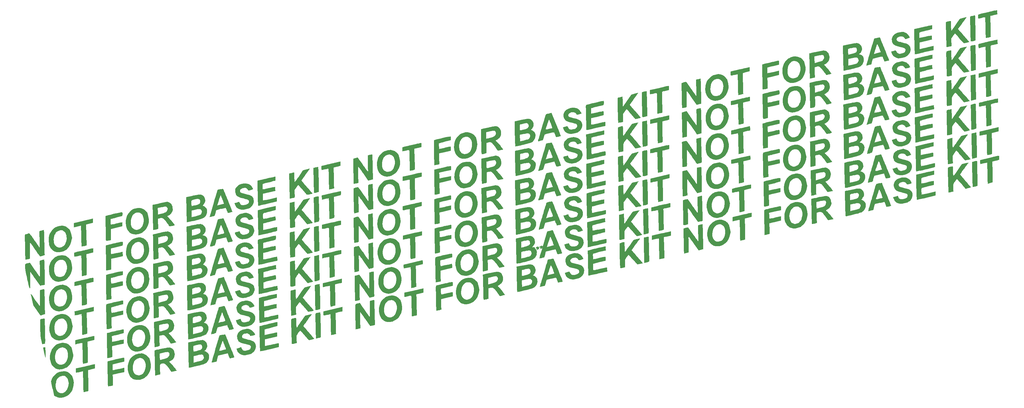
<source format=gbr>
%TF.GenerationSoftware,KiCad,Pcbnew,(7.0.0-rc1-163-g06a2e950fd)*%
%TF.CreationDate,2023-02-21T11:22:39+01:00*%
%TF.ProjectId,pcb,7063622e-6b69-4636-9164-5f7063625858,rev?*%
%TF.SameCoordinates,Original*%
%TF.FileFunction,Legend,Top*%
%TF.FilePolarity,Positive*%
%FSLAX46Y46*%
G04 Gerber Fmt 4.6, Leading zero omitted, Abs format (unit mm)*
G04 Created by KiCad (PCBNEW (7.0.0-rc1-163-g06a2e950fd)) date 2023-02-21 11:22:39*
%MOMM*%
%LPD*%
G01*
G04 APERTURE LIST*
%ADD10C,0.300000*%
G04 APERTURE END LIST*
D10*
%TO.C,G\u002A\u002A\u002A*%
X118444068Y15122250D02*
X118288805Y15159712D01*
X118288805Y15159712D02*
X118080011Y15111508D01*
X118080011Y15111508D02*
X117887285Y14993706D01*
X117887285Y14993706D02*
X117780225Y14822375D01*
X117780225Y14822375D02*
X117742763Y14667111D01*
X117742763Y14667111D02*
X117737437Y14372652D01*
X117737437Y14372652D02*
X117785641Y14163858D01*
X117785641Y14163858D02*
X117919511Y13901534D01*
X117919511Y13901534D02*
X118021244Y13778407D01*
X118021244Y13778407D02*
X118192576Y13671347D01*
X118192576Y13671347D02*
X118417438Y13649953D01*
X118417438Y13649953D02*
X118556633Y13682089D01*
X118556633Y13682089D02*
X118749359Y13799890D01*
X118749359Y13799890D02*
X118802889Y13885556D01*
X118802889Y13885556D02*
X118690413Y14372741D01*
X118690413Y14372741D02*
X118412022Y14308469D01*
X119332772Y15400731D02*
X119413112Y15052741D01*
X119032987Y15111597D02*
X119413112Y15052741D01*
X119413112Y15052741D02*
X119728966Y15272277D01*
X119268590Y14726146D02*
X119413112Y15052741D01*
X119413112Y15052741D02*
X119686177Y14822554D01*
X120446338Y15657818D02*
X120526678Y15309828D01*
X120146553Y15368684D02*
X120526678Y15309828D01*
X120526678Y15309828D02*
X120842531Y15529364D01*
X120382156Y14983233D02*
X120526678Y15309828D01*
X120526678Y15309828D02*
X120799743Y15079641D01*
X121559904Y15914904D02*
X121640243Y15566915D01*
X121260118Y15625771D02*
X121640243Y15566915D01*
X121640243Y15566915D02*
X121956097Y15786450D01*
X121495722Y15240320D02*
X121640243Y15566915D01*
X121640243Y15566915D02*
X121913309Y15336727D01*
G36*
X-26766934Y-14450001D02*
G01*
X-26745586Y-14518873D01*
X-26734009Y-14623113D01*
X-26721717Y-14825791D01*
X-26709258Y-15105255D01*
X-26697180Y-15439856D01*
X-26686034Y-15807941D01*
X-26676368Y-16187862D01*
X-26668730Y-16557967D01*
X-26663669Y-16896605D01*
X-26661734Y-17182126D01*
X-26663474Y-17392879D01*
X-26669437Y-17507215D01*
X-26669786Y-17509571D01*
X-26689447Y-17500045D01*
X-26732335Y-17378101D01*
X-26797049Y-17148864D01*
X-26882192Y-16817461D01*
X-26986369Y-16389018D01*
X-27057237Y-16088330D01*
X-27422276Y-14524090D01*
X-27100481Y-14449797D01*
X-26915205Y-14411128D01*
X-26814535Y-14409151D01*
X-26766934Y-14450001D01*
G37*
G36*
X-12592391Y23642348D02*
G01*
X-12588241Y23481184D01*
X-12584062Y23249882D01*
X-12580757Y22998397D01*
X-12580746Y22997359D01*
X-12576083Y22551642D01*
X-13610706Y22312780D01*
X-14645330Y22073918D01*
X-14576844Y18962171D01*
X-14508358Y15850424D01*
X-15245890Y15662903D01*
X-15562909Y15584939D01*
X-15780905Y15538604D01*
X-15916041Y15521551D01*
X-15984485Y15531429D01*
X-16001373Y15553132D01*
X-16006304Y15627383D01*
X-16013367Y15809463D01*
X-16022224Y16087134D01*
X-16032540Y16448155D01*
X-16043976Y16880289D01*
X-16056195Y17371295D01*
X-16068862Y17908933D01*
X-16080261Y18417812D01*
X-16093133Y18994579D01*
X-16105849Y19542149D01*
X-16118066Y20047225D01*
X-16129442Y20496512D01*
X-16139630Y20876715D01*
X-16148287Y21174538D01*
X-16155070Y21376685D01*
X-16159046Y21462536D01*
X-16176894Y21720329D01*
X-17210918Y21481606D01*
X-18244942Y21242883D01*
X-18255390Y21471570D01*
X-18259986Y21655919D01*
X-18261247Y21900657D01*
X-18259549Y22102285D01*
X-18253259Y22504311D01*
X-15426317Y23172965D01*
X-12599373Y23841620D01*
X-12592391Y23642348D01*
G37*
G36*
X256007240Y68089829D02*
G01*
X256011390Y67928665D01*
X256015569Y67697363D01*
X256018875Y67445878D01*
X256018885Y67444840D01*
X256023548Y66999123D01*
X254988925Y66760261D01*
X253954301Y66521400D01*
X254022787Y63409652D01*
X254091274Y60297904D01*
X253353742Y60110384D01*
X253036723Y60032419D01*
X252818726Y59986085D01*
X252683590Y59969031D01*
X252615147Y59978910D01*
X252598259Y60000613D01*
X252593328Y60074864D01*
X252586264Y60256944D01*
X252577407Y60534615D01*
X252567091Y60895636D01*
X252555655Y61327770D01*
X252543436Y61818776D01*
X252530769Y62356414D01*
X252519370Y62865294D01*
X252506499Y63442061D01*
X252493782Y63989630D01*
X252481565Y64494706D01*
X252470190Y64943993D01*
X252460002Y65324196D01*
X252451344Y65622019D01*
X252444561Y65824166D01*
X252440585Y65910017D01*
X252422738Y66167810D01*
X251388714Y65929087D01*
X250354690Y65690364D01*
X250344241Y65919052D01*
X250339645Y66103401D01*
X250338385Y66348138D01*
X250340083Y66549766D01*
X250346372Y66951792D01*
X253173315Y67620446D01*
X256000259Y68289101D01*
X256007240Y68089829D01*
G37*
G36*
X54687579Y4382957D02*
G01*
X54701429Y4316522D01*
X54716737Y4140297D01*
X54733078Y3864574D01*
X54750026Y3499641D01*
X54767156Y3055792D01*
X54784041Y2543314D01*
X54800256Y1972499D01*
X54815376Y1353637D01*
X54818299Y1221906D01*
X54831835Y602614D01*
X54844946Y5183D01*
X54857333Y-556806D01*
X54868693Y-1069778D01*
X54878724Y-1520154D01*
X54887124Y-1894355D01*
X54893594Y-2178805D01*
X54897829Y-2359927D01*
X54898461Y-2385799D01*
X54898932Y-2687349D01*
X54869902Y-2896056D01*
X54792236Y-3035781D01*
X54646806Y-3130384D01*
X54414479Y-3203725D01*
X54203786Y-3252172D01*
X53951723Y-3304253D01*
X53735437Y-3343864D01*
X53587991Y-3365167D01*
X53552451Y-3367212D01*
X53450528Y-3317976D01*
X53423189Y-3265544D01*
X53418168Y-3189214D01*
X53410898Y-3003551D01*
X53401668Y-2719289D01*
X53390775Y-2347159D01*
X53378510Y-1897896D01*
X53365166Y-1382233D01*
X53351038Y-810906D01*
X53336418Y-194646D01*
X53321720Y450338D01*
X53240945Y4067668D01*
X53932946Y4244882D01*
X54208143Y4310951D01*
X54442556Y4358996D01*
X54610972Y4384402D01*
X54687579Y4382957D01*
G37*
G36*
X151968024Y35469666D02*
G01*
X151981874Y35403231D01*
X151997183Y35227006D01*
X152013524Y34951282D01*
X152030472Y34586351D01*
X152047601Y34142500D01*
X152064486Y33630022D01*
X152080702Y33059207D01*
X152095822Y32440346D01*
X152098745Y32308615D01*
X152112280Y31689323D01*
X152125392Y31091892D01*
X152137779Y30529902D01*
X152149138Y30016931D01*
X152159170Y29566555D01*
X152167570Y29192353D01*
X152174038Y28907903D01*
X152178274Y28726783D01*
X152178907Y28700909D01*
X152179378Y28399359D01*
X152150346Y28190652D01*
X152072682Y28050927D01*
X151927252Y27956325D01*
X151694924Y27882984D01*
X151484232Y27834536D01*
X151232168Y27782456D01*
X151015883Y27742844D01*
X150868436Y27721542D01*
X150832896Y27719496D01*
X150730973Y27768732D01*
X150703635Y27821165D01*
X150698614Y27897494D01*
X150691343Y28083157D01*
X150682114Y28367420D01*
X150671221Y28739549D01*
X150658955Y29188813D01*
X150645612Y29704475D01*
X150631483Y30275803D01*
X150616862Y30892062D01*
X150602165Y31537046D01*
X150521390Y35154378D01*
X151213392Y35331590D01*
X151488589Y35397659D01*
X151723002Y35445704D01*
X151891417Y35471110D01*
X151968024Y35469666D01*
G37*
G36*
X-26982812Y-5872084D02*
G01*
X-26970560Y-5916833D01*
X-26958428Y-6018402D01*
X-26946210Y-6182862D01*
X-26933699Y-6416280D01*
X-26920687Y-6724726D01*
X-26906968Y-7114266D01*
X-26892336Y-7590971D01*
X-26876582Y-8160908D01*
X-26859500Y-8830147D01*
X-26840884Y-9604757D01*
X-26820526Y-10490805D01*
X-26811328Y-10901128D01*
X-26798233Y-11567305D01*
X-26791292Y-12117508D01*
X-26790550Y-12555701D01*
X-26796051Y-12885849D01*
X-26807838Y-13111915D01*
X-26825955Y-13237867D01*
X-26837233Y-13264333D01*
X-26935811Y-13328771D01*
X-27113162Y-13397478D01*
X-27282786Y-13444231D01*
X-27651907Y-13529449D01*
X-27904735Y-12432317D01*
X-27988611Y-12053758D01*
X-28064132Y-11685587D01*
X-28126054Y-11355529D01*
X-28169130Y-11091308D01*
X-28186849Y-10941372D01*
X-28199653Y-10726958D01*
X-28212880Y-10429924D01*
X-28226202Y-10066067D01*
X-28239287Y-9651185D01*
X-28251809Y-9201075D01*
X-28263436Y-8731537D01*
X-28273840Y-8258365D01*
X-28282691Y-7797359D01*
X-28289660Y-7364317D01*
X-28294418Y-6975035D01*
X-28296634Y-6645313D01*
X-28295980Y-6390946D01*
X-28292126Y-6227733D01*
X-28286277Y-6172846D01*
X-28211649Y-6118795D01*
X-28052064Y-6056178D01*
X-27837356Y-5991879D01*
X-27597353Y-5932781D01*
X-27361885Y-5885767D01*
X-27160782Y-5857719D01*
X-27023875Y-5855520D01*
X-26982812Y-5872084D01*
G37*
G36*
X152349743Y18455115D02*
G01*
X152363815Y18431666D01*
X152376811Y18374777D01*
X152388992Y18277099D01*
X152400614Y18131275D01*
X152411937Y17929951D01*
X152423217Y17665775D01*
X152434715Y17331392D01*
X152446688Y16919449D01*
X152459393Y16422592D01*
X152473089Y15833466D01*
X152488036Y15144718D01*
X152504489Y14348995D01*
X152518570Y13647678D01*
X152528144Y13110726D01*
X152534965Y12609406D01*
X152539011Y12156828D01*
X152540260Y11766095D01*
X152538692Y11450317D01*
X152534282Y11222598D01*
X152527009Y11096044D01*
X152522882Y11075756D01*
X152457610Y11022857D01*
X152305070Y10962666D01*
X152053979Y10891379D01*
X151778258Y10824653D01*
X151078674Y10663141D01*
X151075063Y10831781D01*
X151073035Y10921282D01*
X151068465Y11119714D01*
X151061612Y11415949D01*
X151052733Y11798856D01*
X151042086Y12257305D01*
X151029932Y12780167D01*
X151016527Y13356311D01*
X151002132Y13974609D01*
X150988801Y14546727D01*
X150974340Y15188535D01*
X150961647Y15794524D01*
X150950882Y16354055D01*
X150942203Y16856489D01*
X150935768Y17291187D01*
X150931736Y17647507D01*
X150930268Y17914813D01*
X150931520Y18082463D01*
X150935197Y18139518D01*
X151005511Y18174554D01*
X151164816Y18223912D01*
X151383835Y18281058D01*
X151633291Y18339463D01*
X151883905Y18392592D01*
X152106398Y18433914D01*
X152271492Y18456896D01*
X152349743Y18455115D01*
G37*
G36*
X151945595Y43941455D02*
G01*
X151949588Y43843126D01*
X151955790Y43638424D01*
X151963890Y43341045D01*
X151973571Y42964685D01*
X151984523Y42523039D01*
X151996429Y42029803D01*
X152008978Y41498674D01*
X152021853Y40943345D01*
X152034743Y40377513D01*
X152047334Y39814874D01*
X152059313Y39269122D01*
X152070362Y38753955D01*
X152080172Y38283067D01*
X152088428Y37870155D01*
X152094816Y37528912D01*
X152099022Y37273037D01*
X152099975Y37201681D01*
X152093728Y37003359D01*
X152073466Y36848416D01*
X152055701Y36794019D01*
X151962940Y36724915D01*
X151772451Y36646639D01*
X151505530Y36566051D01*
X151183469Y36490015D01*
X151003890Y36455027D01*
X150773288Y36424624D01*
X150644734Y36434602D01*
X150619718Y36458774D01*
X150614825Y36534813D01*
X150608033Y36716868D01*
X150599609Y36992340D01*
X150589823Y37348628D01*
X150578943Y37773133D01*
X150567242Y38253254D01*
X150554984Y38776393D01*
X150542441Y39329951D01*
X150529882Y39901327D01*
X150517575Y40477922D01*
X150505791Y41047136D01*
X150494799Y41596369D01*
X150484866Y42113022D01*
X150476261Y42584496D01*
X150469257Y42998191D01*
X150464119Y43341506D01*
X150461118Y43601843D01*
X150460524Y43766602D01*
X150462408Y43823086D01*
X150529528Y43854573D01*
X150688125Y43904898D01*
X150912396Y43967069D01*
X151176536Y44034091D01*
X151454740Y44098973D01*
X151582458Y44126621D01*
X151927911Y44199286D01*
X151945595Y43941455D01*
G37*
G36*
X249315213Y83984632D02*
G01*
X249319206Y83886303D01*
X249325409Y83681601D01*
X249333509Y83384223D01*
X249343191Y83007862D01*
X249354142Y82566217D01*
X249366048Y82072981D01*
X249378596Y81541851D01*
X249391472Y80986523D01*
X249404362Y80420691D01*
X249416953Y79858051D01*
X249428931Y79312301D01*
X249439981Y78797133D01*
X249449791Y78326245D01*
X249458047Y77913332D01*
X249464435Y77572090D01*
X249468640Y77316214D01*
X249469594Y77244859D01*
X249463347Y77046536D01*
X249443085Y76891593D01*
X249425320Y76837197D01*
X249332559Y76768094D01*
X249142070Y76689816D01*
X248875149Y76609228D01*
X248553088Y76533193D01*
X248373509Y76498205D01*
X248142906Y76467801D01*
X248014352Y76477779D01*
X247989337Y76501952D01*
X247984444Y76577992D01*
X247977652Y76760047D01*
X247969227Y77035518D01*
X247959441Y77391805D01*
X247948562Y77816310D01*
X247936860Y78296432D01*
X247924603Y78819571D01*
X247912060Y79373128D01*
X247899500Y79944504D01*
X247887194Y80521099D01*
X247875410Y81090313D01*
X247864417Y81639546D01*
X247854484Y82156200D01*
X247845880Y82627674D01*
X247838875Y83041368D01*
X247833738Y83384684D01*
X247830737Y83645021D01*
X247830142Y83809781D01*
X247832027Y83866263D01*
X247899147Y83897750D01*
X248057744Y83948075D01*
X248282014Y84010246D01*
X248546154Y84077269D01*
X248824358Y84142150D01*
X248952076Y84169798D01*
X249297530Y84242464D01*
X249315213Y83984632D01*
G37*
G36*
X249860680Y40986447D02*
G01*
X249884177Y40917918D01*
X249901082Y40771196D01*
X249904941Y40688531D01*
X249912539Y40391103D01*
X249921555Y40014534D01*
X249931722Y39571871D01*
X249942774Y39076161D01*
X249954445Y38540450D01*
X249966468Y37977786D01*
X249978577Y37401216D01*
X249990504Y36823784D01*
X250001983Y36258540D01*
X250012747Y35718530D01*
X250022531Y35216800D01*
X250031066Y34766397D01*
X250038087Y34380368D01*
X250043327Y34071760D01*
X250046519Y33853619D01*
X250047396Y33738992D01*
X250047203Y33727520D01*
X250039727Y33540914D01*
X249335445Y33361053D01*
X249060896Y33294750D01*
X248830214Y33246227D01*
X248667198Y33219988D01*
X248595647Y33220535D01*
X248595202Y33220968D01*
X248588023Y33285660D01*
X248578893Y33457855D01*
X248568113Y33724985D01*
X248555983Y34074477D01*
X248542805Y34493763D01*
X248528880Y34970271D01*
X248514507Y35491432D01*
X248499991Y36044676D01*
X248485629Y36617433D01*
X248471724Y37197134D01*
X248458576Y37771207D01*
X248446487Y38327082D01*
X248435757Y38852190D01*
X248426688Y39333961D01*
X248419579Y39759824D01*
X248414733Y40117209D01*
X248412450Y40393547D01*
X248413032Y40576267D01*
X248416778Y40652798D01*
X248417241Y40653986D01*
X248481942Y40681900D01*
X248636077Y40726825D01*
X248851318Y40782239D01*
X249099333Y40841616D01*
X249351792Y40898429D01*
X249580365Y40946155D01*
X249756720Y40978268D01*
X249852529Y40988241D01*
X249860680Y40986447D01*
G37*
G36*
X256432232Y42502865D02*
G01*
X256455743Y42488465D01*
X256457449Y42483817D01*
X256467743Y42383716D01*
X256475932Y42202713D01*
X256480241Y41980067D01*
X256482043Y41746901D01*
X256483602Y41545393D01*
X256484544Y41424013D01*
X256481176Y41374061D01*
X256459540Y41332977D01*
X256403652Y41294683D01*
X256297527Y41253099D01*
X256125181Y41202149D01*
X255870628Y41135753D01*
X255517886Y41047833D01*
X255453363Y41031880D01*
X254421117Y40776741D01*
X254486481Y37679680D01*
X254551846Y34582619D01*
X253803379Y34392520D01*
X253054912Y34202420D01*
X253044635Y34371416D01*
X253041238Y34465332D01*
X253035635Y34666305D01*
X253028139Y34961326D01*
X253019057Y35337382D01*
X253008700Y35781465D01*
X252997378Y36280565D01*
X252985401Y36821669D01*
X252976360Y37238601D01*
X252964128Y37806395D01*
X252952465Y38345182D01*
X252941671Y38841381D01*
X252932045Y39281413D01*
X252923882Y39651697D01*
X252917480Y39938654D01*
X252913140Y40128703D01*
X252911479Y40197114D01*
X252904594Y40457438D01*
X251887792Y40222691D01*
X250870990Y39987944D01*
X250831865Y40179197D01*
X250812475Y40337381D01*
X250799811Y40565160D01*
X250796629Y40802737D01*
X250800520Y41235023D01*
X253619208Y41901767D01*
X254274602Y42056393D01*
X254822588Y42184609D01*
X255272465Y42288324D01*
X255633533Y42369444D01*
X255915091Y42429875D01*
X256126440Y42471526D01*
X256276881Y42496303D01*
X256375711Y42506114D01*
X256432232Y42502865D01*
G37*
G36*
X54399131Y21636294D02*
G01*
X54413739Y21569325D01*
X54429695Y21392398D01*
X54446562Y21115636D01*
X54463903Y20749165D01*
X54481280Y20303105D01*
X54498256Y19787583D01*
X54514394Y19212722D01*
X54527731Y18657981D01*
X54546069Y17828834D01*
X54561635Y17111580D01*
X54574511Y16498047D01*
X54584778Y15980069D01*
X54592519Y15549474D01*
X54597815Y15198096D01*
X54600750Y14917764D01*
X54601404Y14700310D01*
X54599861Y14537565D01*
X54596203Y14421359D01*
X54590511Y14343523D01*
X54582870Y14295890D01*
X54573358Y14270288D01*
X54571899Y14268021D01*
X54488865Y14216343D01*
X54316026Y14150389D01*
X54081495Y14078642D01*
X53813384Y14009586D01*
X53539808Y13951708D01*
X53499845Y13944480D01*
X53290795Y13917005D01*
X53176633Y13928184D01*
X53139654Y13969763D01*
X53132688Y14052924D01*
X53124048Y14241646D01*
X53114003Y14523246D01*
X53102827Y14885043D01*
X53090790Y15314357D01*
X53078163Y15798507D01*
X53065217Y16324811D01*
X53052225Y16880590D01*
X53039457Y17453162D01*
X53027183Y18029846D01*
X53015676Y18597962D01*
X53005207Y19144828D01*
X52996046Y19657763D01*
X52988466Y20124088D01*
X52982737Y20531121D01*
X52979129Y20866180D01*
X52977917Y21116585D01*
X52979369Y21269656D01*
X52982587Y21313437D01*
X53053928Y21352056D01*
X53214238Y21404519D01*
X53434161Y21464135D01*
X53684339Y21524214D01*
X53935417Y21578063D01*
X54158036Y21618992D01*
X54322840Y21640311D01*
X54399131Y21636294D01*
G37*
G36*
X54294487Y30434056D02*
G01*
X54392850Y30370625D01*
X54419429Y30315106D01*
X54424765Y30239218D01*
X54432232Y30056353D01*
X54441511Y29779602D01*
X54452281Y29422059D01*
X54464225Y28996815D01*
X54477021Y28516963D01*
X54490352Y27995594D01*
X54503895Y27445802D01*
X54517335Y26880677D01*
X54530349Y26313313D01*
X54542619Y25756802D01*
X54553825Y25224235D01*
X54563648Y24728705D01*
X54571768Y24283304D01*
X54577867Y23901126D01*
X54580182Y23727663D01*
X54579442Y23460591D01*
X54571466Y23233650D01*
X54557710Y23076893D01*
X54546191Y23026514D01*
X54475044Y22980173D01*
X54316330Y22920139D01*
X54098881Y22853607D01*
X53851520Y22787772D01*
X53603076Y22729829D01*
X53382378Y22686973D01*
X53218252Y22666397D01*
X53139526Y22675299D01*
X53139416Y22675409D01*
X53131246Y22740522D01*
X53121151Y22913120D01*
X53109442Y23180615D01*
X53096430Y23530418D01*
X53082426Y23949938D01*
X53067742Y24426588D01*
X53052687Y24947780D01*
X53037573Y25500923D01*
X53022711Y26073430D01*
X53008413Y26652711D01*
X52994986Y27226178D01*
X52982745Y27781243D01*
X52972000Y28305314D01*
X52963061Y28785806D01*
X52956240Y29210128D01*
X52951847Y29565692D01*
X52950193Y29839908D01*
X52951589Y30020189D01*
X52956196Y30093536D01*
X53021118Y30135280D01*
X53174750Y30191812D01*
X53387792Y30255674D01*
X53630936Y30319410D01*
X53874881Y30375564D01*
X54090318Y30416679D01*
X54247947Y30435300D01*
X54294487Y30434056D01*
G37*
G36*
X54273179Y39191332D02*
G01*
X54286669Y39129086D01*
X54301555Y38959323D01*
X54317523Y38694604D01*
X54334253Y38347495D01*
X54351427Y37930557D01*
X54368726Y37456357D01*
X54385833Y36937456D01*
X54402430Y36386418D01*
X54418200Y35815809D01*
X54432824Y35238190D01*
X54445984Y34666126D01*
X54457362Y34112181D01*
X54466640Y33588918D01*
X54473501Y33108901D01*
X54477626Y32684694D01*
X54478696Y32328859D01*
X54476396Y32053962D01*
X54470405Y31872567D01*
X54460407Y31797235D01*
X54460320Y31797107D01*
X54380667Y31750570D01*
X54211049Y31688590D01*
X53979262Y31619285D01*
X53713101Y31550774D01*
X53440362Y31491174D01*
X53362384Y31476422D01*
X53157783Y31443846D01*
X53045329Y31441786D01*
X53000366Y31472842D01*
X52995807Y31515045D01*
X52995532Y31592783D01*
X52992594Y31779819D01*
X52987222Y32065385D01*
X52979643Y32438719D01*
X52970085Y32889056D01*
X52958779Y33405632D01*
X52945951Y33977683D01*
X52931831Y34594444D01*
X52916823Y35237613D01*
X52901779Y35884959D01*
X52887968Y36495861D01*
X52875600Y37059884D01*
X52864886Y37566592D01*
X52856037Y38005548D01*
X52849261Y38366315D01*
X52844770Y38638460D01*
X52842774Y38811545D01*
X52843483Y38875135D01*
X52843510Y38875192D01*
X52905653Y38899885D01*
X53057387Y38941353D01*
X53270439Y38993344D01*
X53516533Y39049605D01*
X53767397Y39103884D01*
X53994754Y39149929D01*
X54170331Y39181488D01*
X54265852Y39192308D01*
X54273179Y39191332D01*
G37*
G36*
X151768750Y61679472D02*
G01*
X151783358Y61612503D01*
X151799314Y61435575D01*
X151816181Y61158814D01*
X151833522Y60792342D01*
X151850898Y60346284D01*
X151867875Y59830762D01*
X151884013Y59255899D01*
X151897349Y58701158D01*
X151915688Y57872012D01*
X151931254Y57154757D01*
X151944130Y56541225D01*
X151954397Y56023247D01*
X151962137Y55592653D01*
X151967434Y55241273D01*
X151970369Y54960942D01*
X151971023Y54743488D01*
X151969480Y54580742D01*
X151965822Y54464536D01*
X151960130Y54386701D01*
X151952488Y54339067D01*
X151942977Y54313466D01*
X151941518Y54311199D01*
X151858484Y54259521D01*
X151685644Y54193566D01*
X151451114Y54121819D01*
X151183003Y54052765D01*
X150909427Y53994886D01*
X150869464Y53987658D01*
X150660413Y53960182D01*
X150546252Y53971361D01*
X150509273Y54012941D01*
X150502307Y54096102D01*
X150493666Y54284824D01*
X150483622Y54566423D01*
X150472446Y54928221D01*
X150460409Y55357534D01*
X150447782Y55841685D01*
X150434836Y56367990D01*
X150421844Y56923768D01*
X150409075Y57496340D01*
X150396802Y58073024D01*
X150385295Y58641140D01*
X150374826Y59188006D01*
X150365666Y59700941D01*
X150358085Y60167266D01*
X150352356Y60574298D01*
X150348748Y60909357D01*
X150347535Y61159762D01*
X150348987Y61312833D01*
X150352205Y61356614D01*
X150423547Y61395233D01*
X150583857Y61447697D01*
X150803780Y61507313D01*
X151053958Y61567391D01*
X151305035Y61621240D01*
X151527655Y61662170D01*
X151692459Y61683488D01*
X151768750Y61679472D01*
G37*
G36*
X249645599Y49379090D02*
G01*
X249671270Y49356824D01*
X249685252Y49278184D01*
X249700512Y49085996D01*
X249716841Y48786796D01*
X249734034Y48387122D01*
X249751884Y47893511D01*
X249770185Y47312498D01*
X249788729Y46650623D01*
X249807312Y45914421D01*
X249825724Y45110430D01*
X249843762Y44245188D01*
X249860415Y43369503D01*
X249867567Y42932215D01*
X249870300Y42599439D01*
X249867489Y42355633D01*
X249858011Y42185258D01*
X249840744Y42072775D01*
X249814564Y42002645D01*
X249778349Y41959328D01*
X249757383Y41943707D01*
X249643701Y41894436D01*
X249447173Y41833297D01*
X249203292Y41768863D01*
X248947555Y41709711D01*
X248715456Y41664413D01*
X248542490Y41641546D01*
X248502018Y41640442D01*
X248409078Y41649167D01*
X248390417Y41656702D01*
X248388562Y41717398D01*
X248384257Y41887871D01*
X248377741Y42157830D01*
X248369253Y42516989D01*
X248359034Y42955059D01*
X248347324Y43461751D01*
X248334363Y44026777D01*
X248320389Y44639849D01*
X248305644Y45290677D01*
X248303894Y45368161D01*
X248289037Y46023018D01*
X248274864Y46641556D01*
X248261620Y47213453D01*
X248249551Y47728386D01*
X248238902Y48176036D01*
X248229919Y48546079D01*
X248222848Y48828193D01*
X248217934Y49012060D01*
X248215424Y49087354D01*
X248215302Y49088580D01*
X248268078Y49109740D01*
X248415638Y49151177D01*
X248635562Y49206967D01*
X248905435Y49271187D01*
X248914135Y49273198D01*
X249224067Y49341940D01*
X249436830Y49381127D01*
X249571112Y49392822D01*
X249645599Y49379090D01*
G37*
G36*
X249384874Y66668072D02*
G01*
X249397602Y66632622D01*
X249410064Y66538479D01*
X249422455Y66379724D01*
X249434978Y66150437D01*
X249447826Y65844700D01*
X249461199Y65456590D01*
X249475294Y64980189D01*
X249490309Y64409578D01*
X249506441Y63738837D01*
X249523888Y62962046D01*
X249542849Y62073285D01*
X249550293Y61714608D01*
X249560372Y61189764D01*
X249568300Y60702482D01*
X249573971Y60265816D01*
X249577280Y59892823D01*
X249578121Y59596559D01*
X249576388Y59390080D01*
X249571978Y59286443D01*
X249569990Y59277142D01*
X249493158Y59231925D01*
X249326467Y59171020D01*
X249097767Y59102549D01*
X248834908Y59034635D01*
X248565743Y58975403D01*
X248478674Y58958854D01*
X248286500Y58926955D01*
X248151203Y58910075D01*
X248104518Y58911160D01*
X248100931Y58979629D01*
X248095378Y59154881D01*
X248088119Y59424405D01*
X248079411Y59775690D01*
X248069512Y60196224D01*
X248058681Y60673495D01*
X248047178Y61194994D01*
X248035257Y61748207D01*
X248023181Y62320622D01*
X248011206Y62899731D01*
X247999591Y63473019D01*
X247988595Y64027976D01*
X247978474Y64552092D01*
X247969489Y65032853D01*
X247961897Y65457750D01*
X247955957Y65814269D01*
X247951927Y66089900D01*
X247950065Y66272132D01*
X247950631Y66348452D01*
X247950899Y66349947D01*
X248016015Y66377574D01*
X248170569Y66421388D01*
X248386034Y66475059D01*
X248633881Y66532259D01*
X248885584Y66586659D01*
X249112615Y66631929D01*
X249286446Y66661742D01*
X249378551Y66669769D01*
X249384874Y66668072D01*
G37*
G36*
X249370124Y75439277D02*
G01*
X249380184Y75375552D01*
X249392204Y75203274D01*
X249405752Y74933962D01*
X249420392Y74579137D01*
X249435692Y74150315D01*
X249451218Y73659017D01*
X249466535Y73116760D01*
X249481209Y72535064D01*
X249484028Y72415049D01*
X249503119Y71583751D01*
X249519127Y70864366D01*
X249532082Y70248747D01*
X249542016Y69728754D01*
X249548958Y69296243D01*
X249552938Y68943071D01*
X249553989Y68661094D01*
X249552140Y68442171D01*
X249547423Y68278157D01*
X249539868Y68160910D01*
X249529506Y68082287D01*
X249516366Y68034144D01*
X249500636Y68008496D01*
X249419449Y67969827D01*
X249248058Y67914136D01*
X249013672Y67849642D01*
X248808374Y67799383D01*
X248514252Y67734576D01*
X248316610Y67700914D01*
X248196481Y67696461D01*
X248134896Y67719284D01*
X248125887Y67729808D01*
X248113988Y67804034D01*
X248100818Y67985145D01*
X248086659Y68260469D01*
X248071801Y68617335D01*
X248056529Y69043071D01*
X248041129Y69525006D01*
X248025887Y70050467D01*
X248011089Y70606784D01*
X247997023Y71181284D01*
X247983974Y71761296D01*
X247972228Y72334148D01*
X247962072Y72887170D01*
X247953792Y73407688D01*
X247947674Y73883032D01*
X247944003Y74300529D01*
X247943068Y74647509D01*
X247945153Y74911299D01*
X247950547Y75079229D01*
X247958543Y75138025D01*
X248034950Y75172978D01*
X248198814Y75221211D01*
X248420725Y75276448D01*
X248671274Y75332412D01*
X248921053Y75382828D01*
X249140652Y75421419D01*
X249300663Y75441909D01*
X249370124Y75439277D01*
G37*
G36*
X54502287Y12969416D02*
G01*
X54511466Y12903225D01*
X54522558Y12728980D01*
X54535133Y12458696D01*
X54548757Y12104391D01*
X54563001Y11678083D01*
X54577431Y11191786D01*
X54591614Y10657519D01*
X54603880Y10142632D01*
X54622786Y9299834D01*
X54638835Y8568906D01*
X54652039Y7941657D01*
X54662410Y7409898D01*
X54669959Y6965437D01*
X54674697Y6600085D01*
X54676636Y6305651D01*
X54675787Y6073944D01*
X54672161Y5896776D01*
X54665770Y5765954D01*
X54656626Y5673288D01*
X54644740Y5610590D01*
X54630123Y5569668D01*
X54612787Y5542330D01*
X54610305Y5539313D01*
X54519704Y5487321D01*
X54341993Y5423687D01*
X54108535Y5356460D01*
X53850689Y5293693D01*
X53599817Y5243434D01*
X53387277Y5213736D01*
X53326014Y5209621D01*
X53215226Y5235759D01*
X53193402Y5309273D01*
X53193367Y5386871D01*
X53190644Y5573705D01*
X53185458Y5858946D01*
X53178036Y6231772D01*
X53168605Y6681357D01*
X53157394Y7196876D01*
X53144626Y7767504D01*
X53130530Y8382415D01*
X53116306Y8989623D01*
X53101407Y9634642D01*
X53088027Y10244292D01*
X53076356Y10807919D01*
X53066577Y11314873D01*
X53058881Y11754499D01*
X53053453Y12116145D01*
X53050480Y12389159D01*
X53050149Y12562889D01*
X53052453Y12626267D01*
X53115864Y12663048D01*
X53269041Y12715085D01*
X53483762Y12775698D01*
X53731806Y12838208D01*
X53984955Y12895936D01*
X54214988Y12942203D01*
X54393685Y12970330D01*
X54492827Y12973638D01*
X54502287Y12969416D01*
G37*
G36*
X152182972Y26869737D02*
G01*
X152191216Y26860813D01*
X152203352Y26785945D01*
X152216685Y26603801D01*
X152230934Y26327158D01*
X152245813Y25968792D01*
X152261040Y25541482D01*
X152276334Y25058005D01*
X152291410Y24531137D01*
X152305985Y23973658D01*
X152319778Y23398343D01*
X152332503Y22817971D01*
X152343881Y22245318D01*
X152353627Y21693163D01*
X152361458Y21174283D01*
X152367091Y20701454D01*
X152370243Y20287456D01*
X152370632Y19945064D01*
X152367974Y19687056D01*
X152361987Y19526210D01*
X152354718Y19476242D01*
X152285811Y19440839D01*
X152129104Y19388263D01*
X151914293Y19326172D01*
X151671078Y19262221D01*
X151429157Y19204069D01*
X151218228Y19159373D01*
X151067989Y19135790D01*
X151027810Y19134121D01*
X150930425Y19160880D01*
X150907809Y19186767D01*
X150904814Y19252099D01*
X150899452Y19424793D01*
X150892023Y19692143D01*
X150882829Y20041446D01*
X150872166Y20459998D01*
X150860335Y20935095D01*
X150847636Y21454034D01*
X150834368Y22004109D01*
X150820831Y22572617D01*
X150807324Y23146855D01*
X150794148Y23714116D01*
X150781599Y24261700D01*
X150769981Y24776900D01*
X150759591Y25247013D01*
X150750730Y25659335D01*
X150743696Y26001163D01*
X150738790Y26259791D01*
X150736310Y26422517D01*
X150736105Y26468354D01*
X150742003Y26528181D01*
X150771188Y26574111D01*
X150843207Y26614504D01*
X150977606Y26657721D01*
X151193932Y26712123D01*
X151440466Y26769628D01*
X151759931Y26839784D01*
X151979702Y26878583D01*
X152115482Y26887932D01*
X152182972Y26869737D01*
G37*
G36*
X151888829Y52939520D02*
G01*
X151897474Y52876641D01*
X151908076Y52705059D01*
X151920243Y52436141D01*
X151933584Y52081257D01*
X151947709Y51651773D01*
X151962227Y51159057D01*
X151976748Y50614479D01*
X151990882Y50029406D01*
X151994895Y49851855D01*
X152012899Y49039356D01*
X152028183Y48338411D01*
X152040813Y47740508D01*
X152050855Y47237140D01*
X152058371Y46819795D01*
X152063426Y46479966D01*
X152066086Y46209143D01*
X152066415Y45998815D01*
X152064478Y45840474D01*
X152060337Y45725609D01*
X152054060Y45645714D01*
X152045709Y45592275D01*
X152035351Y45556786D01*
X152027623Y45539414D01*
X151968855Y45485644D01*
X151836622Y45428847D01*
X151615505Y45363628D01*
X151317295Y45290850D01*
X151050734Y45233153D01*
X150828975Y45192389D01*
X150676840Y45172643D01*
X150620062Y45176101D01*
X150609561Y45244784D01*
X150598027Y45420851D01*
X150585702Y45691697D01*
X150572825Y46044720D01*
X150559638Y46467315D01*
X150546381Y46946879D01*
X150533295Y47470811D01*
X150520620Y48026504D01*
X150508598Y48601358D01*
X150497469Y49182767D01*
X150487473Y49758129D01*
X150478854Y50314841D01*
X150471848Y50840297D01*
X150466700Y51321897D01*
X150463648Y51747036D01*
X150462933Y52103111D01*
X150464798Y52377518D01*
X150469481Y52557654D01*
X150477224Y52630916D01*
X150477652Y52631501D01*
X150554621Y52666031D01*
X150718555Y52714435D01*
X150940196Y52770328D01*
X151190288Y52827323D01*
X151439573Y52879035D01*
X151658791Y52919078D01*
X151818689Y52941065D01*
X151888829Y52939520D01*
G37*
G36*
X158459072Y54456623D02*
G01*
X158482626Y54442241D01*
X158484348Y54437563D01*
X158494642Y54337462D01*
X158502830Y54156459D01*
X158507139Y53933813D01*
X158508941Y53700647D01*
X158510501Y53499139D01*
X158511442Y53377759D01*
X158508082Y53327844D01*
X158486478Y53286783D01*
X158430659Y53248506D01*
X158324654Y53206945D01*
X158152491Y53156030D01*
X157898200Y53089691D01*
X157545810Y53001859D01*
X157478529Y52985226D01*
X156444551Y52729688D01*
X156510246Y49653253D01*
X156575941Y46576818D01*
X156413135Y46503274D01*
X156259418Y46447216D01*
X156045904Y46386222D01*
X155802036Y46326572D01*
X155557258Y46274543D01*
X155341014Y46236414D01*
X155182748Y46218463D01*
X155112739Y46225991D01*
X155100335Y46295364D01*
X155086704Y46470601D01*
X155072451Y46737484D01*
X155058181Y47081795D01*
X155044501Y47489320D01*
X155032015Y47945838D01*
X155023710Y48316154D01*
X155012537Y48858474D01*
X155000852Y49413880D01*
X154989192Y49957656D01*
X154978094Y50465087D01*
X154968094Y50911457D01*
X154959731Y51272050D01*
X154957045Y51383444D01*
X154931944Y52408505D01*
X153896913Y52186348D01*
X152861881Y51964190D01*
X152836409Y52163682D01*
X152824203Y52329066D01*
X152817847Y52560565D01*
X152818349Y52775780D01*
X152825760Y53188386D01*
X155645278Y53855321D01*
X156300776Y54009971D01*
X156848863Y54138212D01*
X157298840Y54241950D01*
X157660003Y54323093D01*
X157941653Y54383548D01*
X158153085Y54425221D01*
X158303600Y54450020D01*
X158402497Y54459852D01*
X158459072Y54456623D01*
G37*
G36*
X182447465Y59994780D02*
G01*
X182471018Y59980397D01*
X182472740Y59975720D01*
X182483034Y59875619D01*
X182491221Y59694615D01*
X182495530Y59471969D01*
X182497333Y59238804D01*
X182498893Y59037296D01*
X182499834Y58915916D01*
X182496474Y58866001D01*
X182474870Y58824939D01*
X182419052Y58786663D01*
X182313046Y58745102D01*
X182140883Y58694187D01*
X181886592Y58627847D01*
X181534201Y58540016D01*
X181466922Y58523383D01*
X180432943Y58267845D01*
X180498637Y55191410D01*
X180564332Y52114975D01*
X180401527Y52041431D01*
X180247810Y51985372D01*
X180034295Y51924379D01*
X179790427Y51864729D01*
X179545650Y51812700D01*
X179329406Y51774570D01*
X179171139Y51756619D01*
X179101131Y51764148D01*
X179088728Y51833521D01*
X179075096Y52008757D01*
X179060843Y52275640D01*
X179046573Y52619952D01*
X179032893Y53027476D01*
X179020406Y53483994D01*
X179012102Y53854310D01*
X179000930Y54396631D01*
X178989245Y54952037D01*
X178977585Y55495813D01*
X178966487Y56003244D01*
X178956487Y56449614D01*
X178948123Y56810207D01*
X178945437Y56921600D01*
X178920337Y57946662D01*
X177885304Y57724505D01*
X176850272Y57502346D01*
X176824802Y57701839D01*
X176812595Y57867222D01*
X176806239Y58098722D01*
X176806741Y58313937D01*
X176814152Y58726543D01*
X179633670Y59393478D01*
X180289167Y59548128D01*
X180837256Y59676369D01*
X181287232Y59780107D01*
X181648395Y59861250D01*
X181930045Y59921704D01*
X182141477Y59963378D01*
X182291992Y59988177D01*
X182390888Y59998008D01*
X182447465Y59994780D01*
G37*
G36*
X249463417Y57956446D02*
G01*
X249471661Y57947521D01*
X249483798Y57872654D01*
X249497131Y57690509D01*
X249511380Y57413866D01*
X249526259Y57055500D01*
X249541486Y56628190D01*
X249556780Y56144713D01*
X249571855Y55617845D01*
X249586431Y55060366D01*
X249600223Y54485051D01*
X249612949Y53904679D01*
X249624327Y53332027D01*
X249634072Y52779872D01*
X249641902Y52260992D01*
X249647536Y51788163D01*
X249650688Y51374165D01*
X249651077Y51031772D01*
X249648420Y50773764D01*
X249642433Y50612918D01*
X249635163Y50562950D01*
X249566257Y50527547D01*
X249409550Y50474971D01*
X249194738Y50412880D01*
X248951524Y50348929D01*
X248709602Y50290777D01*
X248498673Y50246082D01*
X248348434Y50222499D01*
X248308256Y50220829D01*
X248210870Y50247588D01*
X248188255Y50273475D01*
X248185259Y50338808D01*
X248179897Y50511501D01*
X248172469Y50778851D01*
X248163274Y51128154D01*
X248152611Y51546707D01*
X248140780Y52021804D01*
X248128081Y52540742D01*
X248114814Y53090818D01*
X248101277Y53659326D01*
X248087770Y54233563D01*
X248074593Y54800826D01*
X248062045Y55348408D01*
X248050427Y55863608D01*
X248040037Y56333722D01*
X248031175Y56746045D01*
X248024142Y57087871D01*
X248019235Y57346500D01*
X248016755Y57509225D01*
X248016551Y57555062D01*
X248022449Y57614889D01*
X248051634Y57660819D01*
X248123652Y57701212D01*
X248258051Y57744430D01*
X248474378Y57798832D01*
X248720912Y57856336D01*
X249040377Y57926493D01*
X249260148Y57965291D01*
X249395928Y57974641D01*
X249463417Y57956446D01*
G37*
G36*
X54877057Y-4050022D02*
G01*
X54890570Y-4115371D01*
X54905350Y-4285345D01*
X54920627Y-4544489D01*
X54935626Y-4877351D01*
X54949575Y-5268477D01*
X54961704Y-5702414D01*
X54963552Y-5780342D01*
X54985993Y-6760739D01*
X55005360Y-7627329D01*
X55021744Y-8386361D01*
X55035235Y-9044079D01*
X55045919Y-9606731D01*
X55053887Y-10080563D01*
X55059225Y-10471821D01*
X55062026Y-10786752D01*
X55062376Y-11031604D01*
X55060365Y-11212622D01*
X55056080Y-11336053D01*
X55049612Y-11408145D01*
X55043936Y-11431192D01*
X54975834Y-11484375D01*
X54812504Y-11546687D01*
X54545049Y-11621113D01*
X54308123Y-11678101D01*
X53992165Y-11747423D01*
X53777908Y-11785033D01*
X53651690Y-11792604D01*
X53599852Y-11771810D01*
X53597361Y-11765160D01*
X53593203Y-11693484D01*
X53586701Y-11512341D01*
X53578137Y-11232327D01*
X53567790Y-10864040D01*
X53555944Y-10418077D01*
X53542879Y-9905037D01*
X53528876Y-9335516D01*
X53514216Y-8720113D01*
X53499183Y-8069424D01*
X53498732Y-8049592D01*
X53481776Y-7296938D01*
X53467869Y-6655245D01*
X53457126Y-6115415D01*
X53449659Y-5668349D01*
X53445583Y-5304947D01*
X53445013Y-5016114D01*
X53448063Y-4792750D01*
X53454848Y-4625757D01*
X53465480Y-4506036D01*
X53480075Y-4424489D01*
X53498748Y-4372019D01*
X53521611Y-4339526D01*
X53545577Y-4320039D01*
X53651991Y-4275332D01*
X53836950Y-4222022D01*
X54069635Y-4166357D01*
X54319228Y-4114588D01*
X54554913Y-4072965D01*
X54745871Y-4047736D01*
X54861283Y-4045153D01*
X54877057Y-4050022D01*
G37*
G36*
X61330202Y5350347D02*
G01*
X61343472Y4736562D01*
X60310378Y4498054D01*
X59277283Y4259545D01*
X59274420Y4109023D01*
X59275107Y4020428D01*
X59278172Y3823994D01*
X59283378Y3531952D01*
X59290488Y3156530D01*
X59299266Y2709958D01*
X59309475Y2204464D01*
X59320879Y1652277D01*
X59333239Y1065624D01*
X59334725Y995857D01*
X59347008Y411794D01*
X59358170Y-134486D01*
X59367998Y-631491D01*
X59376282Y-1067726D01*
X59382809Y-1431697D01*
X59387367Y-1711913D01*
X59389745Y-1896878D01*
X59389731Y-1975102D01*
X59389494Y-1976943D01*
X59324658Y-2003218D01*
X59171524Y-2049997D01*
X58958584Y-2109807D01*
X58714330Y-2175178D01*
X58467252Y-2238635D01*
X58245845Y-2292709D01*
X58078600Y-2329927D01*
X57994297Y-2342830D01*
X57901223Y-2299270D01*
X57881885Y-2204340D01*
X57881190Y-2105893D01*
X57878168Y-1902813D01*
X57873132Y-1610535D01*
X57866390Y-1244492D01*
X57858255Y-820117D01*
X57849039Y-352845D01*
X57839051Y141891D01*
X57828602Y648658D01*
X57818004Y1152022D01*
X57807568Y1636550D01*
X57797605Y2086807D01*
X57788425Y2487361D01*
X57781569Y2773276D01*
X57771182Y3113779D01*
X57758346Y3410269D01*
X57744232Y3642864D01*
X57730008Y3791681D01*
X57719009Y3837300D01*
X57650887Y3833184D01*
X57485444Y3807196D01*
X57242722Y3762949D01*
X56942757Y3704055D01*
X56687713Y3651484D01*
X55693316Y3442510D01*
X55662082Y3599579D01*
X55646838Y3738573D01*
X55637016Y3951297D01*
X55634740Y4188933D01*
X55638631Y4621218D01*
X58477781Y5292675D01*
X61316930Y5964132D01*
X61330202Y5350347D01*
G37*
G36*
X85318593Y10888504D02*
G01*
X85331865Y10274719D01*
X84298770Y10036210D01*
X83265675Y9797702D01*
X83262813Y9647180D01*
X83263499Y9558585D01*
X83266564Y9362150D01*
X83271769Y9070108D01*
X83278880Y8694687D01*
X83287659Y8248115D01*
X83297868Y7742621D01*
X83309271Y7190433D01*
X83321631Y6603781D01*
X83323117Y6534014D01*
X83335400Y5949951D01*
X83346562Y5403671D01*
X83356391Y4906666D01*
X83364675Y4470431D01*
X83371201Y4106460D01*
X83375760Y3826244D01*
X83378137Y3641278D01*
X83378123Y3563054D01*
X83377886Y3561214D01*
X83313051Y3534939D01*
X83159917Y3488160D01*
X82946977Y3428350D01*
X82702722Y3362979D01*
X82455645Y3299521D01*
X82234237Y3245448D01*
X82066993Y3208230D01*
X81982690Y3195327D01*
X81889615Y3238887D01*
X81870276Y3333816D01*
X81869582Y3432264D01*
X81866560Y3635343D01*
X81861524Y3927621D01*
X81854782Y4293665D01*
X81846648Y4718040D01*
X81837431Y5185311D01*
X81827442Y5680047D01*
X81816994Y6186814D01*
X81806397Y6690179D01*
X81795960Y7174706D01*
X81785997Y7624963D01*
X81776818Y8025518D01*
X81769961Y8311432D01*
X81759573Y8651936D01*
X81746738Y8948425D01*
X81732623Y9181020D01*
X81718400Y9329838D01*
X81707400Y9375457D01*
X81639278Y9371340D01*
X81473836Y9345353D01*
X81231113Y9301106D01*
X80931150Y9242211D01*
X80676105Y9189640D01*
X79681707Y8980667D01*
X79650474Y9137735D01*
X79635231Y9276730D01*
X79625407Y9489453D01*
X79623131Y9727090D01*
X79627022Y10159374D01*
X82466173Y10830832D01*
X85305322Y11502289D01*
X85318593Y10888504D01*
G37*
G36*
X158610647Y36437056D02*
G01*
X158623918Y35823271D01*
X157590824Y35584763D01*
X156557728Y35346254D01*
X156554866Y35195732D01*
X156555552Y35107136D01*
X156558617Y34910703D01*
X156563823Y34618661D01*
X156570934Y34243239D01*
X156579712Y33796666D01*
X156589921Y33291172D01*
X156601325Y32738985D01*
X156613684Y32152332D01*
X156615171Y32082566D01*
X156627454Y31498502D01*
X156638615Y30952222D01*
X156648444Y30455218D01*
X156656728Y30018983D01*
X156663255Y29655011D01*
X156667813Y29374795D01*
X156670191Y29189830D01*
X156670176Y29111607D01*
X156669939Y29109766D01*
X156605104Y29083491D01*
X156451970Y29036711D01*
X156239030Y28976901D01*
X155994774Y28911531D01*
X155747698Y28848073D01*
X155526291Y28793999D01*
X155359046Y28756782D01*
X155274742Y28743880D01*
X155181668Y28787439D01*
X155162330Y28882368D01*
X155161635Y28980816D01*
X155158614Y29183895D01*
X155153577Y29476174D01*
X155146836Y29842216D01*
X155138701Y30266591D01*
X155129485Y30733863D01*
X155119496Y31228600D01*
X155109047Y31735367D01*
X155098450Y32238730D01*
X155088013Y32723258D01*
X155078050Y33173516D01*
X155068871Y33574069D01*
X155062014Y33859983D01*
X155051626Y34200487D01*
X155038792Y34496978D01*
X155024677Y34729572D01*
X155010453Y34878390D01*
X154999454Y34924009D01*
X154931332Y34919892D01*
X154765890Y34893905D01*
X154523167Y34849659D01*
X154223203Y34790763D01*
X153968159Y34738192D01*
X152973761Y34529218D01*
X152942528Y34686287D01*
X152927283Y34825282D01*
X152917460Y35038004D01*
X152915185Y35275641D01*
X152919076Y35707927D01*
X155758225Y36379384D01*
X158597376Y37050840D01*
X158610647Y36437056D01*
G37*
G36*
X182599039Y41975213D02*
G01*
X182612311Y41361428D01*
X181579215Y41122919D01*
X180546120Y40884411D01*
X180543259Y40733889D01*
X180543945Y40645293D01*
X180547009Y40448859D01*
X180552215Y40156817D01*
X180559326Y39781396D01*
X180568105Y39334823D01*
X180578313Y38829329D01*
X180589716Y38277141D01*
X180602076Y37690489D01*
X180603562Y37620722D01*
X180615846Y37036659D01*
X180627008Y36490379D01*
X180636837Y35993374D01*
X180645119Y35557140D01*
X180651647Y35193168D01*
X180656205Y34912952D01*
X180658582Y34727986D01*
X180658568Y34649763D01*
X180658331Y34647923D01*
X180593496Y34621648D01*
X180440363Y34574868D01*
X180227421Y34515058D01*
X179983167Y34449688D01*
X179736091Y34386230D01*
X179514683Y34332156D01*
X179347438Y34294939D01*
X179263134Y34282036D01*
X179170060Y34325595D01*
X179150722Y34420524D01*
X179150027Y34518972D01*
X179147006Y34722052D01*
X179141969Y35014331D01*
X179135228Y35380373D01*
X179127093Y35804747D01*
X179117876Y36272019D01*
X179107888Y36766757D01*
X179097439Y37273523D01*
X179086842Y37776887D01*
X179076406Y38261415D01*
X179066443Y38711672D01*
X179057264Y39112226D01*
X179050407Y39398140D01*
X179040019Y39738644D01*
X179027183Y40035134D01*
X179013069Y40267729D01*
X178998845Y40416547D01*
X178987846Y40462166D01*
X178919724Y40458048D01*
X178754282Y40432062D01*
X178511559Y40387815D01*
X178211595Y40328919D01*
X177956551Y40276349D01*
X176962153Y40067375D01*
X176930920Y40224444D01*
X176915676Y40363439D01*
X176905853Y40576161D01*
X176903577Y40813798D01*
X176907468Y41246084D01*
X179746618Y41917541D01*
X182585768Y42588997D01*
X182599039Y41975213D01*
G37*
G36*
X158977970Y19994652D02*
G01*
X158979801Y19990911D01*
X158989300Y19884291D01*
X158990431Y19721302D01*
X158989867Y19699916D01*
X158988017Y19513942D01*
X158990507Y19274904D01*
X158993975Y19130818D01*
X159004705Y18778941D01*
X157967049Y18539379D01*
X156929394Y18299817D01*
X156996047Y15249273D01*
X157008844Y14653594D01*
X157020457Y14093282D01*
X157030676Y13580003D01*
X157039287Y13125429D01*
X157046077Y12741226D01*
X157050836Y12439063D01*
X157053352Y12230609D01*
X157053409Y12127534D01*
X157052999Y12119456D01*
X157010865Y12074725D01*
X156886918Y12022426D01*
X156669310Y11958598D01*
X156346198Y11879278D01*
X156310498Y11871003D01*
X155577701Y11701824D01*
X155559938Y11928823D01*
X155555084Y12034252D01*
X155548186Y12246698D01*
X155539572Y12553107D01*
X155529570Y12940424D01*
X155518505Y13395593D01*
X155506709Y13905562D01*
X155494506Y14457275D01*
X155483769Y14963241D01*
X155471504Y15534641D01*
X155459270Y16070653D01*
X155447400Y16559036D01*
X155436224Y16987549D01*
X155426074Y17343952D01*
X155417281Y17616003D01*
X155410177Y17791463D01*
X155405426Y17857019D01*
X155382298Y17885019D01*
X155319488Y17894805D01*
X155201664Y17884175D01*
X155013496Y17850922D01*
X154739651Y17792843D01*
X154364800Y17707734D01*
X154360902Y17706834D01*
X153336316Y17470290D01*
X153318041Y17727985D01*
X153310073Y17935822D01*
X153309181Y18193649D01*
X153312795Y18358447D01*
X153325821Y18731216D01*
X156144467Y19397949D01*
X156815627Y19556103D01*
X157378437Y19687262D01*
X157841153Y19793157D01*
X158212035Y19875512D01*
X158499340Y19936054D01*
X158711328Y19976513D01*
X158856257Y19998614D01*
X158942385Y20004085D01*
X158977970Y19994652D01*
G37*
G36*
X182966363Y25532809D02*
G01*
X182968193Y25529068D01*
X182977692Y25422447D01*
X182978822Y25259459D01*
X182978259Y25238073D01*
X182976409Y25052099D01*
X182978899Y24813061D01*
X182982366Y24668974D01*
X182993097Y24317098D01*
X181955441Y24077536D01*
X180917786Y23837974D01*
X180984440Y20787430D01*
X180997236Y20191751D01*
X181008849Y19631439D01*
X181019068Y19118160D01*
X181027678Y18663585D01*
X181034470Y18279383D01*
X181039229Y17977220D01*
X181041743Y17768766D01*
X181041801Y17665690D01*
X181041390Y17657613D01*
X180999258Y17612882D01*
X180875310Y17560583D01*
X180657703Y17496755D01*
X180334589Y17417434D01*
X180298890Y17409160D01*
X179566092Y17239980D01*
X179548330Y17466979D01*
X179543477Y17572409D01*
X179536579Y17784855D01*
X179527964Y18091263D01*
X179517961Y18478580D01*
X179506898Y18933749D01*
X179495101Y19443718D01*
X179482898Y19995431D01*
X179472162Y20501398D01*
X179459896Y21072798D01*
X179447662Y21608810D01*
X179435792Y22097193D01*
X179424616Y22525706D01*
X179414466Y22882109D01*
X179405673Y23154160D01*
X179398569Y23329620D01*
X179393818Y23395176D01*
X179370690Y23423176D01*
X179307880Y23432962D01*
X179190056Y23422332D01*
X179001888Y23389079D01*
X178728043Y23330999D01*
X178353192Y23245891D01*
X178349294Y23244991D01*
X177324707Y23008447D01*
X177306433Y23266142D01*
X177298465Y23473979D01*
X177297574Y23731805D01*
X177301187Y23896604D01*
X177314214Y24269372D01*
X180132859Y24936106D01*
X180804020Y25094260D01*
X181366829Y25225419D01*
X181829545Y25331313D01*
X182200426Y25413668D01*
X182487732Y25474211D01*
X182699720Y25514670D01*
X182844649Y25536771D01*
X182930777Y25542242D01*
X182966363Y25532809D01*
G37*
G36*
X-12392067Y-2565005D02*
G01*
X-12391446Y-2690589D01*
X-12389543Y-2895505D01*
X-12386742Y-3139000D01*
X-12386222Y-3179923D01*
X-12380089Y-3656114D01*
X-13413170Y-3894620D01*
X-14446251Y-4133125D01*
X-14376027Y-7213658D01*
X-14362923Y-7810941D01*
X-14351605Y-8371795D01*
X-14342235Y-8884784D01*
X-14334978Y-9338463D01*
X-14329991Y-9721393D01*
X-14327441Y-10022130D01*
X-14327487Y-10229236D01*
X-14330293Y-10331269D01*
X-14331746Y-10339771D01*
X-14398251Y-10375409D01*
X-14552439Y-10431132D01*
X-14765301Y-10498641D01*
X-15007826Y-10569637D01*
X-15251004Y-10635824D01*
X-15465828Y-10688903D01*
X-15623287Y-10720576D01*
X-15681110Y-10725754D01*
X-15781951Y-10685209D01*
X-15807782Y-10644212D01*
X-15813013Y-10568465D01*
X-15820115Y-10386648D01*
X-15828703Y-10112761D01*
X-15838391Y-9760807D01*
X-15848792Y-9344787D01*
X-15859520Y-8878705D01*
X-15869745Y-8398252D01*
X-15886014Y-7614936D01*
X-15900566Y-6943450D01*
X-15913704Y-6375547D01*
X-15925727Y-5902977D01*
X-15936935Y-5517495D01*
X-15947633Y-5210851D01*
X-15958117Y-4974798D01*
X-15968690Y-4801090D01*
X-15979653Y-4681477D01*
X-15991307Y-4607712D01*
X-16003952Y-4571547D01*
X-16009551Y-4565636D01*
X-16081279Y-4567632D01*
X-16249989Y-4591952D01*
X-16495384Y-4635082D01*
X-16797165Y-4693513D01*
X-17051385Y-4745915D01*
X-17414010Y-4822100D01*
X-17675696Y-4874606D01*
X-17852988Y-4904695D01*
X-17962422Y-4913633D01*
X-18020540Y-4902683D01*
X-18043880Y-4873112D01*
X-18048982Y-4826181D01*
X-18049086Y-4822186D01*
X-18051898Y-4699119D01*
X-18056251Y-4496311D01*
X-18061281Y-4254089D01*
X-18062118Y-4212986D01*
X-18071784Y-3737611D01*
X-15231781Y-3081945D01*
X-12391778Y-2426278D01*
X-12392067Y-2565005D01*
G37*
G36*
X256296738Y50838946D02*
G01*
X256297358Y50713362D01*
X256299262Y50508445D01*
X256302063Y50264949D01*
X256302583Y50224027D01*
X256308716Y49747835D01*
X255275635Y49509330D01*
X254242554Y49270824D01*
X254312778Y46190292D01*
X254325882Y45593010D01*
X254337200Y45032154D01*
X254346569Y44519166D01*
X254353827Y44065487D01*
X254358813Y43682558D01*
X254361364Y43381820D01*
X254361317Y43174714D01*
X254358512Y43072682D01*
X254357058Y43064179D01*
X254290553Y43028541D01*
X254136365Y42972818D01*
X253923504Y42905310D01*
X253680979Y42834313D01*
X253437799Y42768126D01*
X253222976Y42715047D01*
X253065518Y42683375D01*
X253007694Y42678197D01*
X252906852Y42718741D01*
X252881022Y42759739D01*
X252875792Y42835484D01*
X252868689Y43017303D01*
X252860101Y43291189D01*
X252850414Y43643143D01*
X252840013Y44059163D01*
X252829285Y44525246D01*
X252819060Y45005699D01*
X252802791Y45789015D01*
X252788238Y46460500D01*
X252775100Y47028404D01*
X252763078Y47500974D01*
X252751868Y47886456D01*
X252741172Y48193099D01*
X252730688Y48429152D01*
X252720114Y48602860D01*
X252709151Y48722474D01*
X252697498Y48796239D01*
X252684853Y48832403D01*
X252679254Y48838314D01*
X252607526Y48836319D01*
X252438816Y48811999D01*
X252193421Y48768868D01*
X251891640Y48710438D01*
X251637418Y48658036D01*
X251274795Y48581850D01*
X251013108Y48529344D01*
X250835817Y48499255D01*
X250726383Y48490318D01*
X250668265Y48501267D01*
X250644925Y48530839D01*
X250639823Y48577769D01*
X250639718Y48581765D01*
X250636906Y48704832D01*
X250632554Y48907640D01*
X250627524Y49149860D01*
X250626686Y49190964D01*
X250617020Y49666340D01*
X253457024Y50322006D01*
X256297027Y50977673D01*
X256296738Y50838946D01*
G37*
G36*
X-12230009Y-11076728D02*
G01*
X-12198386Y-11089063D01*
X-12188436Y-11106032D01*
X-12177421Y-11215369D01*
X-12171851Y-11398361D01*
X-12172160Y-11549068D01*
X-12175078Y-11774254D01*
X-12176731Y-11975738D01*
X-12176875Y-12066054D01*
X-12176180Y-12233949D01*
X-13206086Y-12488547D01*
X-14235994Y-12743145D01*
X-14167006Y-15839370D01*
X-14153767Y-16436749D01*
X-14141501Y-16996531D01*
X-14130444Y-17507483D01*
X-14120832Y-17958374D01*
X-14112902Y-18337970D01*
X-14106890Y-18635039D01*
X-14103033Y-18838348D01*
X-14101567Y-18936664D01*
X-14101656Y-18944182D01*
X-14160177Y-18968429D01*
X-14307404Y-19013490D01*
X-14515306Y-19072000D01*
X-14755848Y-19136586D01*
X-15000997Y-19199881D01*
X-15222721Y-19254516D01*
X-15392984Y-19293121D01*
X-15483755Y-19308328D01*
X-15486848Y-19308308D01*
X-15583284Y-19285405D01*
X-15605055Y-19263434D01*
X-15608333Y-19196286D01*
X-15613613Y-19022739D01*
X-15620565Y-18756466D01*
X-15628862Y-18411141D01*
X-15638174Y-18000437D01*
X-15648173Y-17538027D01*
X-15658353Y-17046288D01*
X-15669487Y-16500458D01*
X-15680787Y-15952866D01*
X-15691804Y-15424960D01*
X-15702085Y-14938188D01*
X-15711177Y-14513996D01*
X-15718630Y-14173834D01*
X-15722531Y-14001381D01*
X-15742587Y-13133875D01*
X-15925636Y-13139276D01*
X-16048841Y-13154514D01*
X-16262324Y-13192690D01*
X-16539608Y-13248622D01*
X-16854212Y-13317130D01*
X-16972199Y-13344035D01*
X-17835713Y-13543393D01*
X-17849517Y-13130598D01*
X-17857280Y-12885470D01*
X-17863719Y-12659133D01*
X-17867061Y-12518382D01*
X-17870801Y-12318958D01*
X-15040464Y-11665523D01*
X-14388510Y-11515305D01*
X-13843868Y-11390678D01*
X-13396943Y-11289762D01*
X-13038137Y-11210672D01*
X-12757854Y-11151526D01*
X-12546496Y-11110441D01*
X-12394467Y-11085535D01*
X-12292170Y-11074926D01*
X-12230009Y-11076728D01*
G37*
G36*
X61062044Y14471823D02*
G01*
X61093667Y14459488D01*
X61103617Y14442520D01*
X61114632Y14333183D01*
X61120202Y14150191D01*
X61119894Y13999483D01*
X61116976Y13774297D01*
X61115323Y13572813D01*
X61115178Y13482497D01*
X61115874Y13314602D01*
X60085967Y13060004D01*
X59056060Y12805406D01*
X59125048Y9709182D01*
X59138287Y9111803D01*
X59150553Y8552021D01*
X59161609Y8041068D01*
X59171221Y7590177D01*
X59179152Y7210582D01*
X59185163Y6913512D01*
X59189020Y6710204D01*
X59190487Y6611887D01*
X59190398Y6604370D01*
X59131876Y6580124D01*
X58984649Y6535062D01*
X58776747Y6476552D01*
X58536205Y6411966D01*
X58291056Y6348670D01*
X58069333Y6294036D01*
X57899070Y6255431D01*
X57808299Y6240225D01*
X57805206Y6240245D01*
X57708769Y6263146D01*
X57686999Y6285118D01*
X57683721Y6352267D01*
X57678441Y6525813D01*
X57671488Y6792087D01*
X57663192Y7137411D01*
X57653880Y7548115D01*
X57643881Y8010525D01*
X57633699Y8502265D01*
X57622567Y9048094D01*
X57611266Y9595686D01*
X57600250Y10123592D01*
X57589969Y10610365D01*
X57580876Y11034555D01*
X57573424Y11374717D01*
X57569522Y11547172D01*
X57549467Y12414677D01*
X57366418Y12409276D01*
X57243212Y12394037D01*
X57029729Y12355862D01*
X56752446Y12299930D01*
X56437842Y12231421D01*
X56319854Y12204517D01*
X55456341Y12005160D01*
X55442537Y12417953D01*
X55434774Y12663083D01*
X55428335Y12889418D01*
X55424992Y13030171D01*
X55421253Y13229594D01*
X58251590Y13883029D01*
X58903544Y14033247D01*
X59448186Y14157873D01*
X59895111Y14258790D01*
X60253917Y14337880D01*
X60534199Y14397027D01*
X60745557Y14438111D01*
X60897586Y14463017D01*
X60999883Y14473627D01*
X61062044Y14471823D01*
G37*
G36*
X85050437Y20009980D02*
G01*
X85082060Y19997645D01*
X85092008Y19980676D01*
X85103025Y19871340D01*
X85108595Y19688348D01*
X85108286Y19537640D01*
X85105368Y19312454D01*
X85103715Y19110970D01*
X85103570Y19020654D01*
X85104266Y18852759D01*
X84074359Y18598161D01*
X83044452Y18343563D01*
X83113440Y15247339D01*
X83126678Y14649959D01*
X83138944Y14090177D01*
X83150002Y13579225D01*
X83159614Y13128334D01*
X83167543Y12748739D01*
X83173556Y12451669D01*
X83177413Y12248361D01*
X83178879Y12150044D01*
X83178790Y12142526D01*
X83120269Y12118281D01*
X82973040Y12073218D01*
X82765139Y12014709D01*
X82524597Y11950123D01*
X82279448Y11886827D01*
X82057725Y11832193D01*
X81887461Y11793587D01*
X81796690Y11778382D01*
X81793598Y11778401D01*
X81697161Y11801303D01*
X81675391Y11823275D01*
X81672113Y11890423D01*
X81666833Y12063970D01*
X81659880Y12330243D01*
X81651583Y12675567D01*
X81642271Y13086272D01*
X81632273Y13548681D01*
X81622092Y14040422D01*
X81610959Y14586251D01*
X81599659Y15133842D01*
X81588642Y15661748D01*
X81578361Y16148522D01*
X81569269Y16572712D01*
X81561816Y16912874D01*
X81557914Y17085328D01*
X81537859Y17952834D01*
X81354810Y17947432D01*
X81231605Y17932194D01*
X81018122Y17894019D01*
X80740838Y17838086D01*
X80426234Y17769578D01*
X80308246Y17742674D01*
X79444733Y17543316D01*
X79430929Y17956110D01*
X79423166Y18201239D01*
X79416727Y18427575D01*
X79413385Y18568327D01*
X79409645Y18767750D01*
X82239982Y19421185D01*
X82891936Y19571404D01*
X83436577Y19696030D01*
X83883503Y19796947D01*
X84242308Y19876036D01*
X84522592Y19935183D01*
X84733949Y19976267D01*
X84885978Y20001174D01*
X84988275Y20011784D01*
X85050437Y20009980D01*
G37*
G36*
X60959059Y31953074D02*
G01*
X60992921Y31941400D01*
X61006853Y31921148D01*
X61008594Y31913690D01*
X61015657Y31808653D01*
X61018630Y31618302D01*
X61017136Y31377359D01*
X61015404Y31283587D01*
X61003891Y30757102D01*
X59979384Y30503791D01*
X58954876Y30250481D01*
X59022346Y27201503D01*
X59034740Y26606361D01*
X59044899Y26046881D01*
X59052712Y25534689D01*
X59058073Y25081408D01*
X59060878Y24698668D01*
X59061018Y24398090D01*
X59058386Y24191303D01*
X59052878Y24089930D01*
X59050965Y24082283D01*
X58980344Y24039749D01*
X58818030Y23977454D01*
X58588991Y23904133D01*
X58347349Y23836175D01*
X58053765Y23760890D01*
X57854866Y23717281D01*
X57730238Y23702733D01*
X57659470Y23714636D01*
X57626223Y23743885D01*
X57593615Y23848529D01*
X57571308Y24025809D01*
X57565716Y24152528D01*
X57561183Y24458015D01*
X57554571Y24834918D01*
X57546213Y25269109D01*
X57536443Y25746459D01*
X57525593Y26252841D01*
X57513998Y26774125D01*
X57501990Y27296184D01*
X57489903Y27804889D01*
X57478070Y28286109D01*
X57466824Y28725720D01*
X57456498Y29109590D01*
X57447426Y29423592D01*
X57439941Y29653599D01*
X57434375Y29785480D01*
X57432244Y29811114D01*
X57405952Y29837989D01*
X57333573Y29846123D01*
X57200199Y29833586D01*
X56990918Y29798444D01*
X56690824Y29738768D01*
X56400061Y29677362D01*
X55387097Y29460363D01*
X55362188Y29639493D01*
X55348741Y29789506D01*
X55337257Y30011959D01*
X55330189Y30259194D01*
X55330115Y30263763D01*
X55322951Y30708902D01*
X58156611Y31363104D01*
X58806432Y31512913D01*
X59349006Y31637287D01*
X59794035Y31738099D01*
X60151221Y31817224D01*
X60430265Y31876532D01*
X60640869Y31917899D01*
X60792735Y31943196D01*
X60895565Y31954297D01*
X60959059Y31953074D01*
G37*
G36*
X84947452Y37491230D02*
G01*
X84981314Y37479556D01*
X84995244Y37459305D01*
X84996986Y37451847D01*
X85004050Y37346810D01*
X85007022Y37156459D01*
X85005529Y36915515D01*
X85003796Y36821744D01*
X84992284Y36295259D01*
X83967776Y36041948D01*
X82943268Y35788638D01*
X83010738Y32739660D01*
X83023133Y32144518D01*
X83033290Y31585037D01*
X83041104Y31072846D01*
X83046466Y30619565D01*
X83049270Y30236824D01*
X83049410Y29936247D01*
X83046779Y29729459D01*
X83041270Y29628087D01*
X83039357Y29620440D01*
X82968737Y29577905D01*
X82806421Y29515611D01*
X82577384Y29442290D01*
X82335741Y29374332D01*
X82042157Y29299047D01*
X81843258Y29255438D01*
X81718630Y29240890D01*
X81647862Y29252792D01*
X81614615Y29282041D01*
X81582007Y29386686D01*
X81559700Y29563966D01*
X81554108Y29690685D01*
X81549575Y29996171D01*
X81542962Y30373075D01*
X81534605Y30807265D01*
X81524835Y31284616D01*
X81513986Y31790998D01*
X81502390Y32312282D01*
X81490382Y32834341D01*
X81478295Y33343045D01*
X81466462Y33824266D01*
X81455216Y34263876D01*
X81444890Y34647747D01*
X81435818Y34961749D01*
X81428332Y35191755D01*
X81422768Y35323637D01*
X81420636Y35349271D01*
X81394343Y35376145D01*
X81321965Y35384279D01*
X81188590Y35371742D01*
X80979311Y35336601D01*
X80679216Y35276925D01*
X80388453Y35215518D01*
X79375490Y34998520D01*
X79350581Y35177649D01*
X79337132Y35327663D01*
X79325650Y35550116D01*
X79318581Y35797351D01*
X79318507Y35801919D01*
X79311342Y36247059D01*
X82145002Y36901261D01*
X82794824Y37051069D01*
X83337399Y37175444D01*
X83782428Y37276256D01*
X84139613Y37355380D01*
X84418658Y37414689D01*
X84629261Y37456056D01*
X84781127Y37481352D01*
X84883956Y37492453D01*
X84947452Y37491230D01*
G37*
G36*
X61497648Y-2576836D02*
G01*
X61496737Y-2700931D01*
X61498396Y-2906240D01*
X61502264Y-3153915D01*
X61503631Y-3222535D01*
X61514202Y-3728515D01*
X60473062Y-3968881D01*
X60138997Y-4047513D01*
X59850091Y-4118395D01*
X59624801Y-4176762D01*
X59481586Y-4217847D01*
X59438124Y-4236120D01*
X59440526Y-4299598D01*
X59445098Y-4471788D01*
X59451587Y-4741334D01*
X59459738Y-5096880D01*
X59469295Y-5527067D01*
X59480003Y-6020540D01*
X59491609Y-6565940D01*
X59503857Y-7151912D01*
X59507755Y-7340544D01*
X59520124Y-7936591D01*
X59531886Y-8495419D01*
X59542789Y-9005697D01*
X59552583Y-9456095D01*
X59561020Y-9835284D01*
X59567849Y-10131934D01*
X59572820Y-10334714D01*
X59575684Y-10432295D01*
X59576107Y-10439424D01*
X59524467Y-10462110D01*
X59381970Y-10502187D01*
X59175546Y-10553630D01*
X58932131Y-10610416D01*
X58678653Y-10666520D01*
X58442047Y-10715918D01*
X58249243Y-10752585D01*
X58127177Y-10770499D01*
X58099166Y-10769785D01*
X58078916Y-10702080D01*
X58062653Y-10547410D01*
X58053827Y-10338902D01*
X58053734Y-10333481D01*
X58047791Y-9994527D01*
X58040080Y-9589768D01*
X58030915Y-9133023D01*
X58020611Y-8638114D01*
X58009486Y-8118861D01*
X57997853Y-7589085D01*
X57986028Y-7062607D01*
X57974326Y-6553249D01*
X57963065Y-6074830D01*
X57952559Y-5641171D01*
X57943122Y-5266094D01*
X57935071Y-4963418D01*
X57928722Y-4746965D01*
X57924390Y-4630556D01*
X57923184Y-4614502D01*
X57863124Y-4608934D01*
X57702941Y-4629629D01*
X57459020Y-4673703D01*
X57147744Y-4738274D01*
X56886810Y-4796833D01*
X56505685Y-4886579D01*
X56227101Y-4948751D01*
X56035196Y-4975892D01*
X55914116Y-4960541D01*
X55847999Y-4895244D01*
X55820989Y-4772540D01*
X55817226Y-4584972D01*
X55820853Y-4325082D01*
X55821009Y-4295593D01*
X55823036Y-3748262D01*
X58662636Y-3092689D01*
X61502237Y-2437115D01*
X61497648Y-2576836D01*
G37*
G36*
X85486040Y2961321D02*
G01*
X85485128Y2837225D01*
X85486787Y2631916D01*
X85490656Y2384242D01*
X85492023Y2315622D01*
X85502595Y1809642D01*
X84461453Y1569275D01*
X84127389Y1490644D01*
X83838483Y1419761D01*
X83613193Y1361395D01*
X83469978Y1320310D01*
X83426516Y1302036D01*
X83428917Y1238559D01*
X83433491Y1066368D01*
X83439979Y796822D01*
X83448129Y441276D01*
X83457686Y11089D01*
X83468395Y-482383D01*
X83480001Y-1027783D01*
X83492249Y-1613755D01*
X83496148Y-1802387D01*
X83508517Y-2398434D01*
X83520277Y-2957262D01*
X83531180Y-3467540D01*
X83540975Y-3917938D01*
X83549412Y-4297127D01*
X83556241Y-4593777D01*
X83561213Y-4796557D01*
X83564076Y-4894139D01*
X83564499Y-4901267D01*
X83512859Y-4923953D01*
X83370362Y-4964030D01*
X83163939Y-5015473D01*
X82920522Y-5072259D01*
X82667046Y-5128363D01*
X82430439Y-5177761D01*
X82237636Y-5214428D01*
X82115568Y-5232342D01*
X82087558Y-5231629D01*
X82067309Y-5163923D01*
X82051046Y-5009253D01*
X82042218Y-4800746D01*
X82042127Y-4795324D01*
X82036184Y-4456371D01*
X82028473Y-4051611D01*
X82019307Y-3594866D01*
X82009004Y-3099957D01*
X81997877Y-2580705D01*
X81986244Y-2050928D01*
X81974420Y-1524451D01*
X81962719Y-1015092D01*
X81951458Y-536673D01*
X81940950Y-103014D01*
X81931514Y272063D01*
X81923464Y574739D01*
X81917114Y791192D01*
X81912781Y907601D01*
X81911576Y923654D01*
X81851515Y929222D01*
X81691333Y908528D01*
X81447412Y864454D01*
X81136135Y799883D01*
X80875202Y741324D01*
X80494078Y651578D01*
X80215492Y589406D01*
X80023589Y562265D01*
X79902508Y577615D01*
X79836391Y642913D01*
X79809381Y765617D01*
X79805619Y953185D01*
X79809245Y1213075D01*
X79809402Y1242564D01*
X79811428Y1789894D01*
X82651029Y2445468D01*
X85490629Y3101041D01*
X85486040Y2961321D01*
G37*
G36*
X93599542Y39423935D02*
G01*
X93683416Y39391226D01*
X93730223Y39333382D01*
X93749998Y39250448D01*
X93752776Y39142471D01*
X93748597Y39009498D01*
X93747351Y38957347D01*
X93740001Y38727696D01*
X93727679Y38527903D01*
X93715303Y38416974D01*
X93690025Y38272477D01*
X91941845Y37868878D01*
X90193666Y37465279D01*
X90218596Y36633150D01*
X90230843Y36329557D01*
X90247232Y36071197D01*
X90265874Y35880692D01*
X90284879Y35780660D01*
X90290524Y35771574D01*
X90359054Y35776442D01*
X90529589Y35804686D01*
X90786968Y35853324D01*
X91116028Y35919372D01*
X91501611Y35999846D01*
X91928552Y36091764D01*
X92024991Y36112888D01*
X93712460Y36483649D01*
X93722788Y35857775D01*
X93733114Y35231900D01*
X92001316Y34815760D01*
X90269517Y34399621D01*
X90267457Y34261401D01*
X90268392Y34163956D01*
X90272127Y33965037D01*
X90278248Y33683218D01*
X90286340Y33337078D01*
X90295988Y32945194D01*
X90302670Y32683557D01*
X90339942Y31243932D01*
X89630214Y31062765D01*
X89317389Y30985818D01*
X89101916Y30940873D01*
X88966116Y30925429D01*
X88892309Y30936985D01*
X88870759Y30955338D01*
X88857083Y31031994D01*
X88842416Y31213256D01*
X88827468Y31483644D01*
X88812950Y31827681D01*
X88799569Y32229889D01*
X88788038Y32674792D01*
X88784677Y32832393D01*
X88765646Y33780649D01*
X88749098Y34615788D01*
X88734938Y35344761D01*
X88723070Y35974515D01*
X88713398Y36512006D01*
X88705826Y36964178D01*
X88700257Y37337985D01*
X88696596Y37640376D01*
X88694747Y37878301D01*
X88694614Y38058710D01*
X88696101Y38188553D01*
X88699111Y38274780D01*
X88703550Y38324342D01*
X88708578Y38343175D01*
X88771974Y38367020D01*
X88940008Y38414338D01*
X89200197Y38482029D01*
X89540063Y38566992D01*
X89947125Y38666125D01*
X90408902Y38776328D01*
X90912915Y38894502D01*
X91131535Y38945152D01*
X91755882Y39089707D01*
X92272911Y39208798D01*
X92692659Y39302473D01*
X93025160Y39370777D01*
X93280450Y39413757D01*
X93468565Y39431461D01*
X93599542Y39423935D01*
G37*
G36*
X-25586349Y-1040766D02*
G01*
X-25661537Y-287356D01*
X-25655848Y-140404D01*
X-24148653Y-140404D01*
X-24114256Y-645517D01*
X-24015980Y-1111088D01*
X-23852003Y-1514027D01*
X-23731149Y-1703247D01*
X-23472202Y-1966333D01*
X-23145055Y-2180375D01*
X-22793653Y-2319441D01*
X-22632456Y-2351547D01*
X-22321619Y-2346481D01*
X-21970265Y-2269951D01*
X-21623018Y-2135187D01*
X-21342922Y-1969220D01*
X-21031658Y-1671157D01*
X-20768700Y-1281954D01*
X-20560288Y-822959D01*
X-20412662Y-315521D01*
X-20332061Y219013D01*
X-20324725Y759296D01*
X-20394799Y1274547D01*
X-20550261Y1775778D01*
X-20774055Y2184083D01*
X-21063405Y2496093D01*
X-21415533Y2708439D01*
X-21636598Y2781935D01*
X-22020883Y2820097D01*
X-22428013Y2759545D01*
X-22829359Y2610072D01*
X-23196283Y2381467D01*
X-23426079Y2170103D01*
X-23683806Y1813645D01*
X-23886745Y1381274D01*
X-24033078Y896082D01*
X-24120988Y381159D01*
X-24148653Y-140404D01*
X-25655848Y-140404D01*
X-25633283Y442438D01*
X-25505929Y1138279D01*
X-25283807Y1789832D01*
X-24971257Y2386761D01*
X-24572615Y2918732D01*
X-24092216Y3375408D01*
X-23590819Y3715046D01*
X-23283095Y3855049D01*
X-22896601Y3979924D01*
X-22472509Y4080652D01*
X-22051990Y4148211D01*
X-21676214Y4173581D01*
X-21523179Y4168071D01*
X-20955784Y4062363D01*
X-20428722Y3844124D01*
X-19944882Y3514934D01*
X-19507156Y3076371D01*
X-19492917Y3059314D01*
X-19197426Y2703273D01*
X-18971033Y1722656D01*
X-18868413Y1249696D01*
X-18802445Y860899D01*
X-18772332Y526321D01*
X-18777280Y216017D01*
X-18816493Y-99955D01*
X-18889173Y-451540D01*
X-18910848Y-541851D01*
X-19130735Y-1218069D01*
X-19439043Y-1829569D01*
X-19826949Y-2368897D01*
X-20285626Y-2828595D01*
X-20806251Y-3201207D01*
X-21380001Y-3479278D01*
X-21998049Y-3655351D01*
X-22651572Y-3721971D01*
X-22674937Y-3722229D01*
X-23240902Y-3678498D01*
X-23759387Y-3532556D01*
X-24256021Y-3276535D01*
X-24367551Y-3202834D01*
X-24722925Y-2892266D01*
X-25036126Y-2485945D01*
X-25295681Y-2004218D01*
X-25490120Y-1467439D01*
X-25493554Y-1452213D01*
X-25586349Y-1040766D01*
G37*
G36*
X-2814779Y21780096D02*
G01*
X-2889967Y22533506D01*
X-2884278Y22680457D01*
X-1377082Y22680457D01*
X-1342686Y22175345D01*
X-1244409Y21709773D01*
X-1080433Y21306834D01*
X-959579Y21117614D01*
X-700632Y20854528D01*
X-373485Y20640486D01*
X-22083Y20501420D01*
X139114Y20469315D01*
X449951Y20474380D01*
X801305Y20550910D01*
X1148552Y20685675D01*
X1428648Y20851641D01*
X1739912Y21149705D01*
X2002870Y21538908D01*
X2211282Y21997902D01*
X2358909Y22505340D01*
X2439509Y23039874D01*
X2446845Y23580158D01*
X2376771Y24095408D01*
X2221309Y24596639D01*
X1997515Y25004945D01*
X1708165Y25316955D01*
X1356037Y25529300D01*
X1134972Y25602796D01*
X750687Y25640958D01*
X343557Y25580406D01*
X-57789Y25430933D01*
X-424713Y25202328D01*
X-654509Y24990964D01*
X-912236Y24634506D01*
X-1115175Y24202135D01*
X-1261508Y23716944D01*
X-1349418Y23202020D01*
X-1377082Y22680457D01*
X-2884278Y22680457D01*
X-2861713Y23263299D01*
X-2734358Y23959140D01*
X-2512237Y24610693D01*
X-2199687Y25207622D01*
X-1801044Y25739593D01*
X-1320646Y26196270D01*
X-819249Y26535906D01*
X-511524Y26675910D01*
X-125031Y26800785D01*
X299061Y26901513D01*
X719580Y26969073D01*
X1095357Y26994442D01*
X1248391Y26988932D01*
X1815786Y26883224D01*
X2342848Y26664985D01*
X2826688Y26335795D01*
X3264414Y25897231D01*
X3278653Y25880175D01*
X3574144Y25524134D01*
X3800537Y24543517D01*
X3903157Y24070557D01*
X3969125Y23681760D01*
X3999238Y23347182D01*
X3994290Y23036879D01*
X3955078Y22720906D01*
X3882397Y22369321D01*
X3860722Y22279010D01*
X3640835Y21602792D01*
X3332527Y20991292D01*
X2944621Y20451964D01*
X2485944Y19992267D01*
X1965319Y19619654D01*
X1391569Y19341583D01*
X773521Y19165510D01*
X119998Y19098890D01*
X96633Y19098632D01*
X-469332Y19142363D01*
X-987816Y19288305D01*
X-1484451Y19544326D01*
X-1595981Y19618027D01*
X-1951355Y19928595D01*
X-2264556Y20334917D01*
X-2524111Y20816643D01*
X-2718550Y21353422D01*
X-2721984Y21368648D01*
X-2814779Y21780096D01*
G37*
G36*
X60994821Y23235921D02*
G01*
X61010746Y23169973D01*
X61024168Y23010697D01*
X61033309Y22784858D01*
X61036123Y22613783D01*
X61040693Y22014597D01*
X60011149Y21760083D01*
X59642284Y21668389D01*
X59374040Y21599135D01*
X59190388Y21546221D01*
X59075294Y21503548D01*
X59012728Y21465018D01*
X58986657Y21424532D01*
X58981049Y21375990D01*
X58980983Y21368183D01*
X58982063Y21257770D01*
X58985595Y21046947D01*
X58991264Y20749636D01*
X58998754Y20379757D01*
X59007752Y19951226D01*
X59017943Y19477967D01*
X59029008Y18973897D01*
X59040637Y18452938D01*
X59052511Y17929009D01*
X59064317Y17416028D01*
X59075738Y16927918D01*
X59086462Y16478596D01*
X59096172Y16081983D01*
X59104552Y15751999D01*
X59111288Y15502563D01*
X59116066Y15347596D01*
X59118332Y15300620D01*
X59067247Y15271499D01*
X58920237Y15223154D01*
X58698733Y15161864D01*
X58424166Y15093907D01*
X58367934Y15080798D01*
X58084790Y15016540D01*
X57849000Y14965146D01*
X57682369Y14931207D01*
X57606701Y14919320D01*
X57604408Y14919931D01*
X57602606Y14981008D01*
X57598529Y15150829D01*
X57592426Y15418073D01*
X57584549Y15771415D01*
X57575145Y16199532D01*
X57564465Y16691103D01*
X57552760Y17234802D01*
X57540278Y17819306D01*
X57536472Y17998415D01*
X57523104Y18593837D01*
X57509143Y19152614D01*
X57494974Y19663298D01*
X57480981Y20114441D01*
X57467550Y20494596D01*
X57455065Y20792317D01*
X57443912Y20996156D01*
X57434474Y21094666D01*
X57432129Y21101884D01*
X57363481Y21102123D01*
X57198083Y21077792D01*
X56955912Y21032556D01*
X56656943Y20970081D01*
X56401613Y20912768D01*
X56018560Y20822731D01*
X55738628Y20763806D01*
X55546348Y20748176D01*
X55426246Y20788027D01*
X55362852Y20895547D01*
X55340692Y21082920D01*
X55344297Y21362331D01*
X55357840Y21734855D01*
X55365308Y21967679D01*
X58161698Y22613277D01*
X58722610Y22742136D01*
X59247478Y22861483D01*
X59724782Y22968786D01*
X60142999Y23061512D01*
X60490611Y23137131D01*
X60756098Y23193110D01*
X60927940Y23226919D01*
X60994616Y23236024D01*
X60994821Y23235921D01*
G37*
G36*
X71783269Y39002412D02*
G01*
X71708082Y39755823D01*
X71713771Y39902774D01*
X73220965Y39902774D01*
X73255363Y39397661D01*
X73353639Y38932089D01*
X73517616Y38529150D01*
X73638470Y38339930D01*
X73897417Y38076845D01*
X74224563Y37862803D01*
X74575965Y37723737D01*
X74737163Y37691631D01*
X75048000Y37696696D01*
X75399354Y37773226D01*
X75746601Y37907992D01*
X76026697Y38073957D01*
X76337961Y38372022D01*
X76600919Y38761225D01*
X76809331Y39220218D01*
X76956956Y39727656D01*
X77037558Y40262191D01*
X77044894Y40802475D01*
X76974820Y41317724D01*
X76819358Y41818955D01*
X76595564Y42227262D01*
X76306214Y42539272D01*
X75954085Y42751616D01*
X75733021Y42825113D01*
X75348736Y42863274D01*
X74941605Y42802723D01*
X74540260Y42653250D01*
X74173336Y42424645D01*
X73943540Y42213281D01*
X73685813Y41856823D01*
X73482874Y41424452D01*
X73336540Y40939260D01*
X73248631Y40424337D01*
X73220965Y39902774D01*
X71713771Y39902774D01*
X71736336Y40485616D01*
X71863690Y41181457D01*
X72085811Y41833009D01*
X72398362Y42429939D01*
X72797005Y42961910D01*
X73277402Y43418586D01*
X73778799Y43758223D01*
X74086524Y43898226D01*
X74473017Y44023102D01*
X74897109Y44123829D01*
X75317628Y44191389D01*
X75693405Y44216759D01*
X75846439Y44211249D01*
X76413834Y44105540D01*
X76940896Y43887301D01*
X77424737Y43558111D01*
X77862463Y43119548D01*
X77876701Y43102492D01*
X78172193Y42746451D01*
X78398586Y41765834D01*
X78501206Y41292874D01*
X78567174Y40904076D01*
X78597287Y40569499D01*
X78592338Y40259196D01*
X78553126Y39943223D01*
X78480446Y39591638D01*
X78458770Y39501326D01*
X78238883Y38825108D01*
X77930575Y38213608D01*
X77542670Y37674281D01*
X77083993Y37214584D01*
X76563367Y36841970D01*
X75989618Y36563900D01*
X75371569Y36387826D01*
X74718047Y36321206D01*
X74694682Y36320949D01*
X74128717Y36364679D01*
X73610232Y36510622D01*
X73113597Y36766642D01*
X73002067Y36840343D01*
X72646694Y37150912D01*
X72333493Y37557234D01*
X72073937Y38038959D01*
X71879499Y38575738D01*
X71876065Y38590964D01*
X71783269Y39002412D01*
G37*
G36*
X84983214Y28774078D02*
G01*
X84999138Y28708130D01*
X85012559Y28548854D01*
X85021701Y28323015D01*
X85024515Y28151939D01*
X85029085Y27552753D01*
X83999541Y27298239D01*
X83630676Y27206545D01*
X83362432Y27137292D01*
X83178780Y27084378D01*
X83063687Y27041705D01*
X83001120Y27003175D01*
X82975049Y26962688D01*
X82969441Y26914147D01*
X82969376Y26906340D01*
X82970455Y26795927D01*
X82973988Y26585104D01*
X82979656Y26287793D01*
X82987147Y25917913D01*
X82996145Y25489383D01*
X83006334Y25016124D01*
X83017401Y24512054D01*
X83029029Y23991094D01*
X83040903Y23467165D01*
X83052708Y22954184D01*
X83064131Y22466075D01*
X83074854Y22016753D01*
X83084564Y21620140D01*
X83092944Y21290155D01*
X83099680Y21040720D01*
X83104458Y20885753D01*
X83106724Y20838776D01*
X83055640Y20809656D01*
X82908629Y20761310D01*
X82687125Y20700021D01*
X82412559Y20632064D01*
X82356327Y20618955D01*
X82073181Y20554697D01*
X81837392Y20503303D01*
X81670761Y20469364D01*
X81595093Y20457477D01*
X81592800Y20458087D01*
X81590998Y20519165D01*
X81586921Y20688986D01*
X81580819Y20956230D01*
X81572940Y21309572D01*
X81563537Y21737689D01*
X81552857Y22229259D01*
X81541151Y22772958D01*
X81528670Y23357462D01*
X81524864Y23536572D01*
X81511496Y24131994D01*
X81497534Y24690771D01*
X81483366Y25201454D01*
X81469373Y25652597D01*
X81455941Y26032752D01*
X81443457Y26330473D01*
X81432304Y26534313D01*
X81422867Y26632823D01*
X81420520Y26640040D01*
X81351874Y26640280D01*
X81186476Y26615949D01*
X80944304Y26570713D01*
X80645335Y26508237D01*
X80390005Y26450925D01*
X80006951Y26360888D01*
X79727020Y26301963D01*
X79534740Y26286332D01*
X79414638Y26326184D01*
X79351244Y26433704D01*
X79329085Y26621076D01*
X79332690Y26900488D01*
X79346232Y27273012D01*
X79353699Y27505836D01*
X82150090Y28151433D01*
X82711003Y28280293D01*
X83235870Y28399639D01*
X83713173Y28506942D01*
X84131391Y28599669D01*
X84479004Y28675288D01*
X84744491Y28731267D01*
X84916332Y28765075D01*
X84983008Y28774180D01*
X84983214Y28774078D01*
G37*
G36*
X158364440Y63279099D02*
G01*
X158380364Y63213151D01*
X158393787Y63053875D01*
X158402928Y62828036D01*
X158405742Y62656960D01*
X158410311Y62057774D01*
X157380768Y61803260D01*
X157011902Y61711566D01*
X156743659Y61642312D01*
X156560007Y61589399D01*
X156444913Y61546725D01*
X156382347Y61508196D01*
X156356275Y61467709D01*
X156350667Y61419167D01*
X156350602Y61411361D01*
X156351682Y61300948D01*
X156355214Y61090126D01*
X156360883Y60792814D01*
X156368373Y60422934D01*
X156377371Y59994404D01*
X156387561Y59521144D01*
X156398627Y59017075D01*
X156410255Y58496115D01*
X156422130Y57972186D01*
X156433935Y57459206D01*
X156445357Y56971095D01*
X156456081Y56521773D01*
X156465790Y56125160D01*
X156474171Y55795176D01*
X156480907Y55545742D01*
X156485685Y55390774D01*
X156487951Y55343797D01*
X156436866Y55314676D01*
X156289856Y55266332D01*
X156068352Y55205042D01*
X155793785Y55137085D01*
X155737553Y55123975D01*
X155454409Y55059718D01*
X155218619Y55008323D01*
X155051988Y54974385D01*
X154976320Y54962498D01*
X154974026Y54963108D01*
X154972224Y55024185D01*
X154968147Y55194007D01*
X154962045Y55461250D01*
X154954168Y55814593D01*
X154944763Y56242711D01*
X154934083Y56734280D01*
X154922378Y57277979D01*
X154909896Y57862483D01*
X154906091Y58041592D01*
X154892723Y58637015D01*
X154878762Y59195792D01*
X154864592Y59706475D01*
X154850599Y60157618D01*
X154837169Y60537773D01*
X154824684Y60835494D01*
X154813530Y61039334D01*
X154804093Y61137844D01*
X154801746Y61145062D01*
X154733100Y61145301D01*
X154567702Y61120970D01*
X154325531Y61075734D01*
X154026561Y61013258D01*
X153771231Y60955945D01*
X153388178Y60865909D01*
X153108247Y60806983D01*
X152915966Y60791353D01*
X152795865Y60831206D01*
X152732470Y60938724D01*
X152710311Y61126097D01*
X152713916Y61405508D01*
X152727458Y61778032D01*
X152734925Y62010857D01*
X155531317Y62656455D01*
X156092229Y62785314D01*
X156617097Y62904660D01*
X157094400Y63011963D01*
X157512618Y63104689D01*
X157860230Y63180309D01*
X158125717Y63236288D01*
X158297558Y63270096D01*
X158364235Y63279201D01*
X158364440Y63279099D01*
G37*
G36*
X182352832Y68817255D02*
G01*
X182368757Y68751307D01*
X182382179Y68592031D01*
X182391320Y68366192D01*
X182394134Y68195117D01*
X182398704Y67595931D01*
X181369160Y67341417D01*
X181000295Y67249723D01*
X180732051Y67180469D01*
X180548398Y67127555D01*
X180433305Y67084882D01*
X180370739Y67046352D01*
X180344668Y67005866D01*
X180339060Y66957324D01*
X180338994Y66949517D01*
X180340074Y66839104D01*
X180343605Y66628282D01*
X180349275Y66330971D01*
X180356765Y65961091D01*
X180365763Y65532561D01*
X180375953Y65059301D01*
X180387019Y64555231D01*
X180398648Y64034272D01*
X180410521Y63510343D01*
X180422327Y62997363D01*
X180433749Y62509252D01*
X180444473Y62059930D01*
X180454183Y61663317D01*
X180462563Y61333333D01*
X180469299Y61083898D01*
X180474076Y60928931D01*
X180476343Y60881954D01*
X180425258Y60852833D01*
X180278248Y60804489D01*
X180056744Y60743198D01*
X179782177Y60675241D01*
X179725945Y60662132D01*
X179442800Y60597874D01*
X179207011Y60546480D01*
X179040380Y60512542D01*
X178964712Y60500654D01*
X178962419Y60501265D01*
X178960617Y60562342D01*
X178956540Y60732164D01*
X178950437Y60999407D01*
X178942559Y61352749D01*
X178933156Y61780867D01*
X178922476Y62272437D01*
X178910770Y62816136D01*
X178898289Y63400640D01*
X178894483Y63579749D01*
X178881115Y64175172D01*
X178867153Y64733948D01*
X178852985Y65244632D01*
X178838992Y65695775D01*
X178825560Y66075930D01*
X178813076Y66373651D01*
X178801923Y66577491D01*
X178792485Y66676000D01*
X178790139Y66683219D01*
X178721492Y66683457D01*
X178556094Y66659126D01*
X178313922Y66613890D01*
X178014954Y66551415D01*
X177759624Y66494102D01*
X177376570Y66404066D01*
X177096639Y66345140D01*
X176904359Y66329510D01*
X176784257Y66369362D01*
X176720863Y66476881D01*
X176698703Y66664254D01*
X176702308Y66943665D01*
X176715851Y67316189D01*
X176723318Y67549014D01*
X179519709Y68194612D01*
X180080621Y68323470D01*
X180605489Y68442817D01*
X181082792Y68550120D01*
X181501009Y68642846D01*
X181848622Y68718466D01*
X182114109Y68774445D01*
X182285951Y68808253D01*
X182352627Y68817358D01*
X182352832Y68817255D01*
G37*
G36*
X-27078654Y2851653D02*
G01*
X-27064487Y2831552D01*
X-27051563Y2784577D01*
X-27039578Y2702803D01*
X-27028226Y2578306D01*
X-27017203Y2403160D01*
X-27006202Y2169444D01*
X-26994921Y1869231D01*
X-26983052Y1494599D01*
X-26970291Y1037623D01*
X-26956334Y490378D01*
X-26940875Y-155059D01*
X-26923610Y-906612D01*
X-26909072Y-1554601D01*
X-26896750Y-2138179D01*
X-26886506Y-2685342D01*
X-26878467Y-3184339D01*
X-26872759Y-3623416D01*
X-26869511Y-3990819D01*
X-26868851Y-4274797D01*
X-26870906Y-4463599D01*
X-26875804Y-4545470D01*
X-26876569Y-4547519D01*
X-26947674Y-4589241D01*
X-27103934Y-4649244D01*
X-27316868Y-4719370D01*
X-27557994Y-4791456D01*
X-27798831Y-4857344D01*
X-28010899Y-4908874D01*
X-28165717Y-4937885D01*
X-28234480Y-4936571D01*
X-28278628Y-4877753D01*
X-28382317Y-4732796D01*
X-28536695Y-4514283D01*
X-28732917Y-4234794D01*
X-28962131Y-3906912D01*
X-29215489Y-3543219D01*
X-29302477Y-3418076D01*
X-30326641Y-1943902D01*
X-30734469Y-177406D01*
X-30835056Y265473D01*
X-30922278Y663661D01*
X-30993448Y1003741D01*
X-31045877Y1272297D01*
X-31076879Y1455913D01*
X-31083765Y1541176D01*
X-31079546Y1545030D01*
X-31026741Y1483433D01*
X-30918320Y1339184D01*
X-30766290Y1128879D01*
X-30582660Y869113D01*
X-30393692Y597172D01*
X-30024339Y63733D01*
X-29676675Y-433913D01*
X-29356654Y-887524D01*
X-29070227Y-1288863D01*
X-28823348Y-1629693D01*
X-28621968Y-1901772D01*
X-28472042Y-2096866D01*
X-28379521Y-2206733D01*
X-28351995Y-2228498D01*
X-28340011Y-2204738D01*
X-28330988Y-2134183D01*
X-28324969Y-2008600D01*
X-28321997Y-1819758D01*
X-28322113Y-1559423D01*
X-28325362Y-1219366D01*
X-28331783Y-791352D01*
X-28341421Y-267152D01*
X-28354317Y361468D01*
X-28368719Y1022176D01*
X-28375671Y1427547D01*
X-28378055Y1794891D01*
X-28376073Y2106518D01*
X-28369928Y2344731D01*
X-28359823Y2491836D01*
X-28351441Y2529887D01*
X-28275721Y2574900D01*
X-28113750Y2633660D01*
X-27896751Y2698278D01*
X-27655942Y2760858D01*
X-27422544Y2813509D01*
X-27227779Y2848336D01*
X-27102868Y2857449D01*
X-27078654Y2851653D01*
G37*
G36*
X-12535388Y6233711D02*
G01*
X-12501835Y6221694D01*
X-12487650Y6201178D01*
X-12486027Y6195118D01*
X-12476559Y6132156D01*
X-12469819Y6029845D01*
X-12465371Y5869676D01*
X-12462777Y5633141D01*
X-12461600Y5301732D01*
X-12461439Y5154558D01*
X-12465182Y5104488D01*
X-12487159Y5063309D01*
X-12543382Y5024934D01*
X-12649863Y4983272D01*
X-12822612Y4932231D01*
X-13077640Y4865726D01*
X-13430958Y4777663D01*
X-13492126Y4762538D01*
X-14522906Y4507739D01*
X-14457517Y1472309D01*
X-14444948Y878125D01*
X-14433574Y319317D01*
X-14423600Y-192412D01*
X-14415235Y-645362D01*
X-14408685Y-1027833D01*
X-14404156Y-1328125D01*
X-14401856Y-1534537D01*
X-14401993Y-1635369D01*
X-14402407Y-1642526D01*
X-14459883Y-1684549D01*
X-14606174Y-1741087D01*
X-14814732Y-1805623D01*
X-15059008Y-1871644D01*
X-15312456Y-1932634D01*
X-15548526Y-1982077D01*
X-15740672Y-2013458D01*
X-15862343Y-2020262D01*
X-15891203Y-2007898D01*
X-15895544Y-1936076D01*
X-15901594Y-1760406D01*
X-15908932Y-1497115D01*
X-15917136Y-1162432D01*
X-15925784Y-772584D01*
X-15934343Y-349510D01*
X-15950907Y477810D01*
X-15967275Y1235843D01*
X-15983263Y1918213D01*
X-15998692Y2518541D01*
X-16013377Y3030449D01*
X-16027135Y3447560D01*
X-16039785Y3763495D01*
X-16051144Y3971878D01*
X-16060706Y4065002D01*
X-16077021Y4103205D01*
X-16115859Y4125124D01*
X-16193762Y4129041D01*
X-16327273Y4113232D01*
X-16532934Y4075978D01*
X-16827286Y4015559D01*
X-17105293Y3956346D01*
X-18124523Y3737866D01*
X-18139222Y4281214D01*
X-18144480Y4533146D01*
X-18146042Y4744758D01*
X-18143785Y4883288D01*
X-18141593Y4912341D01*
X-18122143Y4936817D01*
X-18064097Y4966928D01*
X-17958468Y5005019D01*
X-17796263Y5053436D01*
X-17568492Y5114526D01*
X-17266164Y5190636D01*
X-16880287Y5284111D01*
X-16401871Y5397297D01*
X-15821925Y5532542D01*
X-15319034Y5648913D01*
X-14672054Y5798062D01*
X-14132264Y5921778D01*
X-13689907Y6021942D01*
X-13335223Y6100436D01*
X-13058454Y6159143D01*
X-12849844Y6199943D01*
X-12699635Y6224716D01*
X-12598069Y6235345D01*
X-12535388Y6233711D01*
G37*
G36*
X60845838Y40738732D02*
G01*
X60879392Y40726716D01*
X60893576Y40706199D01*
X60895200Y40700139D01*
X60904669Y40637177D01*
X60911408Y40534866D01*
X60915856Y40374697D01*
X60918449Y40138162D01*
X60919626Y39806752D01*
X60919787Y39659578D01*
X60916045Y39609509D01*
X60894067Y39568330D01*
X60837844Y39529955D01*
X60731363Y39488292D01*
X60558615Y39437253D01*
X60303586Y39370747D01*
X59950268Y39282683D01*
X59889101Y39267559D01*
X58858321Y39012760D01*
X58923709Y35977331D01*
X58936278Y35383145D01*
X58947653Y34824338D01*
X58957626Y34312609D01*
X58965992Y33859659D01*
X58972543Y33477188D01*
X58977071Y33176896D01*
X58979370Y32970484D01*
X58979233Y32869652D01*
X58978819Y32862495D01*
X58921343Y32820472D01*
X58775053Y32763934D01*
X58566495Y32699398D01*
X58322218Y32633376D01*
X58068771Y32572387D01*
X57832700Y32522944D01*
X57640555Y32491563D01*
X57518883Y32484758D01*
X57490025Y32497122D01*
X57485684Y32568945D01*
X57479632Y32744615D01*
X57472294Y33007906D01*
X57464090Y33342589D01*
X57455443Y33732437D01*
X57446884Y34155510D01*
X57430320Y34982830D01*
X57413953Y35740864D01*
X57397963Y36423233D01*
X57382535Y37023562D01*
X57367851Y37535470D01*
X57354091Y37952581D01*
X57341441Y38268516D01*
X57330082Y38476899D01*
X57320520Y38570022D01*
X57304206Y38608226D01*
X57265368Y38630146D01*
X57187464Y38634062D01*
X57053953Y38618253D01*
X56848293Y38581000D01*
X56553941Y38520579D01*
X56275934Y38461367D01*
X55256703Y38242887D01*
X55242005Y38786235D01*
X55236746Y39038167D01*
X55235185Y39249779D01*
X55237441Y39388308D01*
X55239633Y39417362D01*
X55259084Y39441839D01*
X55317129Y39471949D01*
X55422759Y39510039D01*
X55584963Y39558457D01*
X55812735Y39619548D01*
X56115063Y39695656D01*
X56500939Y39789131D01*
X56979356Y39902318D01*
X57559302Y40037563D01*
X58062193Y40153935D01*
X58709172Y40303082D01*
X59248962Y40426798D01*
X59691321Y40526963D01*
X60046004Y40605458D01*
X60322772Y40664164D01*
X60531382Y40704963D01*
X60681591Y40729737D01*
X60783157Y40740366D01*
X60845838Y40738732D01*
G37*
G36*
X84834230Y46276889D02*
G01*
X84867784Y46264873D01*
X84881968Y46244356D01*
X84883592Y46238296D01*
X84893060Y46175334D01*
X84899800Y46073023D01*
X84904248Y45912853D01*
X84906842Y45676318D01*
X84908018Y45344909D01*
X84908180Y45197735D01*
X84904437Y45147665D01*
X84882460Y45106487D01*
X84826236Y45068112D01*
X84719756Y45026449D01*
X84547006Y44975410D01*
X84291979Y44908903D01*
X83938661Y44820840D01*
X83877493Y44805716D01*
X82846713Y44550916D01*
X82912101Y41515487D01*
X82924670Y40921302D01*
X82936045Y40362495D01*
X82946018Y39850766D01*
X82954384Y39397815D01*
X82960934Y39015344D01*
X82965463Y38715052D01*
X82967762Y38508640D01*
X82967626Y38407809D01*
X82967211Y38400652D01*
X82909736Y38358628D01*
X82763445Y38302091D01*
X82554887Y38237555D01*
X82310610Y38171533D01*
X82057163Y38110544D01*
X81821092Y38061101D01*
X81628947Y38029720D01*
X81507275Y38022915D01*
X81478416Y38035279D01*
X81474075Y38107101D01*
X81468025Y38282772D01*
X81460686Y38546063D01*
X81452482Y38880745D01*
X81443835Y39270594D01*
X81435275Y39693667D01*
X81418712Y40520987D01*
X81402344Y41279021D01*
X81386356Y41961390D01*
X81370927Y42561719D01*
X81356242Y43073626D01*
X81342483Y43490738D01*
X81329834Y43806673D01*
X81318475Y44015055D01*
X81308913Y44108179D01*
X81292598Y44146382D01*
X81253759Y44168302D01*
X81175856Y44172218D01*
X81042345Y44156410D01*
X80836685Y44119156D01*
X80542334Y44058736D01*
X80264326Y43999523D01*
X79245095Y43781044D01*
X79230396Y44324391D01*
X79225139Y44576324D01*
X79223577Y44787936D01*
X79225833Y44926465D01*
X79228025Y44955518D01*
X79247476Y44979995D01*
X79305522Y45010105D01*
X79411150Y45048196D01*
X79573355Y45096613D01*
X79801126Y45157704D01*
X80103455Y45233813D01*
X80489332Y45327288D01*
X80967747Y45440474D01*
X81547694Y45575719D01*
X82050585Y45692092D01*
X82697564Y45841239D01*
X83237354Y45964955D01*
X83679712Y46065119D01*
X84034396Y46143615D01*
X84311165Y46202321D01*
X84519774Y46243120D01*
X84669983Y46267894D01*
X84771549Y46278523D01*
X84834230Y46276889D01*
G37*
G36*
X-12039080Y-19446901D02*
G01*
X-12023156Y-19512849D01*
X-12009734Y-19672125D01*
X-12000593Y-19897964D01*
X-11997778Y-20069039D01*
X-11993209Y-20668226D01*
X-13022753Y-20922740D01*
X-13391626Y-21014437D01*
X-13659887Y-21083701D01*
X-13843580Y-21136635D01*
X-13958745Y-21179338D01*
X-14021429Y-21217913D01*
X-14047671Y-21258461D01*
X-14053517Y-21307084D01*
X-14053620Y-21314801D01*
X-14052627Y-21400885D01*
X-14049273Y-21594808D01*
X-14043802Y-21884344D01*
X-14036458Y-22257264D01*
X-14027485Y-22701343D01*
X-14017128Y-23204353D01*
X-14005631Y-23754066D01*
X-13993239Y-24338257D01*
X-13992219Y-24386020D01*
X-13980186Y-24969233D01*
X-13969741Y-25516329D01*
X-13961049Y-26015491D01*
X-13954277Y-26454901D01*
X-13949593Y-26822743D01*
X-13947159Y-27107198D01*
X-13947144Y-27296450D01*
X-13949713Y-27378681D01*
X-13950134Y-27380609D01*
X-14013503Y-27417275D01*
X-14166637Y-27469217D01*
X-14381315Y-27529759D01*
X-14629321Y-27592224D01*
X-14882436Y-27649937D01*
X-15112440Y-27696220D01*
X-15291115Y-27724396D01*
X-15390245Y-27727789D01*
X-15399718Y-27723583D01*
X-15413530Y-27653439D01*
X-15427414Y-27483816D01*
X-15440251Y-27235325D01*
X-15450918Y-26928574D01*
X-15456803Y-26673700D01*
X-15463224Y-26348655D01*
X-15472216Y-25929560D01*
X-15483180Y-25442418D01*
X-15495519Y-24913232D01*
X-15508634Y-24368006D01*
X-15521927Y-23832742D01*
X-15524460Y-23732856D01*
X-15536456Y-23257370D01*
X-15547387Y-22815792D01*
X-15556886Y-22423686D01*
X-15564584Y-22096613D01*
X-15570111Y-21850138D01*
X-15573096Y-21699824D01*
X-15573524Y-21664280D01*
X-15573458Y-21525604D01*
X-16598467Y-21762246D01*
X-16966889Y-21846934D01*
X-17234894Y-21906247D01*
X-17419078Y-21941830D01*
X-17536040Y-21955335D01*
X-17602375Y-21948407D01*
X-17634681Y-21922697D01*
X-17649556Y-21879851D01*
X-17652439Y-21866915D01*
X-17673196Y-21690120D01*
X-17682284Y-21413999D01*
X-17679184Y-21058802D01*
X-17676062Y-20947967D01*
X-17668595Y-20715142D01*
X-14872204Y-20069544D01*
X-14311291Y-19940686D01*
X-13786423Y-19821339D01*
X-13309121Y-19714037D01*
X-12890903Y-19621310D01*
X-12543290Y-19545691D01*
X-12277803Y-19489712D01*
X-12105962Y-19455904D01*
X-12039286Y-19446799D01*
X-12039080Y-19446901D01*
G37*
G36*
X-2760809Y13273344D02*
G01*
X-2781152Y13732902D01*
X-1279453Y13732902D01*
X-1218059Y13210149D01*
X-1078611Y12752551D01*
X-864053Y12367892D01*
X-577334Y12063960D01*
X-221398Y11848541D01*
X48295Y11759043D01*
X443038Y11721937D01*
X861750Y11784810D01*
X1273078Y11941051D01*
X1479661Y12060971D01*
X1790449Y12333671D01*
X2056498Y12699539D01*
X2271661Y13138013D01*
X2429788Y13628533D01*
X2524733Y14150540D01*
X2550346Y14683475D01*
X2500480Y15206778D01*
X2468137Y15366424D01*
X2339144Y15801201D01*
X2167996Y16143759D01*
X1939656Y16418872D01*
X1721997Y16595728D01*
X1393821Y16782505D01*
X1066907Y16869904D01*
X707553Y16863926D01*
X467175Y16819147D01*
X12074Y16661654D01*
X-369761Y16417191D01*
X-682091Y16081408D01*
X-928680Y15649956D01*
X-1113294Y15118484D01*
X-1156294Y14942723D01*
X-1259847Y14313022D01*
X-1279453Y13732902D01*
X-2781152Y13732902D01*
X-2791184Y13959533D01*
X-2729191Y14687344D01*
X-2630576Y15212455D01*
X-2424302Y15853207D01*
X-2113641Y16449457D01*
X-1709626Y16984919D01*
X-1223288Y17443301D01*
X-1016408Y17595796D01*
X-575067Y17842261D01*
X-65927Y18033905D01*
X477265Y18163699D01*
X1020765Y18224615D01*
X1530825Y18209624D01*
X1755203Y18173113D01*
X2077219Y18065917D01*
X2436622Y17884883D01*
X2798469Y17652046D01*
X3127817Y17389440D01*
X3347827Y17168830D01*
X3638844Y16835443D01*
X3876507Y15895243D01*
X3988225Y15427800D01*
X4061942Y15044334D01*
X4099257Y14715449D01*
X4101766Y14411742D01*
X4071067Y14103815D01*
X4008759Y13762269D01*
X3995729Y13701468D01*
X3788506Y12987179D01*
X3495646Y12344958D01*
X3121857Y11781317D01*
X2671850Y11302763D01*
X2150334Y10915805D01*
X1867606Y10760368D01*
X1569969Y10638686D01*
X1203235Y10525470D01*
X810445Y10430899D01*
X434640Y10365152D01*
X118861Y10338404D01*
X82868Y10338340D01*
X-420241Y10389360D01*
X-890461Y10537080D01*
X-1310111Y10759052D01*
X-1765173Y11111849D01*
X-2140250Y11548029D01*
X-2432866Y12059240D01*
X-2640545Y12637129D01*
X-2684850Y12871514D01*
X-2760809Y13273344D01*
G37*
G36*
X71837240Y30495660D02*
G01*
X71816897Y30955218D01*
X73318595Y30955218D01*
X73379989Y30432466D01*
X73519438Y29974868D01*
X73733995Y29590209D01*
X74020714Y29286277D01*
X74376650Y29070858D01*
X74646342Y28981360D01*
X75041087Y28944254D01*
X75459799Y29007127D01*
X75871126Y29163368D01*
X76077710Y29283288D01*
X76388497Y29555988D01*
X76654546Y29921856D01*
X76869709Y30360329D01*
X77027836Y30850849D01*
X77122781Y31372857D01*
X77148395Y31905792D01*
X77098529Y32429095D01*
X77066186Y32588741D01*
X76937193Y33023518D01*
X76766045Y33366076D01*
X76537704Y33641189D01*
X76320045Y33818045D01*
X75991870Y34004821D01*
X75664955Y34092220D01*
X75305600Y34086242D01*
X75065223Y34041463D01*
X74610122Y33883970D01*
X74228288Y33639508D01*
X73915958Y33303725D01*
X73669369Y32872273D01*
X73484755Y32340800D01*
X73441755Y32165040D01*
X73338202Y31535338D01*
X73318595Y30955218D01*
X71816897Y30955218D01*
X71806865Y31181850D01*
X71868857Y31909660D01*
X71967472Y32434772D01*
X72173746Y33075524D01*
X72484407Y33671774D01*
X72888422Y34207235D01*
X73374760Y34665618D01*
X73581640Y34818112D01*
X74022981Y35064577D01*
X74532121Y35256222D01*
X75075314Y35386016D01*
X75618812Y35446932D01*
X76128873Y35431940D01*
X76353251Y35395429D01*
X76675268Y35288233D01*
X77034671Y35107199D01*
X77396517Y34874362D01*
X77725866Y34611756D01*
X77945875Y34391146D01*
X78236892Y34057759D01*
X78474556Y33117560D01*
X78586274Y32650116D01*
X78659991Y32266651D01*
X78697306Y31937765D01*
X78699814Y31634059D01*
X78669116Y31326132D01*
X78606807Y30984586D01*
X78593778Y30923785D01*
X78386555Y30209495D01*
X78093695Y29567275D01*
X77719905Y29003634D01*
X77269899Y28525080D01*
X76748383Y28138122D01*
X76465655Y27982685D01*
X76168018Y27861002D01*
X75801284Y27747786D01*
X75408494Y27653216D01*
X75032689Y27587468D01*
X74716910Y27560721D01*
X74680916Y27560656D01*
X74177807Y27611676D01*
X73707587Y27759397D01*
X73287937Y27981368D01*
X72832875Y28334166D01*
X72457799Y28770346D01*
X72165183Y29281557D01*
X71957504Y29859446D01*
X71913199Y30093830D01*
X71837240Y30495660D01*
G37*
G36*
X191142698Y61959573D02*
G01*
X191192137Y61891376D01*
X191222681Y61751706D01*
X191235535Y61526764D01*
X191231907Y61202755D01*
X191225061Y61017280D01*
X191215385Y60789780D01*
X189451598Y60366271D01*
X187687811Y59942763D01*
X187707495Y59121035D01*
X187717611Y58819712D01*
X187731686Y58564020D01*
X187748053Y58376642D01*
X187765050Y58280254D01*
X187769741Y58272631D01*
X187837084Y58278223D01*
X188006536Y58307121D01*
X188263023Y58356324D01*
X188591479Y58422835D01*
X188976830Y58503654D01*
X189404009Y58595780D01*
X189508400Y58618651D01*
X189940980Y58712292D01*
X190333314Y58794506D01*
X190670752Y58862441D01*
X190938640Y58913244D01*
X191122328Y58944063D01*
X191207162Y58952048D01*
X191211207Y58950149D01*
X191213709Y58875931D01*
X191214979Y58709816D01*
X191214887Y58479991D01*
X191214120Y58322618D01*
X191210322Y57736286D01*
X189480967Y57320717D01*
X187751612Y56905148D01*
X187756336Y56614420D01*
X187759346Y56467246D01*
X187765045Y56222808D01*
X187772871Y55903897D01*
X187782262Y55533299D01*
X187792655Y55133804D01*
X187795608Y55022129D01*
X187830157Y53720564D01*
X187116889Y53555866D01*
X186828267Y53493965D01*
X186590034Y53452007D01*
X186424505Y53433373D01*
X186354841Y53440431D01*
X186336670Y53515133D01*
X186319671Y53687278D01*
X186305364Y53934212D01*
X186295271Y54233286D01*
X186292701Y54365893D01*
X186288623Y54613609D01*
X186282425Y54963931D01*
X186274436Y55399393D01*
X186264983Y55902534D01*
X186254399Y56455889D01*
X186243014Y57041993D01*
X186231157Y57643383D01*
X186224128Y57995583D01*
X186213886Y58561090D01*
X186206403Y59090930D01*
X186201702Y59572771D01*
X186199806Y59994283D01*
X186200735Y60343132D01*
X186204514Y60606989D01*
X186211163Y60773521D01*
X186219022Y60829235D01*
X186289828Y60864126D01*
X186463036Y60919937D01*
X186723459Y60993186D01*
X187055910Y61080383D01*
X187445205Y61178044D01*
X187876155Y61282682D01*
X188333574Y61390810D01*
X188802276Y61498943D01*
X189267075Y61603593D01*
X189712784Y61701274D01*
X190124217Y61788500D01*
X190486187Y61861785D01*
X190783508Y61917642D01*
X191000994Y61952584D01*
X191123458Y61963127D01*
X191142698Y61959573D01*
G37*
G36*
X255992917Y76405540D02*
G01*
X256003330Y75776270D01*
X254976331Y75522354D01*
X254604200Y75429224D01*
X254333233Y75357770D01*
X254147623Y75302462D01*
X254031561Y75257764D01*
X253969239Y75218143D01*
X253944853Y75178066D01*
X253942156Y75160343D01*
X253942013Y75080401D01*
X253944341Y74892380D01*
X253948917Y74608260D01*
X253955520Y74240029D01*
X253963922Y73799669D01*
X253973905Y73299163D01*
X253985241Y72750497D01*
X253997710Y72165653D01*
X253999555Y72080552D01*
X254011801Y71494416D01*
X254022331Y70945092D01*
X254030987Y70444202D01*
X254037615Y70003368D01*
X254042059Y69634212D01*
X254044162Y69348357D01*
X254043769Y69157423D01*
X254040723Y69073032D01*
X254039963Y69070169D01*
X253970099Y69033317D01*
X253812656Y68980788D01*
X253595747Y68919390D01*
X253347485Y68855926D01*
X253095984Y68797203D01*
X252869355Y68750026D01*
X252695710Y68721199D01*
X252603164Y68717530D01*
X252596511Y68720740D01*
X252574921Y68798664D01*
X252556817Y68967699D01*
X252544749Y69198866D01*
X252541559Y69345997D01*
X252538665Y69537338D01*
X252533195Y69831395D01*
X252525519Y70210832D01*
X252516006Y70658302D01*
X252505024Y71156470D01*
X252492945Y71687992D01*
X252480137Y72235528D01*
X252479036Y72281857D01*
X252466604Y72807605D01*
X252455122Y73299624D01*
X252444902Y73744073D01*
X252436255Y74127111D01*
X252429493Y74434896D01*
X252424928Y74653584D01*
X252422872Y74769334D01*
X252422786Y74780162D01*
X252422691Y74918800D01*
X251397682Y74682158D01*
X251028630Y74597640D01*
X250759947Y74538908D01*
X250575157Y74504027D01*
X250457775Y74491060D01*
X250391324Y74498075D01*
X250359323Y74523132D01*
X250346540Y74558708D01*
X250331552Y74682070D01*
X250319726Y74883900D01*
X250312108Y75122589D01*
X250309746Y75356532D01*
X250313686Y75544120D01*
X250319856Y75619639D01*
X250329589Y75646682D01*
X250357405Y75673796D01*
X250413016Y75703591D01*
X250506134Y75738676D01*
X250646471Y75781665D01*
X250843741Y75835167D01*
X251107653Y75901794D01*
X251447922Y75984157D01*
X251874258Y76084868D01*
X252396374Y76206537D01*
X253023981Y76351775D01*
X253159034Y76382961D01*
X255982504Y77034810D01*
X255992917Y76405540D01*
G37*
G36*
X-3521237Y-9111593D02*
G01*
X-3476482Y-9166990D01*
X-3449866Y-9279733D01*
X-3437971Y-9472683D01*
X-3436619Y-9677511D01*
X-3439270Y-10188898D01*
X-4364352Y-10440344D01*
X-4774227Y-10549810D01*
X-5232824Y-10669151D01*
X-5687905Y-10784947D01*
X-6087229Y-10883775D01*
X-6137952Y-10896033D01*
X-6986471Y-11100275D01*
X-6959400Y-11937442D01*
X-6947018Y-12241402D01*
X-6931656Y-12499620D01*
X-6915019Y-12689747D01*
X-6898803Y-12789427D01*
X-6893906Y-12798621D01*
X-6827614Y-12792526D01*
X-6659068Y-12763530D01*
X-6403283Y-12714603D01*
X-6075281Y-12648715D01*
X-5690081Y-12568836D01*
X-5262699Y-12477939D01*
X-5154703Y-12454637D01*
X-4661448Y-12348444D01*
X-4273131Y-12266506D01*
X-3977486Y-12206897D01*
X-3762244Y-12167688D01*
X-3615139Y-12146954D01*
X-3523903Y-12142768D01*
X-3476271Y-12153204D01*
X-3459972Y-12176335D01*
X-3459460Y-12188395D01*
X-3460846Y-12293410D01*
X-3459648Y-12482879D01*
X-3456146Y-12721195D01*
X-3454701Y-12796192D01*
X-3444406Y-13302236D01*
X-5181063Y-13703175D01*
X-6917719Y-14104114D01*
X-6895822Y-15038867D01*
X-6886486Y-15434025D01*
X-6876411Y-15854949D01*
X-6866693Y-16256092D01*
X-6858432Y-16591900D01*
X-6857041Y-16647616D01*
X-6840157Y-17321613D01*
X-7481729Y-17478942D01*
X-7754214Y-17542944D01*
X-7992144Y-17593664D01*
X-8166118Y-17625137D01*
X-8238570Y-17632487D01*
X-8327192Y-17598295D01*
X-8356835Y-17483279D01*
X-8357415Y-17465833D01*
X-8374934Y-16652769D01*
X-8391597Y-15849687D01*
X-8407259Y-15065507D01*
X-8421773Y-14309152D01*
X-8434995Y-13589541D01*
X-8446779Y-12915597D01*
X-8456980Y-12296242D01*
X-8465454Y-11740396D01*
X-8472054Y-11256980D01*
X-8476635Y-10854918D01*
X-8479053Y-10543130D01*
X-8479161Y-10330538D01*
X-8476815Y-10226061D01*
X-8475436Y-10216759D01*
X-8413121Y-10194619D01*
X-8246074Y-10148870D01*
X-7986666Y-10082552D01*
X-7647266Y-9998703D01*
X-7240244Y-9900360D01*
X-6777970Y-9790562D01*
X-6272812Y-9672348D01*
X-6028799Y-9615830D01*
X-5389863Y-9469267D01*
X-4859623Y-9349854D01*
X-4430170Y-9255997D01*
X-4093591Y-9186106D01*
X-3841979Y-9138592D01*
X-3667422Y-9111863D01*
X-3562011Y-9104329D01*
X-3521237Y-9111593D01*
G37*
G36*
X-2422682Y-12961067D02*
G01*
X-2481908Y-12284012D01*
X-2478473Y-12207542D01*
X-969175Y-12207542D01*
X-907514Y-12776915D01*
X-776241Y-13246452D01*
X-563940Y-13657701D01*
X-276550Y-13976786D01*
X81049Y-14199932D01*
X503980Y-14323364D01*
X636592Y-14339828D01*
X883102Y-14324298D01*
X1182856Y-14250442D01*
X1493848Y-14133074D01*
X1774068Y-13987009D01*
X1912072Y-13890043D01*
X2223441Y-13566832D01*
X2475569Y-13163506D01*
X2666600Y-12700564D01*
X2794675Y-12198506D01*
X2857936Y-11677833D01*
X2854527Y-11159041D01*
X2782589Y-10662634D01*
X2640265Y-10209110D01*
X2425697Y-9818969D01*
X2295466Y-9659124D01*
X1971035Y-9391160D01*
X1604759Y-9225837D01*
X1213312Y-9160920D01*
X813367Y-9194180D01*
X421597Y-9323381D01*
X54676Y-9546293D01*
X-270724Y-9860681D01*
X-390537Y-10018793D01*
X-652044Y-10494563D01*
X-837968Y-11037313D01*
X-944835Y-11617990D01*
X-969175Y-12207542D01*
X-2478473Y-12207542D01*
X-2449661Y-11566106D01*
X-2360393Y-10989229D01*
X-2171672Y-10333142D01*
X-1884194Y-9725848D01*
X-1507442Y-9180901D01*
X-1050898Y-8711858D01*
X-524043Y-8332274D01*
X-486595Y-8310449D01*
X-179542Y-8166374D01*
X205680Y-8033359D01*
X627149Y-7922387D01*
X1042937Y-7844446D01*
X1411121Y-7810522D01*
X1422089Y-7810278D01*
X1968256Y-7858345D01*
X2495445Y-8019601D01*
X2989791Y-8287248D01*
X3437431Y-8654491D01*
X3672756Y-8913582D01*
X4008988Y-9325836D01*
X4230944Y-10294571D01*
X4315074Y-10669498D01*
X4373119Y-10953775D01*
X4408343Y-11173201D01*
X4424009Y-11353579D01*
X4423379Y-11520712D01*
X4409718Y-11700399D01*
X4409288Y-11704762D01*
X4286700Y-12444424D01*
X4073714Y-13129958D01*
X3776155Y-13752191D01*
X3399849Y-14301953D01*
X2950621Y-14770072D01*
X2434299Y-15147376D01*
X2114555Y-15317197D01*
X1796552Y-15442248D01*
X1420653Y-15555178D01*
X1034681Y-15644088D01*
X686456Y-15697075D01*
X551849Y-15706117D01*
X-30006Y-15668190D01*
X-567094Y-15518994D01*
X-1061813Y-15257703D01*
X-1321864Y-15061585D01*
X-1721575Y-14647533D01*
X-2039976Y-14152789D01*
X-2274524Y-13587314D01*
X-2385521Y-13118140D01*
X-2422682Y-12961067D01*
G37*
G36*
X-2700526Y4256639D02*
G01*
X-2767889Y4941980D01*
X-2763356Y5060321D01*
X-1250175Y5060321D01*
X-1202181Y4528306D01*
X-1086572Y4052685D01*
X-957044Y3749259D01*
X-714144Y3412149D01*
X-401310Y3161820D01*
X-35865Y3002531D01*
X364875Y2938539D01*
X783590Y2974106D01*
X1202960Y3113489D01*
X1340728Y3184222D01*
X1692000Y3447812D01*
X1996616Y3810018D01*
X2246465Y4255717D01*
X2433430Y4769783D01*
X2549399Y5337088D01*
X2564345Y5465223D01*
X2578413Y5926497D01*
X2533726Y6389839D01*
X2436752Y6824348D01*
X2293956Y7199125D01*
X2152593Y7433180D01*
X1835444Y7762379D01*
X1472532Y7983170D01*
X1073321Y8092524D01*
X647271Y8087417D01*
X337385Y8013870D01*
X-100445Y7808943D01*
X-473176Y7505187D01*
X-777418Y7106798D01*
X-1009778Y6617977D01*
X-1135766Y6190501D01*
X-1228664Y5622973D01*
X-1250175Y5060321D01*
X-2763356Y5060321D01*
X-2740171Y5665637D01*
X-2697078Y5993996D01*
X-2529885Y6705804D01*
X-2267408Y7353927D01*
X-1914058Y7931693D01*
X-1474238Y8432432D01*
X-952360Y8849474D01*
X-713894Y8995736D01*
X-443003Y9119131D01*
X-92181Y9236924D01*
X298491Y9339242D01*
X688924Y9416209D01*
X1039033Y9457949D01*
X1181198Y9462570D01*
X1715457Y9400366D01*
X2239254Y9227817D01*
X2733824Y8954385D01*
X3180401Y8589533D01*
X3411411Y8338085D01*
X3708932Y7977369D01*
X3942406Y6952802D01*
X4026436Y6580801D01*
X4085946Y6300824D01*
X4123521Y6087901D01*
X4141744Y5917056D01*
X4143203Y5763321D01*
X4130479Y5601722D01*
X4106161Y5407288D01*
X4104032Y5391362D01*
X3953854Y4650819D01*
X3712182Y3968375D01*
X3384514Y3352903D01*
X2976349Y2813273D01*
X2493187Y2358356D01*
X2030544Y2046558D01*
X1732434Y1907054D01*
X1359518Y1776347D01*
X955403Y1666119D01*
X563697Y1588048D01*
X228009Y1553815D01*
X188578Y1553188D01*
X-367959Y1609234D01*
X-900542Y1773760D01*
X-1388930Y2037377D01*
X-1812880Y2390694D01*
X-1953018Y2546694D01*
X-2290582Y3047378D01*
X-2540587Y3621233D01*
X-2682862Y4186464D01*
X-2700526Y4256639D01*
G37*
G36*
X72175366Y4261249D02*
G01*
X72116141Y4938305D01*
X72119576Y5014775D01*
X73628874Y5014775D01*
X73690535Y4445402D01*
X73821808Y3975864D01*
X74034108Y3564615D01*
X74321498Y3245531D01*
X74679098Y3022385D01*
X75102029Y2898952D01*
X75234641Y2882489D01*
X75481151Y2898018D01*
X75780905Y2971874D01*
X76091897Y3089242D01*
X76372116Y3235308D01*
X76510120Y3332274D01*
X76821490Y3655485D01*
X77073618Y4058810D01*
X77264649Y4521752D01*
X77392724Y5023810D01*
X77455985Y5544484D01*
X77452576Y6063276D01*
X77380638Y6559683D01*
X77238314Y7013207D01*
X77023746Y7403348D01*
X76893514Y7563193D01*
X76569084Y7831157D01*
X76202807Y7996480D01*
X75811361Y8061396D01*
X75411416Y8028137D01*
X75019646Y7898935D01*
X74652724Y7676024D01*
X74327324Y7361636D01*
X74207511Y7203523D01*
X73946004Y6727753D01*
X73760081Y6185004D01*
X73653214Y5604326D01*
X73628874Y5014775D01*
X72119576Y5014775D01*
X72148387Y5656211D01*
X72237656Y6233087D01*
X72426377Y6889175D01*
X72713855Y7496469D01*
X73090606Y8041416D01*
X73547150Y8510458D01*
X74074005Y8890043D01*
X74111454Y8911868D01*
X74418506Y9055942D01*
X74803729Y9188958D01*
X75225197Y9299930D01*
X75640986Y9377870D01*
X76009170Y9411794D01*
X76020138Y9412039D01*
X76566304Y9363972D01*
X77093494Y9202715D01*
X77587840Y8935068D01*
X78035479Y8567826D01*
X78270804Y8308734D01*
X78607036Y7896481D01*
X78828993Y6927746D01*
X78913123Y6552818D01*
X78971168Y6268541D01*
X79006392Y6049115D01*
X79022056Y5868737D01*
X79021427Y5701605D01*
X79007766Y5521917D01*
X79007336Y5517555D01*
X78884749Y4777892D01*
X78671763Y4092359D01*
X78374203Y3470125D01*
X77997898Y2920364D01*
X77548670Y2452245D01*
X77032348Y2074940D01*
X76712604Y1905120D01*
X76394600Y1780069D01*
X76018702Y1667138D01*
X75632730Y1578229D01*
X75284505Y1525241D01*
X75149898Y1516200D01*
X74568043Y1554127D01*
X74030954Y1703322D01*
X73536236Y1964613D01*
X73276185Y2160731D01*
X72876473Y2574784D01*
X72558073Y3069528D01*
X72323524Y3635003D01*
X72212526Y4104176D01*
X72175366Y4261249D01*
G37*
G36*
X71897523Y21478956D02*
G01*
X71830159Y22164296D01*
X71834692Y22282638D01*
X73347874Y22282638D01*
X73395867Y21750622D01*
X73511477Y21275002D01*
X73641004Y20971575D01*
X73883905Y20634466D01*
X74196738Y20384136D01*
X74562183Y20224847D01*
X74962924Y20160856D01*
X75381638Y20196423D01*
X75801009Y20335806D01*
X75938776Y20406539D01*
X76290049Y20670129D01*
X76594665Y21032335D01*
X76844513Y21478034D01*
X77031479Y21992099D01*
X77147448Y22559405D01*
X77162393Y22687540D01*
X77176461Y23148813D01*
X77131775Y23612156D01*
X77034801Y24046665D01*
X76892005Y24421441D01*
X76750641Y24655496D01*
X76433493Y24984696D01*
X76070581Y25205486D01*
X75671370Y25314841D01*
X75245320Y25309734D01*
X74935432Y25236186D01*
X74497604Y25031260D01*
X74124873Y24727503D01*
X73820630Y24329115D01*
X73588270Y23840294D01*
X73462282Y23412818D01*
X73369384Y22845289D01*
X73347874Y22282638D01*
X71834692Y22282638D01*
X71857878Y22887954D01*
X71900970Y23216312D01*
X72068164Y23928120D01*
X72330640Y24576243D01*
X72683991Y25154010D01*
X73123810Y25654748D01*
X73645689Y26071790D01*
X73884154Y26218052D01*
X74155044Y26341448D01*
X74505868Y26459241D01*
X74896540Y26561558D01*
X75286972Y26638525D01*
X75637081Y26680265D01*
X75779247Y26684887D01*
X76313505Y26622683D01*
X76837303Y26450133D01*
X77331873Y26176701D01*
X77778450Y25811850D01*
X78009460Y25560401D01*
X78306980Y25199686D01*
X78540455Y24175119D01*
X78624485Y23803118D01*
X78683995Y23523141D01*
X78721570Y23310217D01*
X78739793Y23139373D01*
X78741251Y22985637D01*
X78728528Y22824039D01*
X78704209Y22629605D01*
X78702081Y22613679D01*
X78551903Y21873135D01*
X78310231Y21190692D01*
X77982562Y20575220D01*
X77574398Y20035590D01*
X77091235Y19580673D01*
X76628593Y19268875D01*
X76330483Y19129371D01*
X75957566Y18998664D01*
X75553450Y18888435D01*
X75161745Y18810364D01*
X74826058Y18776131D01*
X74786627Y18775504D01*
X74230090Y18831550D01*
X73697507Y18996077D01*
X73209118Y19259694D01*
X72785169Y19613010D01*
X72645031Y19769010D01*
X72307466Y20269694D01*
X72057461Y20843549D01*
X71915187Y21408780D01*
X71897523Y21478956D01*
G37*
G36*
X93759209Y21975115D02*
G01*
X93803964Y21919718D01*
X93830579Y21806976D01*
X93842475Y21614025D01*
X93843827Y21409197D01*
X93841176Y20897811D01*
X92916094Y20646364D01*
X92506218Y20536898D01*
X92047621Y20417557D01*
X91592541Y20301761D01*
X91193217Y20202934D01*
X91142493Y20190676D01*
X90293974Y19986434D01*
X90321046Y19149266D01*
X90333428Y18845307D01*
X90348789Y18587088D01*
X90365427Y18396962D01*
X90381643Y18297281D01*
X90386539Y18288089D01*
X90452831Y18294182D01*
X90621378Y18323178D01*
X90877162Y18372106D01*
X91205163Y18437994D01*
X91590365Y18517872D01*
X92017746Y18608770D01*
X92125742Y18632072D01*
X92618997Y18738264D01*
X93007315Y18820203D01*
X93302960Y18879812D01*
X93518202Y18919021D01*
X93665307Y18939755D01*
X93756542Y18943941D01*
X93804175Y18933504D01*
X93820474Y18910374D01*
X93820985Y18898313D01*
X93819599Y18793298D01*
X93820798Y18603829D01*
X93824300Y18365513D01*
X93825745Y18290517D01*
X93836040Y17784473D01*
X92099383Y17383534D01*
X90362726Y16982595D01*
X90384624Y16047842D01*
X90393960Y15652683D01*
X90404035Y15231759D01*
X90413753Y14830616D01*
X90422014Y14494808D01*
X90423405Y14439093D01*
X90440289Y13765097D01*
X89798717Y13607766D01*
X89526231Y13543765D01*
X89288302Y13493044D01*
X89114327Y13461572D01*
X89041876Y13454221D01*
X88953254Y13488414D01*
X88923611Y13603429D01*
X88923031Y13620876D01*
X88905512Y14433939D01*
X88888848Y15237022D01*
X88873187Y16021201D01*
X88858673Y16777557D01*
X88845451Y17497168D01*
X88833666Y18171111D01*
X88823465Y18790467D01*
X88814992Y19346314D01*
X88808392Y19829728D01*
X88803810Y20231790D01*
X88801393Y20543578D01*
X88801284Y20756172D01*
X88803631Y20860647D01*
X88805009Y20869950D01*
X88867325Y20892090D01*
X89034371Y20937838D01*
X89293780Y21004156D01*
X89633179Y21088005D01*
X90040202Y21186348D01*
X90502476Y21296146D01*
X91007634Y21414361D01*
X91251647Y21470879D01*
X91890582Y21617441D01*
X92420822Y21736854D01*
X92850276Y21830712D01*
X93186854Y21900602D01*
X93438467Y21948116D01*
X93613024Y21974846D01*
X93718435Y21982380D01*
X93759209Y21975115D01*
G37*
G36*
X94857764Y18125641D02*
G01*
X94798538Y18802697D01*
X94801973Y18879167D01*
X96311271Y18879167D01*
X96372931Y18309794D01*
X96504205Y17840256D01*
X96716506Y17429008D01*
X97003895Y17109923D01*
X97361494Y16886777D01*
X97784425Y16763345D01*
X97917038Y16746880D01*
X98163547Y16762411D01*
X98463302Y16836267D01*
X98774294Y16953634D01*
X99054513Y17099700D01*
X99192518Y17196666D01*
X99503886Y17519876D01*
X99756015Y17923202D01*
X99947046Y18386145D01*
X100075121Y18888202D01*
X100138382Y19408877D01*
X100134973Y19927667D01*
X100063035Y20424075D01*
X99920710Y20877598D01*
X99706142Y21267740D01*
X99575911Y21427585D01*
X99251480Y21695548D01*
X98885205Y21860873D01*
X98493757Y21925788D01*
X98093812Y21892529D01*
X97702042Y21763328D01*
X97335120Y21540416D01*
X97009721Y21226028D01*
X96889909Y21067915D01*
X96628402Y20592146D01*
X96442478Y20049395D01*
X96335611Y19468718D01*
X96311271Y18879167D01*
X94801973Y18879167D01*
X94830785Y19520602D01*
X94920053Y20097479D01*
X95108774Y20753566D01*
X95396252Y21360861D01*
X95773003Y21905807D01*
X96229548Y22374851D01*
X96756402Y22754435D01*
X96793850Y22776260D01*
X97100903Y22920334D01*
X97486125Y23053350D01*
X97907594Y23164321D01*
X98323382Y23242262D01*
X98691567Y23276186D01*
X98702535Y23276430D01*
X99248702Y23228363D01*
X99775890Y23067108D01*
X100270237Y22799460D01*
X100717877Y22432218D01*
X100953202Y22173126D01*
X101289433Y21760872D01*
X101511390Y20792138D01*
X101595520Y20417210D01*
X101653564Y20132934D01*
X101688788Y19913508D01*
X101704453Y19733129D01*
X101703825Y19565998D01*
X101690163Y19386309D01*
X101689734Y19381947D01*
X101567146Y18642284D01*
X101354160Y17956750D01*
X101056601Y17334517D01*
X100680295Y16784756D01*
X100231067Y16316637D01*
X99714745Y15939333D01*
X99395001Y15769512D01*
X99076997Y15644461D01*
X98701099Y15531530D01*
X98315126Y15442620D01*
X97966902Y15389633D01*
X97832295Y15380591D01*
X97250439Y15418518D01*
X96713352Y15567715D01*
X96218633Y15829006D01*
X95958582Y16025123D01*
X95558870Y16439175D01*
X95240470Y16933919D01*
X95005921Y17499395D01*
X94894924Y17968569D01*
X94857764Y18125641D01*
G37*
G36*
X94669093Y44299816D02*
G01*
X94601730Y44985157D01*
X94606263Y45103499D01*
X96119444Y45103499D01*
X96167437Y44571484D01*
X96283047Y44095863D01*
X96412574Y43792437D01*
X96655475Y43455327D01*
X96968308Y43204997D01*
X97333753Y43045708D01*
X97734494Y42981717D01*
X98153208Y43017284D01*
X98572579Y43156668D01*
X98710347Y43227400D01*
X99061619Y43490990D01*
X99366235Y43853197D01*
X99616084Y44298895D01*
X99803049Y44812960D01*
X99919018Y45380266D01*
X99933963Y45508400D01*
X99948031Y45969674D01*
X99903345Y46433017D01*
X99806371Y46867526D01*
X99663575Y47242302D01*
X99522211Y47476357D01*
X99205063Y47805557D01*
X98842151Y48026347D01*
X98442940Y48135703D01*
X98016890Y48130595D01*
X97707003Y48057047D01*
X97269174Y47852122D01*
X96896443Y47548365D01*
X96592200Y47149976D01*
X96359840Y46661155D01*
X96233852Y46233679D01*
X96140955Y45666150D01*
X96119444Y45103499D01*
X94606263Y45103499D01*
X94629448Y45708815D01*
X94672540Y46037173D01*
X94839734Y46748982D01*
X95102210Y47397105D01*
X95455561Y47974871D01*
X95895380Y48475610D01*
X96417260Y48892651D01*
X96655724Y49038913D01*
X96926615Y49162309D01*
X97277438Y49280102D01*
X97668110Y49382419D01*
X98058542Y49459386D01*
X98408651Y49501126D01*
X98550817Y49505748D01*
X99085075Y49443544D01*
X99608873Y49270994D01*
X100103443Y48997563D01*
X100550020Y48632711D01*
X100781030Y48381262D01*
X101078550Y48020547D01*
X101312025Y46995980D01*
X101396055Y46623979D01*
X101455565Y46344003D01*
X101493140Y46131078D01*
X101511363Y45960234D01*
X101512821Y45806498D01*
X101500098Y45644900D01*
X101475779Y45450467D01*
X101473651Y45434541D01*
X101323473Y44693997D01*
X101081800Y44011554D01*
X100754133Y43396081D01*
X100345968Y42856451D01*
X99862805Y42401534D01*
X99400163Y42089735D01*
X99102053Y41950232D01*
X98729136Y41819526D01*
X98325021Y41709296D01*
X97933315Y41631225D01*
X97597628Y41596992D01*
X97558197Y41596365D01*
X97001660Y41652411D01*
X96469077Y41816938D01*
X95980689Y42080555D01*
X95556739Y42433871D01*
X95416601Y42589871D01*
X95079036Y43090556D01*
X94829031Y43664410D01*
X94686757Y44229642D01*
X94669093Y44299816D01*
G37*
G36*
X121045594Y6889598D02*
G01*
X121074005Y6986181D01*
X122351829Y6986181D01*
X123359620Y7235720D01*
X124367412Y7485259D01*
X124300671Y7716358D01*
X124238958Y7908093D01*
X124148969Y8159306D01*
X124038686Y8450558D01*
X123916090Y8762416D01*
X123789163Y9075439D01*
X123665887Y9370195D01*
X123554246Y9627243D01*
X123462219Y9827150D01*
X123397790Y9950477D01*
X123370795Y9980647D01*
X123340314Y9918918D01*
X123278794Y9761916D01*
X123192727Y9528447D01*
X123088603Y9237320D01*
X122972911Y8907339D01*
X122852142Y8557314D01*
X122732789Y8206050D01*
X122621337Y7872356D01*
X122524281Y7575038D01*
X122448109Y7332902D01*
X122400250Y7168299D01*
X122351829Y6986181D01*
X121074005Y6986181D01*
X121217758Y7474860D01*
X121391317Y8063963D01*
X121562175Y8642999D01*
X121726234Y9198052D01*
X121879399Y9715213D01*
X122017572Y10180571D01*
X122136658Y10580214D01*
X122232560Y10900232D01*
X122301179Y11126713D01*
X122320007Y11187792D01*
X122459372Y11635948D01*
X122853487Y11718881D01*
X123129434Y11772512D01*
X123447542Y11827923D01*
X123690273Y11865849D01*
X124132944Y11929882D01*
X124537796Y10944881D01*
X124973538Y9883177D01*
X125362955Y8931061D01*
X125706461Y8087496D01*
X126004470Y7351442D01*
X126257394Y6721864D01*
X126465649Y6197722D01*
X126629648Y5777979D01*
X126749804Y5461596D01*
X126826532Y5247536D01*
X126860245Y5134760D01*
X126861216Y5116207D01*
X126792026Y5082444D01*
X126629872Y5033353D01*
X126399814Y4975818D01*
X126157670Y4922967D01*
X125487986Y4785879D01*
X125220692Y5463690D01*
X125113438Y5732236D01*
X125019067Y5962197D01*
X124947790Y6129109D01*
X124909839Y6208479D01*
X124866778Y6224203D01*
X124762936Y6219992D01*
X124587445Y6193912D01*
X124329438Y6144038D01*
X123978051Y6068438D01*
X123522415Y5965181D01*
X123464127Y5951744D01*
X122061977Y5628032D01*
X121827005Y4741823D01*
X121592033Y3855614D01*
X120830001Y3679685D01*
X120067970Y3503756D01*
X120223625Y4068872D01*
X120271318Y4237728D01*
X120349083Y4507804D01*
X120452822Y4865191D01*
X120578440Y5295973D01*
X120721838Y5786244D01*
X120878922Y6322088D01*
X120981014Y6669703D01*
X121045594Y6889598D01*
G37*
G36*
X169455812Y35347957D02*
G01*
X169396587Y36025013D01*
X169400022Y36101483D01*
X170909320Y36101483D01*
X170970980Y35532111D01*
X171102253Y35062572D01*
X171314554Y34651324D01*
X171601943Y34332240D01*
X171959543Y34109093D01*
X172382474Y33985661D01*
X172515087Y33969197D01*
X172761595Y33984727D01*
X173061350Y34058583D01*
X173372342Y34175950D01*
X173652562Y34322017D01*
X173790566Y34418982D01*
X174101935Y34742193D01*
X174354064Y35145519D01*
X174545094Y35608461D01*
X174673170Y36110519D01*
X174736431Y36631193D01*
X174733021Y37149984D01*
X174661083Y37646391D01*
X174518759Y38099915D01*
X174304191Y38490057D01*
X174173959Y38649901D01*
X173849528Y38917865D01*
X173483253Y39083189D01*
X173091806Y39148104D01*
X172691861Y39114846D01*
X172300091Y38985644D01*
X171933169Y38762733D01*
X171607769Y38448344D01*
X171487957Y38290232D01*
X171226450Y37814462D01*
X171040527Y37271712D01*
X170933660Y36691035D01*
X170909320Y36101483D01*
X169400022Y36101483D01*
X169428833Y36742919D01*
X169518101Y37319795D01*
X169706822Y37975883D01*
X169994300Y38583177D01*
X170371052Y39128124D01*
X170827596Y39597167D01*
X171354450Y39976751D01*
X171391898Y39998577D01*
X171698951Y40142650D01*
X172084174Y40275667D01*
X172505643Y40386638D01*
X172921431Y40464579D01*
X173289616Y40498502D01*
X173300584Y40498747D01*
X173846750Y40450680D01*
X174373939Y40289425D01*
X174868286Y40021777D01*
X175315924Y39654534D01*
X175551250Y39395442D01*
X175887481Y38983189D01*
X176109439Y38014455D01*
X176193568Y37639526D01*
X176251613Y37355251D01*
X176286836Y37135824D01*
X176302502Y36955445D01*
X176301872Y36788314D01*
X176288211Y36608625D01*
X176287782Y36604263D01*
X176165195Y35864600D01*
X175952208Y35179067D01*
X175654649Y34556834D01*
X175278343Y34007073D01*
X174829116Y33538954D01*
X174312793Y33161649D01*
X173993050Y32991828D01*
X173675046Y32866778D01*
X173299147Y32753847D01*
X172913175Y32664937D01*
X172564951Y32611950D01*
X172430344Y32602908D01*
X171848488Y32640835D01*
X171311400Y32790031D01*
X170816681Y33051323D01*
X170556631Y33247439D01*
X170156919Y33661492D01*
X169838519Y34156236D01*
X169603970Y34721712D01*
X169492972Y35190886D01*
X169455812Y35347957D01*
G37*
G36*
X169267142Y61522133D02*
G01*
X169199778Y62207474D01*
X169204311Y62325815D01*
X170717493Y62325815D01*
X170765486Y61793801D01*
X170881095Y61318179D01*
X171010623Y61014754D01*
X171253524Y60677644D01*
X171566357Y60427314D01*
X171931802Y60268024D01*
X172332542Y60204033D01*
X172751257Y60239600D01*
X173170627Y60378984D01*
X173308395Y60449716D01*
X173659667Y60713306D01*
X173964284Y61075513D01*
X174214132Y61521211D01*
X174401097Y62035276D01*
X174517066Y62602583D01*
X174532012Y62730717D01*
X174546080Y63191991D01*
X174501394Y63655333D01*
X174404420Y64089842D01*
X174261624Y64464619D01*
X174120260Y64698674D01*
X173803111Y65027873D01*
X173440200Y65248664D01*
X173040988Y65358019D01*
X172614938Y65352911D01*
X172305052Y65279364D01*
X171867222Y65074438D01*
X171494490Y64770682D01*
X171190249Y64372292D01*
X170957889Y63883471D01*
X170831901Y63455996D01*
X170739003Y62888467D01*
X170717493Y62325815D01*
X169204311Y62325815D01*
X169227497Y62931131D01*
X169270589Y63259490D01*
X169437782Y63971299D01*
X169700259Y64619421D01*
X170053610Y65197187D01*
X170493428Y65697927D01*
X171015308Y66114968D01*
X171253773Y66261229D01*
X171524663Y66384625D01*
X171875487Y66502418D01*
X172266158Y66604736D01*
X172656591Y66681703D01*
X173006700Y66723443D01*
X173148866Y66728065D01*
X173683124Y66665860D01*
X174206922Y66493311D01*
X174701492Y66219880D01*
X175148069Y65855028D01*
X175379079Y65603579D01*
X175676599Y65242863D01*
X175910073Y64218296D01*
X175994104Y63846295D01*
X176053613Y63566319D01*
X176091188Y63353394D01*
X176109411Y63182550D01*
X176110870Y63028815D01*
X176098147Y62867216D01*
X176073828Y62672783D01*
X176071699Y62656857D01*
X175921521Y61916313D01*
X175679849Y61233870D01*
X175352181Y60618397D01*
X174944017Y60078768D01*
X174460854Y59623850D01*
X173998212Y59312052D01*
X173700102Y59172548D01*
X173327185Y59041842D01*
X172923069Y58931613D01*
X172531364Y58853541D01*
X172195677Y58819309D01*
X172156246Y58818682D01*
X171599709Y58874728D01*
X171067126Y59039254D01*
X170578737Y59302871D01*
X170154788Y59656188D01*
X170014649Y59812188D01*
X169677084Y60312873D01*
X169427080Y60886727D01*
X169284806Y61451959D01*
X169267142Y61522133D01*
G37*
G36*
X-25566490Y7516881D02*
G01*
X-25664423Y8141303D01*
X-25679434Y8808878D01*
X-25671665Y8884447D01*
X-24164206Y8884447D01*
X-24156493Y8284251D01*
X-24065241Y7757455D01*
X-23892229Y7309126D01*
X-23639234Y6944329D01*
X-23410559Y6737722D01*
X-23053415Y6545903D01*
X-22651251Y6453693D01*
X-22226109Y6461071D01*
X-21800024Y6568019D01*
X-21449811Y6739510D01*
X-21237577Y6917396D01*
X-21016776Y7182296D01*
X-20806057Y7504253D01*
X-20624065Y7853312D01*
X-20489450Y8199518D01*
X-20449155Y8347018D01*
X-20354680Y8931907D01*
X-20341459Y9492888D01*
X-20405772Y10015883D01*
X-20543900Y10486812D01*
X-20752123Y10891597D01*
X-21026720Y11216156D01*
X-21251860Y11385308D01*
X-21580284Y11538807D01*
X-21918276Y11596066D01*
X-22298567Y11561428D01*
X-22406098Y11538447D01*
X-22871373Y11371859D01*
X-23269376Y11107680D01*
X-23597879Y10749273D01*
X-23854651Y10300003D01*
X-24037467Y9763234D01*
X-24144095Y9142331D01*
X-24164206Y8884447D01*
X-25671665Y8884447D01*
X-25607221Y9511268D01*
X-25495326Y10047663D01*
X-25288690Y10635363D01*
X-24981369Y11194062D01*
X-24589800Y11702934D01*
X-24130420Y12141143D01*
X-23619661Y12487862D01*
X-23533902Y12533644D01*
X-23077680Y12720130D01*
X-22562125Y12850814D01*
X-22025240Y12920783D01*
X-21505034Y12925122D01*
X-21039510Y12858919D01*
X-21032017Y12857088D01*
X-20681791Y12729415D01*
X-20306022Y12522758D01*
X-19940915Y12261134D01*
X-19622686Y11968560D01*
X-19523441Y11856512D01*
X-19224384Y11495424D01*
X-18983170Y10441831D01*
X-18897536Y10065105D01*
X-18836375Y9781168D01*
X-18797146Y9565789D01*
X-18777304Y9394742D01*
X-18774308Y9243796D01*
X-18785613Y9088725D01*
X-18808677Y8905298D01*
X-18816168Y8850819D01*
X-18970328Y8097911D01*
X-19213654Y7413187D01*
X-19542610Y6802686D01*
X-19953662Y6272448D01*
X-20443272Y5828510D01*
X-20683009Y5661863D01*
X-21022511Y5482537D01*
X-21435219Y5321669D01*
X-21882928Y5189631D01*
X-22327433Y5096791D01*
X-22730530Y5053522D01*
X-22920317Y5054585D01*
X-23478311Y5143478D01*
X-23983481Y5333889D01*
X-24431529Y5617478D01*
X-24818154Y5985910D01*
X-25139055Y6430847D01*
X-25389934Y6943949D01*
X-25535990Y7417906D01*
X-25566490Y7516881D01*
G37*
G36*
X-3344380Y-17549813D02*
G01*
X-3294517Y-17636774D01*
X-3268182Y-17792438D01*
X-3260955Y-18036594D01*
X-3263657Y-18221462D01*
X-3273864Y-18655206D01*
X-5035557Y-19078234D01*
X-6797251Y-19501262D01*
X-6797916Y-19639173D01*
X-6796469Y-19752207D01*
X-6792042Y-19955654D01*
X-6785335Y-20219893D01*
X-6777694Y-20493193D01*
X-6766624Y-20802051D01*
X-6752762Y-21010100D01*
X-6733134Y-21136624D01*
X-6704764Y-21200908D01*
X-6665243Y-21222159D01*
X-6584697Y-21212428D01*
X-6403186Y-21178525D01*
X-6136636Y-21123815D01*
X-5800975Y-21051659D01*
X-5412133Y-20965423D01*
X-4986036Y-20868469D01*
X-4940230Y-20857906D01*
X-4437637Y-20743072D01*
X-4041216Y-20655465D01*
X-3740633Y-20593186D01*
X-3525553Y-20554327D01*
X-3385644Y-20536988D01*
X-3310568Y-20539264D01*
X-3290226Y-20554007D01*
X-3280815Y-20660205D01*
X-3279723Y-20822952D01*
X-3280289Y-20844439D01*
X-3282139Y-21030414D01*
X-3279650Y-21269452D01*
X-3276181Y-21413539D01*
X-3265451Y-21765415D01*
X-5005335Y-22167099D01*
X-6745218Y-22568783D01*
X-6717744Y-23563875D01*
X-6707205Y-23956442D01*
X-6696826Y-24362318D01*
X-6687574Y-24742322D01*
X-6680418Y-25057275D01*
X-6678344Y-25157075D01*
X-6666418Y-25755183D01*
X-7386276Y-25921375D01*
X-7664860Y-25982145D01*
X-7899497Y-26026647D01*
X-8066424Y-26050844D01*
X-8141879Y-26050702D01*
X-8142961Y-26049850D01*
X-8149425Y-25986402D01*
X-8157887Y-25815365D01*
X-8168041Y-25549225D01*
X-8179581Y-25200464D01*
X-8192201Y-24781568D01*
X-8205593Y-24305018D01*
X-8219453Y-23783301D01*
X-8233474Y-23228902D01*
X-8247348Y-22654301D01*
X-8260771Y-22071986D01*
X-8273436Y-21494440D01*
X-8285036Y-20934146D01*
X-8295266Y-20403588D01*
X-8303818Y-19915251D01*
X-8310387Y-19481619D01*
X-8314667Y-19115177D01*
X-8315475Y-19018005D01*
X-8318175Y-18648868D01*
X-7920667Y-18508049D01*
X-7761030Y-18459214D01*
X-7511840Y-18392656D01*
X-7189252Y-18311954D01*
X-6809424Y-18220686D01*
X-6388514Y-18122431D01*
X-5942681Y-18020768D01*
X-5488081Y-17919274D01*
X-5040873Y-17821529D01*
X-4617214Y-17731110D01*
X-4233262Y-17651595D01*
X-3905175Y-17586565D01*
X-3649111Y-17539597D01*
X-3481226Y-17514269D01*
X-3422190Y-17511770D01*
X-3344380Y-17549813D01*
G37*
G36*
X94780378Y26895575D02*
G01*
X94731301Y27337678D01*
X94723382Y27590046D01*
X96234322Y27590046D01*
X96277441Y27091948D01*
X96386505Y26631934D01*
X96563846Y26230734D01*
X96752181Y25970726D01*
X97037506Y25728748D01*
X97385512Y25544116D01*
X97748606Y25440398D01*
X97845891Y25429112D01*
X98078074Y25445538D01*
X98366159Y25513104D01*
X98665522Y25617248D01*
X98931532Y25743411D01*
X99057772Y25824523D01*
X99362513Y26122287D01*
X99618968Y26510785D01*
X99821796Y26968598D01*
X99965655Y27474306D01*
X100045202Y28006488D01*
X100055094Y28543723D01*
X99989990Y29064594D01*
X99927634Y29312231D01*
X99739643Y29762425D01*
X99480508Y30122548D01*
X99162963Y30388329D01*
X98799741Y30555491D01*
X98403574Y30619762D01*
X97987198Y30576868D01*
X97563342Y30422534D01*
X97229898Y30217771D01*
X96926305Y29926408D01*
X96674670Y29548774D01*
X96477321Y29105594D01*
X96336593Y28617596D01*
X96254817Y28105504D01*
X96234322Y27590046D01*
X94723382Y27590046D01*
X94722975Y27603014D01*
X94777638Y28383837D01*
X94925509Y29102521D01*
X95163407Y29753885D01*
X95488155Y30332750D01*
X95896574Y30833939D01*
X96385485Y31252271D01*
X96951709Y31582568D01*
X97240634Y31704792D01*
X97719908Y31847382D01*
X98229006Y31932404D01*
X98726950Y31955697D01*
X99172756Y31913102D01*
X99213221Y31904988D01*
X99677827Y31754349D01*
X100138429Y31509860D01*
X100559572Y31193578D01*
X100867116Y30876151D01*
X101185209Y30487299D01*
X101427639Y29431107D01*
X101513633Y29053737D01*
X101574996Y28769897D01*
X101614246Y28556129D01*
X101633901Y28388978D01*
X101636476Y28244989D01*
X101624490Y28100703D01*
X101600460Y27932666D01*
X101593327Y27887129D01*
X101426914Y27125611D01*
X101180147Y26434198D01*
X100857244Y25822308D01*
X100462427Y25299362D01*
X100407153Y25239578D01*
X99992459Y24876781D01*
X99495918Y24565135D01*
X98948963Y24318265D01*
X98383028Y24149795D01*
X97829545Y24073350D01*
X97709376Y24070224D01*
X97122744Y24125423D01*
X96576361Y24290175D01*
X96081397Y24557507D01*
X95649021Y24920450D01*
X95290402Y25372036D01*
X95110891Y25691642D01*
X94978806Y26030022D01*
X94865758Y26445511D01*
X94807504Y26752586D01*
X94780378Y26895575D01*
G37*
G36*
X94799436Y35368526D02*
G01*
X94763916Y35562136D01*
X94700291Y36265868D01*
X94716028Y36643333D01*
X96204727Y36643333D01*
X96240063Y35994980D01*
X96305187Y35640829D01*
X96421815Y35238742D01*
X96572376Y34928483D01*
X96774356Y34682918D01*
X97045239Y34474910D01*
X97064080Y34463022D01*
X97358276Y34306994D01*
X97635610Y34229690D01*
X97933115Y34226838D01*
X98287817Y34294164D01*
X98360636Y34313416D01*
X98632232Y34394694D01*
X98827817Y34475696D01*
X98989609Y34577229D01*
X99128067Y34691635D01*
X99437661Y35040523D01*
X99689854Y35475175D01*
X99878708Y35972849D01*
X99998285Y36510802D01*
X100042649Y37066291D01*
X100005862Y37616571D01*
X99957971Y37870743D01*
X99845638Y38266201D01*
X99704570Y38577422D01*
X99515953Y38839848D01*
X99357074Y39002796D01*
X99026654Y39236027D01*
X98653575Y39357662D01*
X98236271Y39368066D01*
X97982245Y39325346D01*
X97598957Y39211993D01*
X97294869Y39056184D01*
X97038288Y38835033D01*
X96797517Y38525655D01*
X96728673Y38420190D01*
X96451653Y37873135D01*
X96276131Y37275117D01*
X96204727Y36643333D01*
X94716028Y36643333D01*
X94729649Y36970048D01*
X94847359Y37654589D01*
X95048790Y38299404D01*
X95329310Y38884407D01*
X95631840Y39326289D01*
X95953233Y39672094D01*
X96331539Y39996709D01*
X96720519Y40261703D01*
X96831575Y40323409D01*
X97226117Y40488596D01*
X97684160Y40614040D01*
X98170600Y40695182D01*
X98650326Y40727462D01*
X99088230Y40706319D01*
X99367670Y40652781D01*
X99664853Y40536086D01*
X100000824Y40350288D01*
X100339177Y40119929D01*
X100643514Y39869550D01*
X100857370Y39648435D01*
X101113627Y39339270D01*
X101377028Y38198358D01*
X101640428Y37057447D01*
X101554717Y36544645D01*
X101379788Y35799806D01*
X101117557Y35122424D01*
X100772623Y34519410D01*
X100349586Y33997673D01*
X99853047Y33564125D01*
X99374545Y33269035D01*
X99093212Y33150994D01*
X98737231Y33040342D01*
X98348514Y32946660D01*
X97968976Y32879538D01*
X97640530Y32848555D01*
X97534887Y32848354D01*
X96965892Y32924895D01*
X96444437Y33107553D01*
X95977640Y33389353D01*
X95572622Y33763323D01*
X95236502Y34222490D01*
X94976401Y34759883D01*
X94819960Y35297938D01*
X94799436Y35368526D01*
G37*
G36*
X169378427Y44117891D02*
G01*
X169329349Y44559994D01*
X169321431Y44812363D01*
X170832371Y44812363D01*
X170875490Y44314264D01*
X170984554Y43854251D01*
X171161894Y43453050D01*
X171350230Y43193042D01*
X171635555Y42951065D01*
X171983560Y42766433D01*
X172346655Y42662715D01*
X172443940Y42651428D01*
X172676123Y42667855D01*
X172964208Y42735421D01*
X173263571Y42839565D01*
X173529581Y42965728D01*
X173655821Y43046840D01*
X173960561Y43344604D01*
X174217017Y43733102D01*
X174419845Y44190915D01*
X174563704Y44696623D01*
X174643250Y45228804D01*
X174653143Y45766040D01*
X174588039Y46286911D01*
X174525683Y46534548D01*
X174337692Y46984741D01*
X174078557Y47344864D01*
X173761011Y47610645D01*
X173397790Y47777807D01*
X173001623Y47842079D01*
X172585246Y47799185D01*
X172161391Y47644851D01*
X171827946Y47440088D01*
X171524354Y47148725D01*
X171272717Y46771090D01*
X171075370Y46327911D01*
X170934642Y45839913D01*
X170852866Y45327821D01*
X170832371Y44812363D01*
X169321431Y44812363D01*
X169321024Y44825331D01*
X169375687Y45606154D01*
X169523557Y46324837D01*
X169761456Y46976201D01*
X170086204Y47555067D01*
X170494623Y48056256D01*
X170983534Y48474588D01*
X171549758Y48804885D01*
X171838683Y48927108D01*
X172317956Y49069699D01*
X172827055Y49154720D01*
X173324997Y49178013D01*
X173770804Y49135418D01*
X173811269Y49127305D01*
X174275876Y48976665D01*
X174736478Y48732176D01*
X175157621Y48415894D01*
X175465165Y48098467D01*
X175783257Y47709615D01*
X176025688Y46653424D01*
X176111681Y46276053D01*
X176173045Y45992213D01*
X176212295Y45778446D01*
X176231949Y45611295D01*
X176234525Y45467306D01*
X176222539Y45323020D01*
X176198508Y45154982D01*
X176191376Y45109446D01*
X176024963Y44347927D01*
X175778196Y43656515D01*
X175455293Y43044625D01*
X175060475Y42521678D01*
X175005201Y42461895D01*
X174590508Y42099098D01*
X174093967Y41787452D01*
X173547011Y41540581D01*
X172981076Y41372112D01*
X172427594Y41295667D01*
X172307424Y41292541D01*
X171720793Y41347740D01*
X171174410Y41512491D01*
X170679446Y41779823D01*
X170247069Y42142767D01*
X169888451Y42594352D01*
X169708939Y42913958D01*
X169576854Y43252339D01*
X169463806Y43667827D01*
X169405553Y43974902D01*
X169378427Y44117891D01*
G37*
G36*
X169397484Y52590842D02*
G01*
X169361965Y52784452D01*
X169298340Y53488184D01*
X169314076Y53865649D01*
X170802776Y53865649D01*
X170838112Y53217297D01*
X170903236Y52863146D01*
X171019863Y52461059D01*
X171170425Y52150800D01*
X171372405Y51905235D01*
X171643287Y51697227D01*
X171662129Y51685338D01*
X171956324Y51529310D01*
X172233659Y51452007D01*
X172531163Y51449154D01*
X172885866Y51516481D01*
X172958685Y51535733D01*
X173230281Y51617011D01*
X173425865Y51698013D01*
X173587658Y51799545D01*
X173726115Y51913952D01*
X174035710Y52262839D01*
X174287903Y52697492D01*
X174476756Y53195166D01*
X174596334Y53733118D01*
X174640698Y54288607D01*
X174603911Y54838888D01*
X174556018Y55093060D01*
X174443686Y55488518D01*
X174302619Y55799738D01*
X174114001Y56062165D01*
X173955122Y56225113D01*
X173624703Y56458343D01*
X173251624Y56579978D01*
X172834320Y56590383D01*
X172580294Y56547663D01*
X172197006Y56434309D01*
X171892918Y56278500D01*
X171636337Y56057350D01*
X171395566Y55747972D01*
X171326722Y55642506D01*
X171049702Y55095451D01*
X170874180Y54497433D01*
X170802776Y53865649D01*
X169314076Y53865649D01*
X169327697Y54192365D01*
X169445408Y54876905D01*
X169646839Y55521721D01*
X169927358Y56106724D01*
X170229889Y56548606D01*
X170551282Y56894410D01*
X170929587Y57219025D01*
X171318568Y57484020D01*
X171429624Y57545726D01*
X171824165Y57710913D01*
X172282209Y57836356D01*
X172768648Y57917498D01*
X173248374Y57949778D01*
X173686279Y57928636D01*
X173965719Y57875098D01*
X174262902Y57758402D01*
X174598872Y57572604D01*
X174937226Y57342245D01*
X175241563Y57091867D01*
X175455418Y56870752D01*
X175711675Y56561586D01*
X175975075Y55420675D01*
X176238476Y54279763D01*
X176152766Y53766962D01*
X175977836Y53022122D01*
X175715605Y52344741D01*
X175370671Y51741726D01*
X174947635Y51219990D01*
X174451096Y50786442D01*
X173972593Y50491351D01*
X173691260Y50373311D01*
X173335279Y50262658D01*
X172946563Y50168977D01*
X172567025Y50101854D01*
X172238578Y50070872D01*
X172132935Y50070670D01*
X171563941Y50147212D01*
X171042485Y50329869D01*
X170575689Y50611670D01*
X170170671Y50985639D01*
X169834551Y51444807D01*
X169574449Y51982199D01*
X169418008Y52520254D01*
X169397484Y52590842D01*
G37*
G36*
X192149997Y66938752D02*
G01*
X192100920Y67380855D01*
X192093001Y67633225D01*
X193603941Y67633225D01*
X193647060Y67135125D01*
X193756124Y66675112D01*
X193933464Y66273911D01*
X194121800Y66013904D01*
X194407125Y65771926D01*
X194755130Y65587294D01*
X195118225Y65483577D01*
X195215510Y65472290D01*
X195447693Y65488716D01*
X195735778Y65556282D01*
X196035141Y65660426D01*
X196301151Y65786589D01*
X196427392Y65867700D01*
X196732132Y66165465D01*
X196988587Y66553964D01*
X197191415Y67011776D01*
X197335274Y67517483D01*
X197414820Y68049665D01*
X197424713Y68586901D01*
X197359609Y69107772D01*
X197297253Y69355409D01*
X197109262Y69805602D01*
X196850127Y70165725D01*
X196532582Y70431506D01*
X196169360Y70598668D01*
X195773193Y70662940D01*
X195356816Y70620046D01*
X194932961Y70465711D01*
X194599516Y70260949D01*
X194295924Y69969586D01*
X194044287Y69591952D01*
X193846940Y69148772D01*
X193706212Y68660774D01*
X193624436Y68148682D01*
X193603941Y67633225D01*
X192093001Y67633225D01*
X192092594Y67646192D01*
X192147257Y68427015D01*
X192295127Y69145698D01*
X192533026Y69797062D01*
X192857774Y70375928D01*
X193266193Y70877116D01*
X193755104Y71295448D01*
X194321328Y71625746D01*
X194610253Y71747969D01*
X195089527Y71890560D01*
X195598625Y71975581D01*
X196096568Y71998874D01*
X196542374Y71956279D01*
X196582840Y71948166D01*
X197047446Y71797526D01*
X197508048Y71553038D01*
X197929191Y71236755D01*
X198236735Y70919328D01*
X198554827Y70530477D01*
X198797258Y69474285D01*
X198883251Y69096914D01*
X198944615Y68813074D01*
X198983865Y68599307D01*
X199003519Y68432157D01*
X199006095Y68288167D01*
X198994109Y68143882D01*
X198970079Y67975843D01*
X198962946Y67930307D01*
X198796533Y67168789D01*
X198549766Y66477376D01*
X198226863Y65865486D01*
X197832045Y65342539D01*
X197776771Y65282756D01*
X197362078Y64919960D01*
X196865537Y64608313D01*
X196318581Y64361442D01*
X195752647Y64192973D01*
X195199164Y64116528D01*
X195078995Y64113402D01*
X194492363Y64168601D01*
X193945980Y64333352D01*
X193451016Y64600685D01*
X193018639Y64963629D01*
X192660022Y65415213D01*
X192480509Y65734819D01*
X192348425Y66073199D01*
X192235377Y66488688D01*
X192177123Y66795763D01*
X192149997Y66938752D01*
G37*
G36*
X-25686249Y16474396D02*
G01*
X-25761627Y17032889D01*
X-25775641Y17557976D01*
X-25772833Y17588870D01*
X-24265270Y17588870D01*
X-24251953Y17075108D01*
X-24181788Y16599890D01*
X-24056255Y16191179D01*
X-23978119Y16029241D01*
X-23724692Y15693808D01*
X-23388917Y15426918D01*
X-22996693Y15245100D01*
X-22630417Y15169051D01*
X-22401975Y15185106D01*
X-22118144Y15257632D01*
X-21820103Y15371702D01*
X-21549028Y15512388D01*
X-21403219Y15613925D01*
X-21114876Y15915059D01*
X-20864486Y16308449D01*
X-20661817Y16769608D01*
X-20516640Y17274051D01*
X-20438723Y17797293D01*
X-20428041Y18058109D01*
X-20452073Y18429193D01*
X-20519742Y18815877D01*
X-20621707Y19184697D01*
X-20748625Y19502188D01*
X-20891153Y19734886D01*
X-20898629Y19743820D01*
X-21232328Y20066377D01*
X-21586618Y20273410D01*
X-21749011Y20328462D01*
X-21920180Y20361457D01*
X-22100099Y20361879D01*
X-22328638Y20327559D01*
X-22517359Y20286702D01*
X-22787131Y20218111D01*
X-22981410Y20148120D01*
X-23143443Y20057365D01*
X-23309919Y19931823D01*
X-23576768Y19658260D01*
X-23820572Y19303024D01*
X-24017734Y18904538D01*
X-24115430Y18620181D01*
X-24220257Y18113215D01*
X-24265270Y17588870D01*
X-25772833Y17588870D01*
X-25726872Y18094621D01*
X-25616773Y18675185D01*
X-25438173Y19241404D01*
X-25170998Y19792187D01*
X-24833583Y20297241D01*
X-24444266Y20726280D01*
X-24297901Y20853882D01*
X-23767528Y21209824D01*
X-23171388Y21474471D01*
X-22528421Y21641664D01*
X-21857564Y21705245D01*
X-21683519Y21704117D01*
X-21182371Y21632042D01*
X-20687969Y21448793D01*
X-20216769Y21162903D01*
X-19785227Y20782897D01*
X-19676337Y20663769D01*
X-19342228Y20280846D01*
X-19085773Y19169145D01*
X-18829317Y18057443D01*
X-18927343Y17485874D01*
X-19103217Y16742096D01*
X-19361507Y16069573D01*
X-19698028Y15475304D01*
X-20108595Y14966286D01*
X-20589023Y14549520D01*
X-20746583Y14443252D01*
X-21337263Y14133923D01*
X-21966440Y13924579D01*
X-22608280Y13823104D01*
X-22806748Y13814768D01*
X-23387797Y13862340D01*
X-23921984Y14019914D01*
X-24405197Y14285595D01*
X-24833319Y14657493D01*
X-24964769Y14806791D01*
X-25205621Y15126720D01*
X-25386911Y15441306D01*
X-25523789Y15785570D01*
X-25631406Y16194529D01*
X-25644659Y16262160D01*
X-25686249Y16474396D01*
G37*
G36*
X-2228388Y-21455358D02*
G01*
X-2297296Y-20998625D01*
X-2314847Y-20668551D01*
X-2306216Y-20530287D01*
X-788452Y-20530287D01*
X-756489Y-21010857D01*
X-673643Y-21456411D01*
X-543193Y-21841969D01*
X-368420Y-22142551D01*
X-344195Y-22172229D01*
X-17197Y-22466514D01*
X377492Y-22664570D01*
X830438Y-22762225D01*
X1012251Y-22772095D01*
X1221704Y-22741106D01*
X1484699Y-22654943D01*
X1758887Y-22530734D01*
X2001920Y-22385607D01*
X2044229Y-22354691D01*
X2354012Y-22048706D01*
X2612792Y-21653147D01*
X2815167Y-21189539D01*
X2955734Y-20679409D01*
X3029093Y-20144282D01*
X3029841Y-19605685D01*
X2952575Y-19085142D01*
X2907353Y-18915364D01*
X2721276Y-18456417D01*
X2470100Y-18090066D01*
X2161137Y-17821154D01*
X1801700Y-17654527D01*
X1399096Y-17595030D01*
X985451Y-17641655D01*
X530896Y-17795067D01*
X147786Y-18033442D01*
X-168590Y-18362195D01*
X-422947Y-18786748D01*
X-619997Y-19312519D01*
X-686611Y-19564022D01*
X-766252Y-20039682D01*
X-788452Y-20530287D01*
X-2306216Y-20530287D01*
X-2271291Y-19970776D01*
X-2148414Y-19296824D01*
X-1952737Y-18669928D01*
X-1690785Y-18113325D01*
X-1523414Y-17849239D01*
X-1230597Y-17496092D01*
X-868440Y-17153975D01*
X-472745Y-16852208D01*
X-79309Y-16620105D01*
X48643Y-16561828D01*
X453738Y-16426272D01*
X921207Y-16321726D01*
X1395164Y-16258280D01*
X1801885Y-16245314D01*
X2312771Y-16322384D01*
X2813126Y-16511694D01*
X3288094Y-16805471D01*
X3722822Y-17195940D01*
X3816742Y-17299973D01*
X4147729Y-17681317D01*
X4371750Y-18553999D01*
X4487685Y-19041217D01*
X4560608Y-19448708D01*
X4592252Y-19808194D01*
X4584349Y-20151396D01*
X4538632Y-20510035D01*
X4491936Y-20754636D01*
X4290091Y-21466483D01*
X3998917Y-22108358D01*
X3623282Y-22673974D01*
X3168047Y-23157044D01*
X2638077Y-23551284D01*
X2123301Y-23815729D01*
X1821519Y-23938209D01*
X1582949Y-24019671D01*
X1362784Y-24071573D01*
X1116211Y-24105373D01*
X921876Y-24122957D01*
X313254Y-24119964D01*
X-242935Y-24008997D01*
X-745193Y-23790842D01*
X-1192021Y-23466283D01*
X-1581922Y-23036106D01*
X-1808669Y-22692440D01*
X-1973636Y-22344004D01*
X-2117022Y-21917731D01*
X-2146248Y-21796389D01*
X-2228388Y-21455358D01*
G37*
G36*
X72369661Y-4233041D02*
G01*
X72300753Y-3776308D01*
X72283201Y-3446235D01*
X72291832Y-3307971D01*
X73809597Y-3307971D01*
X73841559Y-3788541D01*
X73924406Y-4234095D01*
X74054856Y-4619653D01*
X74229629Y-4920234D01*
X74253854Y-4949912D01*
X74580852Y-5244197D01*
X74975540Y-5442253D01*
X75428487Y-5539908D01*
X75610299Y-5549778D01*
X75819753Y-5518789D01*
X76082748Y-5432627D01*
X76356936Y-5308417D01*
X76599969Y-5163290D01*
X76642278Y-5132375D01*
X76952061Y-4826389D01*
X77210841Y-4430830D01*
X77413215Y-3967223D01*
X77553783Y-3457092D01*
X77627142Y-2921966D01*
X77627889Y-2383368D01*
X77550623Y-1862826D01*
X77505402Y-1693047D01*
X77319323Y-1234101D01*
X77068149Y-867749D01*
X76759186Y-598838D01*
X76399748Y-432211D01*
X75997144Y-372713D01*
X75583500Y-419338D01*
X75128944Y-572751D01*
X74745835Y-811125D01*
X74429459Y-1139878D01*
X74175102Y-1564431D01*
X73978052Y-2090202D01*
X73911437Y-2341705D01*
X73831796Y-2817366D01*
X73809597Y-3307971D01*
X72291832Y-3307971D01*
X72326757Y-2748460D01*
X72449635Y-2074507D01*
X72645311Y-1447611D01*
X72907263Y-891008D01*
X73074634Y-626922D01*
X73367452Y-273775D01*
X73729608Y68341D01*
X74125304Y370109D01*
X74518740Y602212D01*
X74646692Y660488D01*
X75051787Y796045D01*
X75519256Y900591D01*
X75993213Y964036D01*
X76399932Y977003D01*
X76910820Y899933D01*
X77411175Y710622D01*
X77886143Y416845D01*
X78320871Y26376D01*
X78414790Y-77657D01*
X78745778Y-459001D01*
X78969799Y-1331683D01*
X79085734Y-1818900D01*
X79158657Y-2226391D01*
X79190301Y-2585877D01*
X79182398Y-2929079D01*
X79136681Y-3287719D01*
X79089985Y-3532319D01*
X78888139Y-4244167D01*
X78596966Y-4886042D01*
X78221331Y-5451657D01*
X77766095Y-5934728D01*
X77236125Y-6328968D01*
X76721350Y-6593412D01*
X76419568Y-6715893D01*
X76180998Y-6797354D01*
X75960831Y-6849256D01*
X75714259Y-6883056D01*
X75519924Y-6900641D01*
X74911302Y-6897647D01*
X74355113Y-6786681D01*
X73852855Y-6568525D01*
X73406026Y-6243967D01*
X73016127Y-5813790D01*
X72789379Y-5470124D01*
X72624413Y-5121688D01*
X72481027Y-4695414D01*
X72451801Y-4574072D01*
X72369661Y-4233041D01*
G37*
G36*
X95028320Y9945297D02*
G01*
X95023480Y10189847D01*
X96523095Y10189847D01*
X96590236Y9660143D01*
X96735914Y9192458D01*
X96957843Y8799865D01*
X97117548Y8614737D01*
X97416764Y8390520D01*
X97777054Y8232761D01*
X98031866Y8175907D01*
X98331427Y8181089D01*
X98674398Y8256542D01*
X99018338Y8388561D01*
X99320804Y8563441D01*
X99386205Y8613256D01*
X99688435Y8928665D01*
X99944304Y9337210D01*
X100145441Y9818099D01*
X100283481Y10350542D01*
X100350054Y10913748D01*
X100353814Y11017323D01*
X100324938Y11577681D01*
X100213822Y12079698D01*
X100025027Y12511777D01*
X99763118Y12862319D01*
X99558805Y13038823D01*
X99234532Y13234600D01*
X98924849Y13333056D01*
X98591292Y13341765D01*
X98284170Y13289841D01*
X97819846Y13126555D01*
X97425518Y12865996D01*
X97101018Y12507971D01*
X96846177Y12052280D01*
X96660824Y11498732D01*
X96633567Y11383012D01*
X96536777Y10768495D01*
X96523095Y10189847D01*
X95023480Y10189847D01*
X95014486Y10644268D01*
X95095294Y11326439D01*
X95265647Y11978819D01*
X95520449Y12588423D01*
X95854602Y13142261D01*
X96263009Y13627346D01*
X96740571Y14030690D01*
X97109273Y14255348D01*
X97373174Y14367769D01*
X97716240Y14477928D01*
X98097792Y14575711D01*
X98477159Y14651005D01*
X98813665Y14693693D01*
X98890408Y14698257D01*
X99378376Y14661987D01*
X99875128Y14522281D01*
X100355996Y14291044D01*
X100796305Y13980180D01*
X101171387Y13601592D01*
X101176660Y13595127D01*
X101471070Y13233006D01*
X101707739Y12207881D01*
X101803190Y11781716D01*
X101868582Y11442826D01*
X101904520Y11162368D01*
X101911605Y10911500D01*
X101890441Y10661381D01*
X101841632Y10383171D01*
X101765781Y10048029D01*
X101753943Y9998688D01*
X101530060Y9290368D01*
X101219665Y8662892D01*
X100824318Y8118358D01*
X100345581Y7658864D01*
X99785015Y7286508D01*
X99704877Y7243920D01*
X99265314Y7056994D01*
X98771869Y6913634D01*
X98276036Y6826412D01*
X97909837Y6805530D01*
X97381663Y6863823D01*
X96870954Y7019780D01*
X96415671Y7261669D01*
X96400749Y7271862D01*
X95991971Y7602873D01*
X95666172Y7982172D01*
X95411516Y8428290D01*
X95216166Y8959757D01*
X95141895Y9242511D01*
X95128924Y9322772D01*
X95028320Y9945297D01*
G37*
G36*
X169626368Y27167613D02*
G01*
X169621528Y27412163D01*
X171121144Y27412163D01*
X171188284Y26882459D01*
X171333963Y26414774D01*
X171555892Y26022181D01*
X171715596Y25837053D01*
X172014813Y25612837D01*
X172375103Y25455078D01*
X172629915Y25398224D01*
X172929476Y25403405D01*
X173272447Y25478859D01*
X173616387Y25610878D01*
X173918852Y25785757D01*
X173984254Y25835573D01*
X174286484Y26150982D01*
X174542352Y26559527D01*
X174743490Y27040415D01*
X174881529Y27572859D01*
X174948103Y28136064D01*
X174951863Y28239640D01*
X174922986Y28799997D01*
X174811870Y29302015D01*
X174623076Y29734094D01*
X174361167Y30084635D01*
X174156853Y30261140D01*
X173832581Y30456917D01*
X173522898Y30555373D01*
X173189341Y30564082D01*
X172882218Y30512158D01*
X172417895Y30348872D01*
X172023567Y30088313D01*
X171699066Y29730287D01*
X171444225Y29274597D01*
X171258873Y28721048D01*
X171231616Y28605329D01*
X171134825Y27990812D01*
X171121144Y27412163D01*
X169621528Y27412163D01*
X169612534Y27866585D01*
X169693342Y28548756D01*
X169863696Y29201135D01*
X170118498Y29810739D01*
X170452651Y30364577D01*
X170861057Y30849662D01*
X171338620Y31253006D01*
X171707322Y31477664D01*
X171971223Y31590086D01*
X172314288Y31700245D01*
X172695841Y31798028D01*
X173075208Y31873321D01*
X173411713Y31916010D01*
X173488457Y31920573D01*
X173976425Y31884304D01*
X174473177Y31744598D01*
X174954045Y31513361D01*
X175394354Y31202497D01*
X175769435Y30823908D01*
X175774708Y30817444D01*
X176069118Y30455322D01*
X176305787Y29430197D01*
X176401238Y29004033D01*
X176466631Y28665142D01*
X176502569Y28384684D01*
X176509653Y28133816D01*
X176488490Y27883698D01*
X176439681Y27605488D01*
X176363828Y27270345D01*
X176351992Y27221005D01*
X176128108Y26512685D01*
X175817712Y25885209D01*
X175422366Y25340675D01*
X174943630Y24881181D01*
X174383063Y24508824D01*
X174302926Y24466237D01*
X173863363Y24279311D01*
X173369918Y24135950D01*
X172874085Y24048729D01*
X172507885Y24027847D01*
X171979712Y24086140D01*
X171469002Y24242096D01*
X171013719Y24483985D01*
X170998798Y24494179D01*
X170590019Y24825189D01*
X170264220Y25204489D01*
X170009565Y25650607D01*
X169814215Y26182073D01*
X169739944Y26464828D01*
X169726972Y26545089D01*
X169626368Y27167613D01*
G37*
G36*
X192308765Y41032005D02*
G01*
X192303925Y41276556D01*
X193803540Y41276556D01*
X193870682Y40746852D01*
X194016360Y40279166D01*
X194238289Y39886573D01*
X194397993Y39701445D01*
X194697210Y39477228D01*
X195057500Y39319469D01*
X195312312Y39262616D01*
X195611873Y39267798D01*
X195954844Y39343250D01*
X196298783Y39475270D01*
X196601249Y39650150D01*
X196666650Y39699965D01*
X196968881Y40015374D01*
X197224749Y40423918D01*
X197425887Y40904808D01*
X197563926Y41437250D01*
X197630500Y42000456D01*
X197634260Y42104032D01*
X197605383Y42664388D01*
X197494267Y43166407D01*
X197305473Y43598486D01*
X197043564Y43949027D01*
X196839250Y44125531D01*
X196514978Y44321308D01*
X196205295Y44419765D01*
X195871738Y44428475D01*
X195564616Y44376549D01*
X195100292Y44213263D01*
X194705964Y43952706D01*
X194381463Y43594679D01*
X194126622Y43138988D01*
X193941269Y42585440D01*
X193914013Y42469722D01*
X193817222Y41855203D01*
X193803540Y41276556D01*
X192303925Y41276556D01*
X192294931Y41730977D01*
X192375739Y42413147D01*
X192546093Y43065528D01*
X192800895Y43675131D01*
X193135047Y44228969D01*
X193543453Y44714054D01*
X194021016Y45117399D01*
X194389718Y45342056D01*
X194653620Y45454477D01*
X194996685Y45564636D01*
X195378238Y45662420D01*
X195757605Y45737713D01*
X196094111Y45780401D01*
X196170854Y45784965D01*
X196658822Y45748695D01*
X197155574Y45608990D01*
X197636442Y45377754D01*
X198076751Y45066888D01*
X198451832Y44688300D01*
X198457105Y44681835D01*
X198751515Y44319714D01*
X198988184Y43294589D01*
X199083635Y42868425D01*
X199149028Y42529535D01*
X199184965Y42249076D01*
X199192050Y41998208D01*
X199170887Y41748090D01*
X199122078Y41469880D01*
X199046225Y41134738D01*
X199034389Y41085396D01*
X198810505Y40377076D01*
X198500110Y39749600D01*
X198104763Y39205066D01*
X197626027Y38745572D01*
X197065460Y38373216D01*
X196985323Y38330628D01*
X196545760Y38143703D01*
X196052315Y38000342D01*
X195556481Y37913120D01*
X195190282Y37892239D01*
X194662109Y37950532D01*
X194151400Y38106489D01*
X193696117Y38348377D01*
X193681195Y38358570D01*
X193272416Y38689581D01*
X192946617Y39068881D01*
X192691962Y39515000D01*
X192496612Y40046465D01*
X192422341Y40329219D01*
X192409370Y40409482D01*
X192308765Y41032005D01*
G37*
G36*
X192303727Y49237717D02*
G01*
X192228347Y49796211D01*
X192214333Y50321297D01*
X192217141Y50352192D01*
X193724705Y50352192D01*
X193738022Y49838430D01*
X193808188Y49363212D01*
X193933720Y48954499D01*
X194011856Y48792562D01*
X194265283Y48457130D01*
X194601058Y48190240D01*
X194993281Y48008422D01*
X195359558Y47932373D01*
X195588000Y47948428D01*
X195871831Y48020954D01*
X196169872Y48135023D01*
X196440947Y48275709D01*
X196586755Y48377246D01*
X196875099Y48678381D01*
X197125489Y49071770D01*
X197328157Y49532928D01*
X197473335Y50037372D01*
X197551251Y50560614D01*
X197561934Y50821431D01*
X197537902Y51192514D01*
X197470232Y51579198D01*
X197368268Y51948017D01*
X197241351Y52265509D01*
X197098821Y52498207D01*
X197091345Y52507141D01*
X196757647Y52829699D01*
X196403357Y53036731D01*
X196240965Y53091783D01*
X196069795Y53124778D01*
X195889876Y53125200D01*
X195661337Y53090881D01*
X195472616Y53050022D01*
X195202843Y52981432D01*
X195008565Y52911442D01*
X194846532Y52820686D01*
X194680057Y52695145D01*
X194413207Y52421581D01*
X194169403Y52066346D01*
X193972241Y51667860D01*
X193874545Y51383502D01*
X193769719Y50876536D01*
X193724705Y50352192D01*
X192217141Y50352192D01*
X192263103Y50857942D01*
X192373202Y51438507D01*
X192551801Y52004725D01*
X192818977Y52555507D01*
X193156391Y53060562D01*
X193545709Y53489600D01*
X193692074Y53617203D01*
X194222447Y53973145D01*
X194818586Y54237792D01*
X195461554Y54404986D01*
X196132411Y54468566D01*
X196306456Y54467438D01*
X196807604Y54395363D01*
X197302006Y54212115D01*
X197773206Y53926225D01*
X198204749Y53546218D01*
X198313638Y53427090D01*
X198647746Y53044167D01*
X198904202Y51932465D01*
X199160658Y50820765D01*
X199062631Y50249194D01*
X198886758Y49505417D01*
X198628468Y48832894D01*
X198291947Y48238625D01*
X197881379Y47729607D01*
X197400951Y47312842D01*
X197243391Y47206573D01*
X196652713Y46897244D01*
X196023535Y46687900D01*
X195381695Y46586425D01*
X195183227Y46578089D01*
X194602178Y46625662D01*
X194067990Y46783234D01*
X193584778Y47048916D01*
X193156655Y47420814D01*
X193025206Y47570112D01*
X192784353Y47890042D01*
X192603064Y48204628D01*
X192466186Y48548891D01*
X192358569Y48957850D01*
X192345316Y49025481D01*
X192303727Y49237717D01*
G37*
G36*
X-25562005Y-9276159D02*
G01*
X-25573321Y-8641306D01*
X-24079144Y-8641306D01*
X-24065018Y-9033898D01*
X-23997609Y-9455134D01*
X-23973023Y-9567959D01*
X-23905682Y-9849271D01*
X-23845367Y-10048020D01*
X-23776909Y-10199669D01*
X-23685145Y-10339682D01*
X-23592574Y-10457562D01*
X-23282237Y-10746368D01*
X-22903637Y-10945267D01*
X-22538727Y-11034721D01*
X-22260914Y-11030963D01*
X-21934267Y-10967263D01*
X-21606199Y-10855508D01*
X-21384172Y-10745210D01*
X-21135302Y-10545365D01*
X-20890476Y-10253965D01*
X-20666953Y-9898821D01*
X-20481990Y-9507745D01*
X-20352846Y-9108547D01*
X-20343386Y-9068005D01*
X-20250960Y-8468414D01*
X-20244532Y-7896508D01*
X-20320915Y-7366400D01*
X-20476921Y-6892205D01*
X-20709363Y-6488036D01*
X-20994570Y-6184690D01*
X-21311619Y-5979866D01*
X-21654020Y-5877761D01*
X-22041050Y-5874586D01*
X-22323781Y-5923339D01*
X-22782078Y-6085884D01*
X-23173066Y-6347511D01*
X-23495930Y-6707298D01*
X-23749857Y-7164322D01*
X-23934034Y-7717661D01*
X-23944724Y-7761795D01*
X-24039281Y-8232294D01*
X-24079144Y-8641306D01*
X-25573321Y-8641306D01*
X-25574656Y-8566434D01*
X-25492540Y-7872014D01*
X-25319958Y-7208179D01*
X-25061209Y-6590205D01*
X-24720594Y-6033376D01*
X-24302413Y-5552968D01*
X-24168388Y-5431109D01*
X-23818813Y-5159377D01*
X-23465619Y-4952340D01*
X-23071129Y-4791751D01*
X-22597663Y-4659365D01*
X-22553410Y-4649022D01*
X-21990549Y-4546452D01*
X-21498655Y-4520887D01*
X-21053876Y-4575625D01*
X-20632364Y-4713964D01*
X-20210270Y-4939201D01*
X-20142958Y-4982299D01*
X-19894331Y-5164040D01*
X-19643120Y-5378908D01*
X-19441206Y-5582316D01*
X-19430867Y-5594262D01*
X-19146234Y-5926910D01*
X-18889588Y-7038567D01*
X-18632942Y-8150225D01*
X-18712463Y-8648284D01*
X-18883347Y-9409305D01*
X-19138902Y-10094593D01*
X-19475442Y-10699828D01*
X-19889285Y-11220691D01*
X-20376750Y-11652861D01*
X-20934152Y-11992018D01*
X-21557808Y-12233844D01*
X-21828430Y-12303113D01*
X-22116191Y-12356343D01*
X-22412079Y-12394517D01*
X-22658130Y-12410382D01*
X-22685995Y-12410402D01*
X-23246848Y-12349471D01*
X-23767802Y-12176865D01*
X-24126294Y-11980758D01*
X-24581905Y-11620261D01*
X-24951363Y-11178217D01*
X-25235981Y-10652649D01*
X-25437067Y-10041581D01*
X-25450287Y-9985907D01*
X-25461966Y-9911709D01*
X-25562005Y-9276159D01*
G37*
G36*
X95309671Y818942D02*
G01*
X95199986Y1515328D01*
X95190732Y2081758D01*
X96697348Y2081758D01*
X96710412Y1570184D01*
X96787625Y1098349D01*
X96930831Y691373D01*
X96995992Y570388D01*
X97275584Y208370D01*
X97611472Y-52303D01*
X97991310Y-208835D01*
X98402752Y-258424D01*
X98833452Y-198270D01*
X99271062Y-25574D01*
X99373076Y31354D01*
X99710438Y298597D01*
X99997848Y669253D01*
X100230426Y1135417D01*
X100403294Y1689187D01*
X100407532Y1707178D01*
X100503854Y2218943D01*
X100533579Y2671861D01*
X100496466Y3107187D01*
X100396648Y3550690D01*
X100239656Y3988217D01*
X100036510Y4328590D01*
X99773755Y4590213D01*
X99518830Y4751418D01*
X99143342Y4882808D01*
X98743386Y4908870D01*
X98338697Y4835937D01*
X97949011Y4670346D01*
X97594062Y4418429D01*
X97293588Y4086522D01*
X97249662Y4023078D01*
X97024588Y3603734D01*
X96856281Y3123653D01*
X96746586Y2607955D01*
X96697348Y2081758D01*
X95190732Y2081758D01*
X95188547Y2215464D01*
X95270742Y2903365D01*
X95441959Y3563038D01*
X95697583Y4178500D01*
X96033004Y4733758D01*
X96443609Y5212826D01*
X96624577Y5376779D01*
X97113263Y5718200D01*
X97663222Y5982666D01*
X98249155Y6163461D01*
X98845767Y6253870D01*
X99427759Y6247181D01*
X99728178Y6200590D01*
X100142331Y6064708D01*
X100566806Y5840664D01*
X100965796Y5551178D01*
X101303494Y5218972D01*
X101335371Y5180784D01*
X101443255Y5046531D01*
X101525131Y4932167D01*
X101590248Y4814828D01*
X101647855Y4671648D01*
X101707202Y4479762D01*
X101777538Y4216305D01*
X101864495Y3872813D01*
X101956252Y3500583D01*
X102020023Y3217959D01*
X102059727Y2998765D01*
X102079284Y2816831D01*
X102082616Y2645979D01*
X102074402Y2471316D01*
X101978326Y1773148D01*
X101790290Y1107425D01*
X101518459Y487989D01*
X101170997Y-71321D01*
X100756069Y-556663D01*
X100281840Y-954194D01*
X99927396Y-1168466D01*
X99557692Y-1332343D01*
X99142006Y-1472776D01*
X98730203Y-1574974D01*
X98396093Y-1622624D01*
X97791651Y-1611505D01*
X97235310Y-1492586D01*
X96732891Y-1270468D01*
X96290210Y-949756D01*
X95913092Y-535053D01*
X95607353Y-30966D01*
X95378814Y557905D01*
X95325098Y760698D01*
X95309671Y818942D01*
G37*
G36*
X169907720Y18041259D02*
G01*
X169798035Y18737644D01*
X169788781Y19304075D01*
X171295397Y19304075D01*
X171308461Y18792500D01*
X171385673Y18320665D01*
X171528880Y17913690D01*
X171594041Y17792705D01*
X171873633Y17430687D01*
X172209520Y17170013D01*
X172589358Y17013481D01*
X173000801Y16963893D01*
X173431500Y17024047D01*
X173869110Y17196743D01*
X173971124Y17253670D01*
X174308487Y17520914D01*
X174595896Y17891569D01*
X174828475Y18357734D01*
X175001343Y18911504D01*
X175005580Y18929494D01*
X175101901Y19441259D01*
X175131628Y19894178D01*
X175094514Y20329503D01*
X174994696Y20773006D01*
X174837705Y21210533D01*
X174634559Y21550906D01*
X174371803Y21812529D01*
X174116878Y21973734D01*
X173741391Y22105125D01*
X173341435Y22131186D01*
X172936746Y22058254D01*
X172547059Y21892662D01*
X172192111Y21640746D01*
X171891636Y21308839D01*
X171847710Y21245394D01*
X171622637Y20826050D01*
X171454330Y20345970D01*
X171344634Y19830271D01*
X171295397Y19304075D01*
X169788781Y19304075D01*
X169786596Y19437781D01*
X169868791Y20125681D01*
X170040007Y20785355D01*
X170295632Y21400816D01*
X170631053Y21956075D01*
X171041657Y22435142D01*
X171222626Y22599095D01*
X171711312Y22940516D01*
X172261271Y23204982D01*
X172847204Y23385778D01*
X173443816Y23476187D01*
X174025808Y23469497D01*
X174326227Y23422907D01*
X174740380Y23287024D01*
X175164855Y23062980D01*
X175563844Y22773495D01*
X175901541Y22441289D01*
X175933420Y22403101D01*
X176041304Y22268848D01*
X176123180Y22154484D01*
X176188297Y22037144D01*
X176245903Y21893964D01*
X176305250Y21702078D01*
X176375587Y21438622D01*
X176462543Y21095130D01*
X176554301Y20722899D01*
X176618071Y20440275D01*
X176657776Y20221082D01*
X176677333Y20039147D01*
X176680665Y19868296D01*
X176672451Y19693632D01*
X176576374Y18995465D01*
X176388339Y18329742D01*
X176116508Y17710306D01*
X175769046Y17150996D01*
X175354118Y16665654D01*
X174879889Y16268123D01*
X174525445Y16053851D01*
X174155741Y15889973D01*
X173740054Y15749541D01*
X173328250Y15647343D01*
X172994142Y15599693D01*
X172389700Y15610812D01*
X171833359Y15729731D01*
X171330939Y15951849D01*
X170888259Y16272560D01*
X170511140Y16687263D01*
X170205402Y17191351D01*
X169976863Y17780221D01*
X169923147Y17983014D01*
X169907720Y18041259D01*
G37*
G36*
X192703112Y23823443D02*
G01*
X192668960Y24509033D01*
X192675645Y24590687D01*
X194186753Y24590687D01*
X194207120Y24040413D01*
X194293778Y23544148D01*
X194454420Y23132180D01*
X194695646Y22789402D01*
X194799528Y22683737D01*
X195025942Y22517259D01*
X195309499Y22373608D01*
X195605495Y22270906D01*
X195869227Y22227278D01*
X195924366Y22227697D01*
X196180098Y22271610D01*
X196481863Y22367717D01*
X196778283Y22497965D01*
X196920489Y22577658D01*
X197145321Y22764436D01*
X197374545Y23036331D01*
X197586030Y23361333D01*
X197757643Y23707431D01*
X197823204Y23883347D01*
X197952644Y24406722D01*
X198011034Y24943929D01*
X198000679Y25472427D01*
X197923889Y25969678D01*
X197782970Y26413145D01*
X197580231Y26780287D01*
X197518498Y26859484D01*
X197299820Y27062338D01*
X197022042Y27239586D01*
X196728315Y27368364D01*
X196461795Y27425808D01*
X196448318Y27426462D01*
X196089626Y27394799D01*
X195704641Y27286502D01*
X195342384Y27118482D01*
X195121648Y26968800D01*
X194809544Y26642282D01*
X194554745Y26224373D01*
X194362507Y25731910D01*
X194238090Y25181735D01*
X194186753Y24590687D01*
X192675645Y24590687D01*
X192725566Y25200425D01*
X192871649Y25874893D01*
X193105928Y26509712D01*
X193291714Y26867970D01*
X193673782Y27426406D01*
X194107866Y27879887D01*
X194602579Y28235440D01*
X195166538Y28500086D01*
X195382720Y28572792D01*
X196037420Y28721805D01*
X196657197Y28759237D01*
X197237909Y28686200D01*
X197775413Y28503802D01*
X198265565Y28213154D01*
X198704223Y27815366D01*
X198850735Y27643648D01*
X199142236Y27278562D01*
X199369867Y26292587D01*
X199454722Y25918674D01*
X199513860Y25635361D01*
X199550486Y25416693D01*
X199567803Y25236711D01*
X199569015Y25069456D01*
X199557327Y24888968D01*
X199551260Y24822871D01*
X199430925Y24092722D01*
X199217829Y23414329D01*
X198917985Y22797519D01*
X198537410Y22252120D01*
X198082120Y21787958D01*
X197558127Y21414862D01*
X197417835Y21337353D01*
X197049289Y21174739D01*
X196623176Y21033597D01*
X196196090Y20930710D01*
X195903120Y20888196D01*
X195310015Y20891542D01*
X194754870Y21006230D01*
X194246489Y21227104D01*
X193793677Y21549003D01*
X193405237Y21966771D01*
X193089974Y22475247D01*
X193048818Y22560574D01*
X192829304Y23166382D01*
X192822009Y23204363D01*
X192703112Y23823443D01*
G37*
G36*
X192517143Y32443632D02*
G01*
X192505827Y33078484D01*
X194000003Y33078484D01*
X194014130Y32685893D01*
X194081540Y32264657D01*
X194106125Y32151831D01*
X194173465Y31870519D01*
X194233781Y31671771D01*
X194302239Y31520122D01*
X194394004Y31380109D01*
X194486575Y31262228D01*
X194796912Y30973423D01*
X195175512Y30774524D01*
X195540420Y30685070D01*
X195818234Y30688828D01*
X196144881Y30752528D01*
X196472949Y30864282D01*
X196694977Y30974581D01*
X196943847Y31174425D01*
X197188672Y31465825D01*
X197412195Y31820969D01*
X197597158Y32212045D01*
X197726302Y32611244D01*
X197735762Y32651786D01*
X197828188Y33251376D01*
X197834616Y33823283D01*
X197758233Y34353390D01*
X197602227Y34827586D01*
X197369786Y35231754D01*
X197084578Y35535100D01*
X196767528Y35739925D01*
X196425128Y35842028D01*
X196038098Y35845205D01*
X195755368Y35796452D01*
X195297070Y35633906D01*
X194906083Y35372280D01*
X194583219Y35012493D01*
X194329291Y34555469D01*
X194145114Y34002129D01*
X194134424Y33957995D01*
X194039866Y33487497D01*
X194000003Y33078484D01*
X192505827Y33078484D01*
X192504492Y33153357D01*
X192586607Y33847776D01*
X192759190Y34511612D01*
X193017939Y35129585D01*
X193358554Y35686415D01*
X193776735Y36166822D01*
X193910761Y36288681D01*
X194260336Y36560413D01*
X194613529Y36767450D01*
X195008020Y36928039D01*
X195481486Y37060425D01*
X195525738Y37070769D01*
X196088598Y37173339D01*
X196580494Y37198904D01*
X197025272Y37144165D01*
X197446784Y37005827D01*
X197868879Y36780590D01*
X197936190Y36737491D01*
X198184816Y36555751D01*
X198436028Y36340883D01*
X198637942Y36137475D01*
X198648282Y36125529D01*
X198932913Y35792881D01*
X199189560Y34681223D01*
X199446206Y33569566D01*
X199366685Y33071506D01*
X199195801Y32310485D01*
X198940247Y31625197D01*
X198603707Y31019962D01*
X198189863Y30499099D01*
X197702398Y30066929D01*
X197144997Y29727771D01*
X196521339Y29485946D01*
X196250717Y29416678D01*
X195962957Y29363448D01*
X195667069Y29325274D01*
X195421017Y29309409D01*
X195393154Y29309388D01*
X194832301Y29370320D01*
X194311347Y29542926D01*
X193952854Y29739033D01*
X193497243Y30099529D01*
X193127784Y30541574D01*
X192843167Y31067142D01*
X192642081Y31678209D01*
X192628862Y31733884D01*
X192617182Y31808081D01*
X192517143Y32443632D01*
G37*
G36*
X-24609374Y-26708108D02*
G01*
X-24774570Y-25992563D01*
X-23684916Y-25992563D01*
X-23614196Y-26534015D01*
X-23601972Y-26590008D01*
X-23445823Y-27075016D01*
X-23218879Y-27463203D01*
X-22921344Y-27754375D01*
X-22553421Y-27948339D01*
X-22115316Y-28044904D01*
X-22061101Y-28049705D01*
X-21832720Y-28057519D01*
X-21642917Y-28033470D01*
X-21440372Y-27966938D01*
X-21244932Y-27880769D01*
X-20957972Y-27726105D01*
X-20729368Y-27546199D01*
X-20528438Y-27311303D01*
X-20324504Y-26991671D01*
X-20320100Y-26984063D01*
X-20050241Y-26399692D01*
X-19892244Y-25780610D01*
X-19848186Y-25140800D01*
X-19920151Y-24494242D01*
X-19937607Y-24412764D01*
X-20091946Y-23911143D01*
X-20306804Y-23510971D01*
X-20585372Y-23208168D01*
X-20930844Y-22998656D01*
X-21090503Y-22939420D01*
X-21257231Y-22893920D01*
X-21405232Y-22877012D01*
X-21573569Y-22889768D01*
X-21801306Y-22933257D01*
X-21930588Y-22962450D01*
X-22203803Y-23030697D01*
X-22398668Y-23096807D01*
X-22555287Y-23178452D01*
X-22713762Y-23293308D01*
X-22752986Y-23324893D01*
X-23068724Y-23657200D01*
X-23324285Y-24088126D01*
X-23515510Y-24610064D01*
X-23566734Y-24814015D01*
X-23669295Y-25429296D01*
X-23684916Y-25992563D01*
X-24774570Y-25992563D01*
X-25088909Y-24631011D01*
X-24979293Y-24259255D01*
X-24898018Y-24044810D01*
X-24769730Y-23774091D01*
X-24615495Y-23489757D01*
X-24524941Y-23339365D01*
X-24111302Y-22783259D01*
X-23634066Y-22328925D01*
X-23093693Y-21976673D01*
X-22490648Y-21726811D01*
X-21908208Y-21591830D01*
X-21362897Y-21534710D01*
X-20887201Y-21552264D01*
X-20452279Y-21650406D01*
X-20029287Y-21835042D01*
X-19681336Y-22048160D01*
X-19439872Y-22234214D01*
X-19196245Y-22457195D01*
X-19008719Y-22662362D01*
X-18880533Y-22832408D01*
X-18784575Y-22989498D01*
X-18705107Y-23167810D01*
X-18626390Y-23401528D01*
X-18553506Y-23650910D01*
X-18393913Y-24329815D01*
X-18320601Y-24955421D01*
X-18333856Y-25558260D01*
X-18433966Y-26168867D01*
X-18582202Y-26700281D01*
X-18746776Y-27101455D01*
X-18980979Y-27529104D01*
X-19257587Y-27938700D01*
X-19549373Y-28285711D01*
X-19555280Y-28291815D01*
X-19958867Y-28638232D01*
X-20441307Y-28940275D01*
X-20969044Y-29182603D01*
X-21508525Y-29349872D01*
X-22026196Y-29426737D01*
X-22038597Y-29427370D01*
X-22558510Y-29409775D01*
X-23061448Y-29300308D01*
X-23574322Y-29091892D01*
X-23828339Y-28956672D01*
X-24129838Y-28785205D01*
X-24584282Y-26816792D01*
X-24609374Y-26708108D01*
G37*
G36*
X192219793Y58326206D02*
G01*
X192181014Y58809249D01*
X192182470Y58851179D01*
X193703728Y58851179D01*
X193747448Y58352868D01*
X193852849Y57901105D01*
X194020214Y57519532D01*
X194098466Y57400102D01*
X194374173Y57114090D01*
X194722792Y56887799D01*
X195080412Y56754355D01*
X195362666Y56731680D01*
X195700653Y56774084D01*
X196054984Y56873335D01*
X196386270Y57021200D01*
X196403637Y57030917D01*
X196672108Y57241362D01*
X196924215Y57549236D01*
X197146234Y57931897D01*
X197324446Y58366709D01*
X197419812Y58707659D01*
X197516321Y59317433D01*
X197526426Y59889380D01*
X197453071Y60412449D01*
X197299202Y60875592D01*
X197067763Y61267755D01*
X196761698Y61577890D01*
X196630541Y61669381D01*
X196328423Y61819946D01*
X196022157Y61885973D01*
X195682284Y61869838D01*
X195290861Y61777402D01*
X194867660Y61602703D01*
X194524186Y61350678D01*
X194241004Y61005449D01*
X194139932Y60837113D01*
X193939788Y60389008D01*
X193800182Y59892890D01*
X193721401Y59372400D01*
X193703728Y58851179D01*
X192182470Y58851179D01*
X192198270Y59306061D01*
X192257556Y59787595D01*
X192410793Y60446962D01*
X192656173Y61065666D01*
X192983872Y61629289D01*
X193384063Y62123410D01*
X193846921Y62533608D01*
X194330411Y62829809D01*
X194783225Y63011523D01*
X195284619Y63142036D01*
X195800532Y63216951D01*
X196296897Y63231872D01*
X196739653Y63182400D01*
X196853020Y63155419D01*
X197256370Y62998706D01*
X197668257Y62756791D01*
X198050725Y62455202D01*
X198333588Y62159768D01*
X198473001Y61983350D01*
X198574185Y61832126D01*
X198653222Y61672444D01*
X198726194Y61470650D01*
X198809184Y61193093D01*
X198829220Y61122623D01*
X198986663Y60466566D01*
X199065441Y59878704D01*
X199067357Y59338086D01*
X199017288Y58939159D01*
X198907901Y58428660D01*
X198775936Y57996237D01*
X198606022Y57600087D01*
X198382790Y57198409D01*
X198368912Y57175735D01*
X198013034Y56690239D01*
X197584320Y56260459D01*
X197110477Y55912207D01*
X196869308Y55778697D01*
X196578639Y55659522D01*
X196219616Y55548090D01*
X195832354Y55453653D01*
X195456968Y55385457D01*
X195133576Y55352749D01*
X195018243Y55351978D01*
X194447136Y55425342D01*
X193931520Y55604025D01*
X193463808Y55891149D01*
X193235637Y56085637D01*
X192907936Y56442743D01*
X192653598Y56837015D01*
X192458290Y57295276D01*
X192316093Y57806693D01*
X192277747Y58013561D01*
X192219793Y58326206D01*
G37*
G36*
X-3719915Y-525955D02*
G01*
X-3676706Y-586914D01*
X-3652252Y-716452D01*
X-3643806Y-934937D01*
X-3644729Y-1083955D01*
X-3649869Y-1317217D01*
X-3656938Y-1499689D01*
X-3664679Y-1601960D01*
X-3667362Y-1613438D01*
X-3727050Y-1633613D01*
X-3888777Y-1679516D01*
X-4138187Y-1747307D01*
X-4460918Y-1833146D01*
X-4842615Y-1933191D01*
X-5268919Y-2043602D01*
X-5435656Y-2086459D01*
X-7188958Y-2536195D01*
X-7164279Y-3359922D01*
X-7152196Y-3661763D01*
X-7136179Y-3918142D01*
X-7118082Y-4106361D01*
X-7099758Y-4203725D01*
X-7094710Y-4211698D01*
X-7026693Y-4206655D01*
X-6856569Y-4178603D01*
X-6599484Y-4130490D01*
X-6270589Y-4065263D01*
X-5885027Y-3985870D01*
X-5457952Y-3895257D01*
X-5361134Y-3874371D01*
X-3672446Y-3508994D01*
X-3659342Y-4115039D01*
X-3646238Y-4721084D01*
X-5381432Y-5121686D01*
X-7116627Y-5522287D01*
X-7118468Y-5661373D01*
X-7117521Y-5759901D01*
X-7113852Y-5959382D01*
X-7107877Y-6240718D01*
X-7100009Y-6584806D01*
X-7090664Y-6972546D01*
X-7085511Y-7179026D01*
X-7075820Y-7579362D01*
X-7067791Y-7943655D01*
X-7061767Y-8253314D01*
X-7058095Y-8489750D01*
X-7057123Y-8634370D01*
X-7057796Y-8667077D01*
X-7073989Y-8719012D01*
X-7128569Y-8762495D01*
X-7241956Y-8805482D01*
X-7434567Y-8855935D01*
X-7691468Y-8914070D01*
X-7960862Y-8970755D01*
X-8194494Y-9015450D01*
X-8362563Y-9042705D01*
X-8426624Y-9048462D01*
X-8526171Y-9013605D01*
X-8550935Y-8977147D01*
X-8554878Y-8934962D01*
X-8559545Y-8835986D01*
X-8565066Y-8674518D01*
X-8571566Y-8444857D01*
X-8579172Y-8141303D01*
X-8588013Y-7758153D01*
X-8598214Y-7289705D01*
X-8609902Y-6730260D01*
X-8623207Y-6074116D01*
X-8638253Y-5315571D01*
X-8655168Y-4448925D01*
X-8674081Y-3468477D01*
X-8676091Y-3363706D01*
X-8683239Y-2862694D01*
X-8684416Y-2431031D01*
X-8679843Y-2079472D01*
X-8669738Y-1818768D01*
X-8654322Y-1659672D01*
X-8640278Y-1614296D01*
X-8563860Y-1581770D01*
X-8385939Y-1528963D01*
X-8121679Y-1459230D01*
X-7786245Y-1375925D01*
X-7394805Y-1282402D01*
X-6962524Y-1182017D01*
X-6504569Y-1078123D01*
X-6036104Y-974077D01*
X-5572298Y-873230D01*
X-5128314Y-778940D01*
X-4719320Y-694560D01*
X-4360481Y-623444D01*
X-4066964Y-568948D01*
X-3853933Y-534426D01*
X-3736556Y-523232D01*
X-3719915Y-525955D01*
G37*
G36*
X93652237Y30685114D02*
G01*
X93705957Y30638180D01*
X93737977Y30539968D01*
X93754117Y30369443D01*
X93760193Y30105576D01*
X93760864Y30015438D01*
X93763662Y29538477D01*
X92360511Y29207330D01*
X91942254Y29107054D01*
X91541023Y29007970D01*
X91178942Y28915763D01*
X90878139Y28836120D01*
X90660741Y28774724D01*
X90587962Y28751884D01*
X90218564Y28627586D01*
X90242821Y27817674D01*
X90254326Y27519009D01*
X90268903Y27266456D01*
X90284876Y27082744D01*
X90300567Y26990602D01*
X90304307Y26984501D01*
X90370109Y26991561D01*
X90537856Y27022922D01*
X90792581Y27075405D01*
X91119319Y27145831D01*
X91503106Y27231020D01*
X91928977Y27327793D01*
X92035835Y27352399D01*
X93730137Y27743560D01*
X93737102Y27544881D01*
X93741242Y27384047D01*
X93745413Y27153007D01*
X93748717Y26901642D01*
X93748730Y26900484D01*
X93753393Y26454766D01*
X92016008Y26053659D01*
X90278623Y25652552D01*
X90321006Y24167889D01*
X90332110Y23750177D01*
X90340762Y23366234D01*
X90346674Y23034349D01*
X90349559Y22772811D01*
X90349131Y22599907D01*
X90346622Y22540693D01*
X90327155Y22462460D01*
X90273140Y22409506D01*
X90157360Y22367119D01*
X89952594Y22320587D01*
X89931275Y22316187D01*
X89660059Y22264951D01*
X89376505Y22218362D01*
X89202970Y22194265D01*
X89011321Y22176974D01*
X88908624Y22189129D01*
X88865908Y22237450D01*
X88858364Y22274135D01*
X88854305Y22355999D01*
X88848227Y22546162D01*
X88840412Y22832850D01*
X88831140Y23204288D01*
X88820695Y23648703D01*
X88809358Y24154323D01*
X88797411Y24709371D01*
X88785136Y25302076D01*
X88781306Y25491750D01*
X88768889Y26108263D01*
X88756838Y26702566D01*
X88745437Y27261073D01*
X88734962Y27770199D01*
X88725697Y28216358D01*
X88717923Y28585964D01*
X88711920Y28865433D01*
X88707970Y29041178D01*
X88707443Y29062995D01*
X88707816Y29320202D01*
X88727197Y29482150D01*
X88769811Y29572759D01*
X88802272Y29599457D01*
X88888884Y29629777D01*
X89076924Y29682054D01*
X89350622Y29752643D01*
X89694205Y29837896D01*
X90091902Y29934169D01*
X90527938Y30037814D01*
X90986543Y30145188D01*
X91451945Y30252643D01*
X91908371Y30356534D01*
X92340050Y30453213D01*
X92731208Y30539037D01*
X93066075Y30610360D01*
X93328877Y30663533D01*
X93503842Y30694913D01*
X93571001Y30701801D01*
X93652237Y30685114D01*
G37*
G36*
X191021856Y70728291D02*
G01*
X191075576Y70681358D01*
X191107596Y70583145D01*
X191123735Y70412621D01*
X191129812Y70148753D01*
X191130482Y70058615D01*
X191133281Y69581654D01*
X189730129Y69250507D01*
X189311874Y69150231D01*
X188910641Y69051147D01*
X188548561Y68958940D01*
X188247758Y68879297D01*
X188030360Y68817902D01*
X187957581Y68795063D01*
X187588183Y68670764D01*
X187612440Y67860852D01*
X187623944Y67562186D01*
X187638522Y67309634D01*
X187654495Y67125921D01*
X187670185Y67033779D01*
X187673925Y67027678D01*
X187739728Y67034738D01*
X187907474Y67066100D01*
X188162200Y67118583D01*
X188488938Y67189009D01*
X188872725Y67274198D01*
X189298596Y67370970D01*
X189405453Y67395577D01*
X191099756Y67786738D01*
X191106720Y67588058D01*
X191110860Y67427226D01*
X191115032Y67196185D01*
X191118336Y66944820D01*
X191118348Y66943661D01*
X191123011Y66497944D01*
X189385626Y66096838D01*
X187648241Y65695731D01*
X187690625Y64211066D01*
X187701728Y63793354D01*
X187710380Y63409412D01*
X187716293Y63077528D01*
X187719178Y62815989D01*
X187718749Y62643084D01*
X187716241Y62583871D01*
X187696774Y62505637D01*
X187642759Y62452683D01*
X187526978Y62410296D01*
X187322214Y62363764D01*
X187300894Y62359365D01*
X187029677Y62308128D01*
X186746123Y62261539D01*
X186572588Y62237443D01*
X186380940Y62220151D01*
X186278243Y62232308D01*
X186235527Y62280627D01*
X186227983Y62317312D01*
X186223924Y62399177D01*
X186217846Y62589339D01*
X186210030Y62876027D01*
X186200759Y63247465D01*
X186190314Y63691881D01*
X186178977Y64197501D01*
X186167030Y64752549D01*
X186154754Y65345254D01*
X186150925Y65534928D01*
X186138507Y66151440D01*
X186126458Y66745744D01*
X186115054Y67304251D01*
X186104581Y67813377D01*
X186095316Y68259536D01*
X186087542Y68629142D01*
X186081539Y68908610D01*
X186077589Y69084355D01*
X186077062Y69106173D01*
X186077435Y69363380D01*
X186096815Y69525327D01*
X186139429Y69615936D01*
X186171891Y69642634D01*
X186258503Y69672955D01*
X186446543Y69725232D01*
X186720241Y69795820D01*
X187063824Y69881074D01*
X187461520Y69977346D01*
X187897557Y70080993D01*
X188356162Y70188365D01*
X188821564Y70295820D01*
X189277990Y70399711D01*
X189709668Y70496391D01*
X190100827Y70582215D01*
X190435693Y70653537D01*
X190698495Y70706711D01*
X190873461Y70738092D01*
X190940619Y70744979D01*
X191021856Y70728291D01*
G37*
G36*
X-3882130Y16939518D02*
G01*
X-3842456Y16925560D01*
X-3790021Y16880223D01*
X-3759152Y16807425D01*
X-3745713Y16680789D01*
X-3745571Y16473945D01*
X-3749236Y16330814D01*
X-3764767Y15804079D01*
X-5526403Y15381070D01*
X-7288040Y14958062D01*
X-7282416Y14667529D01*
X-7270243Y14166838D01*
X-7255190Y13781533D01*
X-7236945Y13506930D01*
X-7215195Y13338349D01*
X-7189630Y13271106D01*
X-7189391Y13270953D01*
X-7119442Y13274940D01*
X-6947659Y13302367D01*
X-6689363Y13350266D01*
X-6359875Y13415664D01*
X-5974515Y13495592D01*
X-5548605Y13587080D01*
X-5470412Y13604196D01*
X-4972190Y13712639D01*
X-4579332Y13795716D01*
X-4280257Y13855388D01*
X-4063384Y13893612D01*
X-3917131Y13912347D01*
X-3829919Y13913552D01*
X-3790166Y13899187D01*
X-3784908Y13889304D01*
X-3775077Y13791326D01*
X-3767217Y13612016D01*
X-3763023Y13390137D01*
X-3763018Y13389456D01*
X-3761216Y13156187D01*
X-3759660Y12954477D01*
X-3758724Y12832898D01*
X-3757668Y12695398D01*
X-5492779Y12278493D01*
X-7227889Y11861589D01*
X-7198190Y10728350D01*
X-7188181Y10334346D01*
X-7178915Y9947419D01*
X-7171061Y9597123D01*
X-7165286Y9313007D01*
X-7162563Y9149687D01*
X-7156634Y8704261D01*
X-7840322Y8547362D01*
X-8118426Y8487946D01*
X-8358991Y8444706D01*
X-8534941Y8421984D01*
X-8616432Y8422920D01*
X-8686127Y8481619D01*
X-8688206Y8516316D01*
X-8685414Y8586514D01*
X-8685120Y8765288D01*
X-8687168Y9041144D01*
X-8691401Y9402595D01*
X-8697665Y9838150D01*
X-8705802Y10336317D01*
X-8715656Y10885607D01*
X-8727072Y11474529D01*
X-8731074Y11671682D01*
X-8743703Y12289799D01*
X-8755800Y12887289D01*
X-8767092Y13450309D01*
X-8777307Y13965018D01*
X-8786171Y14417578D01*
X-8793413Y14794146D01*
X-8798759Y15080885D01*
X-8801937Y15263952D01*
X-8802265Y15285324D01*
X-8803792Y15537041D01*
X-8794087Y15696730D01*
X-8765337Y15792406D01*
X-8709727Y15852089D01*
X-8631550Y15897514D01*
X-8533950Y15931206D01*
X-8333058Y15986979D01*
X-8042929Y16061391D01*
X-7677622Y16151001D01*
X-7251195Y16252370D01*
X-6777706Y16362058D01*
X-6271211Y16476624D01*
X-6202183Y16492029D01*
X-5617062Y16621812D01*
X-5138045Y16726493D01*
X-4754239Y16808074D01*
X-4454752Y16868557D01*
X-4228689Y16909941D01*
X-4065160Y16934228D01*
X-3953271Y16943420D01*
X-3882130Y16939518D01*
G37*
G36*
X158772347Y28406182D02*
G01*
X158802233Y28393811D01*
X158811283Y28372681D01*
X158811301Y28363472D01*
X158809635Y28254709D01*
X158810629Y28062121D01*
X158814041Y27821938D01*
X158815455Y27748164D01*
X158825751Y27242120D01*
X157782566Y27001281D01*
X157448291Y26921653D01*
X157159455Y26848151D01*
X156934444Y26785843D01*
X156791651Y26739797D01*
X156748648Y26716363D01*
X156752704Y26644603D01*
X156758536Y26467761D01*
X156765870Y26199577D01*
X156774432Y25853792D01*
X156783946Y25444148D01*
X156794141Y24984383D01*
X156804740Y24488239D01*
X156815472Y23969457D01*
X156826059Y23441776D01*
X156836230Y22918939D01*
X156845709Y22414684D01*
X156854224Y21942753D01*
X156861500Y21516887D01*
X156867261Y21150826D01*
X156871236Y20858310D01*
X156873148Y20653080D01*
X156872725Y20548877D01*
X156871880Y20538605D01*
X156801075Y20503093D01*
X156642394Y20450025D01*
X156425382Y20387034D01*
X156179588Y20321750D01*
X155934557Y20261807D01*
X155719836Y20214837D01*
X155564974Y20188473D01*
X155508140Y20186340D01*
X155372789Y20210150D01*
X155365962Y20753052D01*
X155358640Y21256695D01*
X155349050Y21794810D01*
X155337570Y22354620D01*
X155324576Y22923352D01*
X155310448Y23488231D01*
X155295561Y24036480D01*
X155280294Y24555326D01*
X155265024Y25031995D01*
X155250128Y25453710D01*
X155235984Y25807696D01*
X155222967Y26081181D01*
X155211458Y26261386D01*
X155201832Y26335540D01*
X155201009Y26336618D01*
X155130424Y26333979D01*
X154962732Y26309236D01*
X154718156Y26265919D01*
X154416914Y26207558D01*
X154162496Y26155311D01*
X153834794Y26089359D01*
X153551205Y26037842D01*
X153331081Y26003821D01*
X153193773Y25990360D01*
X153156613Y25996088D01*
X153149356Y26080993D01*
X153142387Y26249545D01*
X153136482Y26465299D01*
X153132419Y26691807D01*
X153130974Y26892624D01*
X153132922Y27031304D01*
X153134089Y27052785D01*
X153141965Y27079339D01*
X153168014Y27106003D01*
X153221901Y27135376D01*
X153313284Y27170053D01*
X153451827Y27212631D01*
X153647190Y27265706D01*
X153909034Y27331876D01*
X154247021Y27413737D01*
X154670811Y27513886D01*
X155190067Y27634918D01*
X155814450Y27779431D01*
X155979792Y27817614D01*
X156629733Y27967460D01*
X157172333Y28091870D01*
X157617203Y28192697D01*
X157973954Y28271794D01*
X158252200Y28331014D01*
X158461550Y28372210D01*
X158611617Y28397234D01*
X158712012Y28407942D01*
X158772347Y28406182D01*
G37*
G36*
X182760739Y33944339D02*
G01*
X182790626Y33931968D01*
X182799675Y33910838D01*
X182799694Y33901629D01*
X182798027Y33792866D01*
X182799021Y33600277D01*
X182802433Y33360095D01*
X182803848Y33286321D01*
X182814143Y32780276D01*
X181770958Y32539438D01*
X181436684Y32459810D01*
X181147846Y32386308D01*
X180922837Y32324000D01*
X180780043Y32277954D01*
X180737039Y32254520D01*
X180741096Y32182760D01*
X180746928Y32005917D01*
X180754262Y31737734D01*
X180762824Y31391949D01*
X180772339Y30982304D01*
X180782533Y30522540D01*
X180793133Y30026396D01*
X180803863Y29507614D01*
X180814451Y28979933D01*
X180824622Y28457096D01*
X180834101Y27952841D01*
X180842616Y27480910D01*
X180849891Y27055043D01*
X180855653Y26688982D01*
X180859627Y26396466D01*
X180861540Y26191237D01*
X180861117Y26087034D01*
X180860272Y26076761D01*
X180789468Y26041250D01*
X180630785Y25988182D01*
X180413774Y25925190D01*
X180167979Y25859906D01*
X179922949Y25799964D01*
X179708229Y25752994D01*
X179553366Y25726629D01*
X179496532Y25724497D01*
X179361181Y25748307D01*
X179354354Y26291209D01*
X179347032Y26794852D01*
X179337442Y27332967D01*
X179325962Y27892777D01*
X179312969Y28461509D01*
X179298840Y29026387D01*
X179283954Y29574637D01*
X179268687Y30093483D01*
X179253416Y30570152D01*
X179238520Y30991866D01*
X179224375Y31345853D01*
X179211359Y31619337D01*
X179199850Y31799543D01*
X179190224Y31873696D01*
X179189401Y31874775D01*
X179118816Y31872136D01*
X178951125Y31847393D01*
X178706548Y31804075D01*
X178405306Y31745715D01*
X178150889Y31693467D01*
X177823186Y31627516D01*
X177539597Y31575999D01*
X177319473Y31541978D01*
X177182164Y31528516D01*
X177145005Y31534245D01*
X177137749Y31619150D01*
X177130779Y31787702D01*
X177124875Y32003456D01*
X177120811Y32229964D01*
X177119365Y32430781D01*
X177121315Y32569460D01*
X177122481Y32590941D01*
X177130356Y32617495D01*
X177156407Y32644160D01*
X177210293Y32673532D01*
X177301677Y32708210D01*
X177440220Y32750788D01*
X177635582Y32803863D01*
X177897426Y32870033D01*
X178235413Y32951894D01*
X178659204Y33052043D01*
X179178459Y33173075D01*
X179802841Y33317588D01*
X179968184Y33355771D01*
X180618125Y33505616D01*
X181160725Y33630026D01*
X181605595Y33730853D01*
X181962347Y33809950D01*
X182240592Y33869171D01*
X182449942Y33910367D01*
X182600009Y33935391D01*
X182700404Y33946098D01*
X182760739Y33944339D01*
G37*
G36*
X256052792Y59492891D02*
G01*
X256082679Y59480520D01*
X256091728Y59459389D01*
X256091747Y59450181D01*
X256090080Y59341418D01*
X256091075Y59148829D01*
X256094487Y58908647D01*
X256095901Y58834873D01*
X256106196Y58328829D01*
X255063011Y58087990D01*
X254728737Y58008361D01*
X254439900Y57934859D01*
X254214889Y57872552D01*
X254072097Y57826506D01*
X254029093Y57803071D01*
X254033150Y57731311D01*
X254038982Y57554470D01*
X254046316Y57286286D01*
X254054877Y56940502D01*
X254064392Y56530857D01*
X254074587Y56071091D01*
X254085186Y55574947D01*
X254095916Y55056165D01*
X254106505Y54528484D01*
X254116676Y54005647D01*
X254126155Y53501392D01*
X254134670Y53029461D01*
X254141945Y52603595D01*
X254147707Y52237534D01*
X254151680Y51945018D01*
X254153594Y51739789D01*
X254153171Y51635586D01*
X254152326Y51625314D01*
X254081520Y51589802D01*
X253922839Y51536733D01*
X253705827Y51473742D01*
X253460033Y51408459D01*
X253215002Y51348516D01*
X253000282Y51301546D01*
X252845420Y51275181D01*
X252788586Y51273048D01*
X252653235Y51296858D01*
X252646408Y51839760D01*
X252639085Y52343403D01*
X252629495Y52881518D01*
X252618015Y53441328D01*
X252605022Y54010060D01*
X252590894Y54574939D01*
X252576007Y55123189D01*
X252560740Y55642035D01*
X252545469Y56118703D01*
X252530574Y56540418D01*
X252516428Y56894405D01*
X252503413Y57167889D01*
X252491903Y57348096D01*
X252482278Y57422249D01*
X252481454Y57423326D01*
X252410870Y57420688D01*
X252243178Y57395945D01*
X251998602Y57352628D01*
X251697360Y57294267D01*
X251442942Y57242019D01*
X251115239Y57176068D01*
X250831651Y57124551D01*
X250611526Y57090529D01*
X250474218Y57077068D01*
X250437058Y57082797D01*
X250429802Y57167702D01*
X250422833Y57336254D01*
X250416928Y57552007D01*
X250412864Y57778515D01*
X250411419Y57979332D01*
X250413368Y58118012D01*
X250414535Y58139494D01*
X250422409Y58166047D01*
X250448460Y58192712D01*
X250502346Y58222085D01*
X250593730Y58256762D01*
X250732273Y58299339D01*
X250927636Y58352416D01*
X251189480Y58418586D01*
X251527466Y58500446D01*
X251951257Y58600594D01*
X252470513Y58721626D01*
X253094895Y58866140D01*
X253260238Y58904322D01*
X253910179Y59054169D01*
X254452778Y59178579D01*
X254897648Y59279406D01*
X255254400Y59358503D01*
X255532646Y59417722D01*
X255741995Y59458918D01*
X255892062Y59483943D01*
X255992458Y59494650D01*
X256052792Y59492891D01*
G37*
G36*
X191540848Y27493003D02*
G01*
X191595268Y27480366D01*
X191610836Y27472272D01*
X191665417Y27427689D01*
X191698372Y27360027D01*
X191714220Y27242889D01*
X191717480Y27049876D01*
X191714865Y26864614D01*
X191704758Y26328343D01*
X189935763Y25919938D01*
X188166767Y25511533D01*
X188191781Y24676611D01*
X188204241Y24333371D01*
X188219163Y24092758D01*
X188238850Y23937304D01*
X188265605Y23849542D01*
X188301731Y23812005D01*
X188305978Y23810331D01*
X188385978Y23815150D01*
X188566825Y23844525D01*
X188832524Y23895259D01*
X189167075Y23964158D01*
X189554485Y24048022D01*
X189978756Y24143658D01*
X190009221Y24150664D01*
X190432269Y24246990D01*
X190816527Y24332389D01*
X191146646Y24403617D01*
X191407272Y24457432D01*
X191583058Y24490591D01*
X191658652Y24499850D01*
X191660013Y24499402D01*
X191675935Y24433454D01*
X191689350Y24274178D01*
X191698479Y24048338D01*
X191701286Y23877257D01*
X191705826Y23278064D01*
X189973326Y22861761D01*
X189537005Y22756448D01*
X189141054Y22659979D01*
X188799818Y22575920D01*
X188527648Y22507840D01*
X188338891Y22459306D01*
X188247895Y22433887D01*
X188241764Y22431185D01*
X188243313Y22369834D01*
X188247191Y22204360D01*
X188253032Y21950706D01*
X188260473Y21624813D01*
X188269147Y21242622D01*
X188277933Y20853563D01*
X188313163Y19290214D01*
X187575248Y19102605D01*
X187263250Y19025476D01*
X187049110Y18978995D01*
X186915229Y18960756D01*
X186844009Y18968358D01*
X186817905Y18999149D01*
X186811633Y19080535D01*
X186803843Y19268996D01*
X186794783Y19551523D01*
X186784705Y19915111D01*
X186773857Y20346750D01*
X186762491Y20833432D01*
X186750854Y21362153D01*
X186739200Y21919902D01*
X186727777Y22493674D01*
X186716835Y23070461D01*
X186706624Y23637255D01*
X186697394Y24181049D01*
X186689396Y24688837D01*
X186682880Y25147608D01*
X186678094Y25544358D01*
X186675290Y25866078D01*
X186674717Y26099760D01*
X186676626Y26232399D01*
X186678412Y26255929D01*
X186706050Y26329894D01*
X186772489Y26390389D01*
X186901614Y26451218D01*
X187117314Y26526185D01*
X187182069Y26547003D01*
X187359652Y26597734D01*
X187635964Y26669146D01*
X187992303Y26756753D01*
X188409969Y26856073D01*
X188870261Y26962623D01*
X189354479Y27071919D01*
X189578023Y27121424D01*
X190112687Y27238428D01*
X190542413Y27330641D01*
X190879313Y27400154D01*
X191135496Y27449056D01*
X191323072Y27479438D01*
X191454153Y27493390D01*
X191540848Y27493003D01*
G37*
G36*
X-25310977Y-18137472D02*
G01*
X-25357369Y-17864653D01*
X-25379567Y-17630304D01*
X-25379790Y-17602832D01*
X-23854816Y-17602832D01*
X-23782677Y-18120949D01*
X-23712906Y-18382460D01*
X-23624503Y-18637051D01*
X-23541087Y-18820721D01*
X-23336501Y-19085568D01*
X-23049997Y-19321944D01*
X-22719747Y-19502696D01*
X-22466065Y-19585479D01*
X-22266963Y-19619920D01*
X-22089678Y-19620074D01*
X-21884104Y-19582592D01*
X-21705124Y-19534621D01*
X-21336261Y-19401472D01*
X-21043637Y-19238770D01*
X-21019184Y-19220891D01*
X-20756005Y-18960445D01*
X-20517667Y-18605557D01*
X-20314481Y-18180998D01*
X-20156761Y-17711535D01*
X-20054818Y-17221943D01*
X-20020027Y-16820886D01*
X-20032398Y-16522255D01*
X-20077933Y-16181600D01*
X-20148330Y-15839030D01*
X-20235286Y-15534655D01*
X-20330499Y-15308585D01*
X-20334547Y-15301416D01*
X-20605274Y-14935423D01*
X-20932878Y-14668999D01*
X-21303787Y-14504450D01*
X-21704425Y-14444086D01*
X-22121218Y-14490217D01*
X-22540592Y-14645151D01*
X-22891943Y-14866395D01*
X-23191596Y-15164340D01*
X-23443271Y-15553640D01*
X-23641200Y-16013217D01*
X-23779612Y-16521993D01*
X-23852741Y-17058891D01*
X-23854816Y-17602832D01*
X-25379790Y-17602832D01*
X-25381474Y-17395786D01*
X-25369978Y-17166230D01*
X-25269056Y-16391077D01*
X-25074615Y-15682918D01*
X-24788836Y-15045863D01*
X-24413899Y-14484028D01*
X-23951988Y-14001524D01*
X-23516563Y-13672312D01*
X-23257269Y-13536145D01*
X-22914424Y-13402042D01*
X-22524282Y-13280410D01*
X-22123094Y-13181657D01*
X-21747117Y-13116189D01*
X-21506448Y-13095291D01*
X-20987391Y-13134995D01*
X-20470282Y-13282180D01*
X-19978128Y-13526096D01*
X-19533935Y-13855990D01*
X-19248540Y-14150455D01*
X-18953479Y-14502934D01*
X-18700977Y-15512637D01*
X-18595760Y-15946243D01*
X-18522949Y-16293413D01*
X-18481824Y-16583147D01*
X-18471666Y-16844442D01*
X-18491756Y-17106299D01*
X-18541374Y-17397717D01*
X-18619800Y-17747695D01*
X-18643116Y-17844814D01*
X-18862808Y-18525633D01*
X-19174281Y-19142445D01*
X-19570892Y-19685610D01*
X-20045995Y-20145492D01*
X-20407068Y-20403567D01*
X-20715478Y-20564634D01*
X-21095818Y-20715104D01*
X-21509665Y-20843836D01*
X-21918596Y-20939698D01*
X-22284186Y-20991550D01*
X-22455299Y-20997222D01*
X-23038669Y-20926588D01*
X-23579922Y-20745945D01*
X-24069834Y-20460784D01*
X-24499182Y-20076600D01*
X-24858743Y-19598885D01*
X-24889758Y-19547447D01*
X-24982769Y-19365583D01*
X-25066521Y-19142681D01*
X-25149642Y-18852373D01*
X-25236487Y-18487402D01*
X-25242739Y-18458031D01*
X-25310977Y-18137472D01*
G37*
G36*
X-3837336Y8147035D02*
G01*
X-3784230Y8113976D01*
X-3751773Y8053408D01*
X-3735048Y7939678D01*
X-3729134Y7747135D01*
X-3728732Y7580680D01*
X-3729616Y7061193D01*
X-5486175Y6619845D01*
X-5926085Y6508501D01*
X-6326648Y6405555D01*
X-6673489Y6314823D01*
X-6952240Y6240125D01*
X-7148528Y6185278D01*
X-7247982Y6154100D01*
X-7257371Y6149306D01*
X-7264222Y6073661D01*
X-7264352Y5907275D01*
X-7258983Y5677428D01*
X-7249339Y5411400D01*
X-7236645Y5136471D01*
X-7222123Y4879922D01*
X-7206998Y4669031D01*
X-7192494Y4531080D01*
X-7183031Y4492140D01*
X-7117193Y4495428D01*
X-6949613Y4523344D01*
X-6695407Y4572809D01*
X-6369688Y4640744D01*
X-5987570Y4724072D01*
X-5564167Y4819715D01*
X-5485267Y4837879D01*
X-5056148Y4935384D01*
X-4665673Y5021109D01*
X-4328946Y5091981D01*
X-4061066Y5144924D01*
X-3877133Y5176863D01*
X-3792247Y5184724D01*
X-3788660Y5183352D01*
X-3772308Y5110742D01*
X-3757289Y4945706D01*
X-3745675Y4715911D01*
X-3740979Y4547278D01*
X-3729327Y3949107D01*
X-5466107Y3548140D01*
X-7202886Y3147173D01*
X-7180032Y2181828D01*
X-7170827Y1787141D01*
X-7161385Y1372243D01*
X-7152659Y979640D01*
X-7145603Y651834D01*
X-7143954Y572455D01*
X-7130729Y-71574D01*
X-7536500Y-170199D01*
X-7810262Y-232336D01*
X-8098624Y-291032D01*
X-8283829Y-324252D01*
X-8469263Y-345702D01*
X-8598225Y-344252D01*
X-8637584Y-326849D01*
X-8642833Y-250564D01*
X-8648869Y-77407D01*
X-8655051Y169411D01*
X-8660738Y466675D01*
X-8662419Y573337D01*
X-8666342Y813430D01*
X-8672437Y1156505D01*
X-8680377Y1585476D01*
X-8689835Y2083257D01*
X-8700485Y2632761D01*
X-8711999Y3216901D01*
X-8724051Y3818592D01*
X-8731945Y4207403D01*
X-8742387Y4775202D01*
X-8749941Y5306415D01*
X-8754594Y5788944D01*
X-8756333Y6210691D01*
X-8755145Y6559559D01*
X-8751015Y6823448D01*
X-8743931Y6990262D01*
X-8735024Y7047392D01*
X-8656618Y7082296D01*
X-8477510Y7139546D01*
X-8214139Y7215009D01*
X-7882943Y7304556D01*
X-7500361Y7404054D01*
X-7082831Y7509373D01*
X-6646791Y7616383D01*
X-6208681Y7720953D01*
X-5784937Y7818950D01*
X-5391999Y7906245D01*
X-5046305Y7978707D01*
X-4964145Y7995008D01*
X-4559078Y8070119D01*
X-4231614Y8122367D01*
X-3993609Y8150155D01*
X-3856918Y8151882D01*
X-3837336Y8147035D01*
G37*
G36*
X-2628581Y-4273080D02*
G01*
X-2674973Y-4000261D01*
X-2697170Y-3765913D01*
X-2697394Y-3738439D01*
X-1172419Y-3738439D01*
X-1100279Y-4256558D01*
X-1030509Y-4518068D01*
X-942107Y-4772659D01*
X-858690Y-4956329D01*
X-654104Y-5221175D01*
X-367601Y-5457552D01*
X-37350Y-5638305D01*
X216333Y-5721086D01*
X415434Y-5755528D01*
X592719Y-5755682D01*
X798293Y-5718200D01*
X977273Y-5670229D01*
X1346135Y-5537080D01*
X1638760Y-5374377D01*
X1663213Y-5356499D01*
X1926392Y-5096054D01*
X2164730Y-4741166D01*
X2367915Y-4316606D01*
X2525636Y-3847144D01*
X2627579Y-3357550D01*
X2662370Y-2956494D01*
X2649999Y-2657862D01*
X2604464Y-2317207D01*
X2534067Y-1974638D01*
X2447111Y-1670264D01*
X2351898Y-1444193D01*
X2347850Y-1437024D01*
X2077123Y-1071032D01*
X1749519Y-804606D01*
X1378610Y-640057D01*
X977972Y-579694D01*
X561179Y-625825D01*
X141805Y-780759D01*
X-209545Y-1002002D01*
X-509199Y-1299948D01*
X-760874Y-1689248D01*
X-958803Y-2148825D01*
X-1097216Y-2657601D01*
X-1170344Y-3194498D01*
X-1172419Y-3738439D01*
X-2697394Y-3738439D01*
X-2699078Y-3531393D01*
X-2687581Y-3301837D01*
X-2586660Y-2526685D01*
X-2392218Y-1818526D01*
X-2106439Y-1181472D01*
X-1731503Y-619636D01*
X-1269592Y-137132D01*
X-834166Y192079D01*
X-574873Y328247D01*
X-232027Y462351D01*
X158115Y583982D01*
X559303Y682735D01*
X935280Y748203D01*
X1175949Y769101D01*
X1695006Y729398D01*
X2212115Y582211D01*
X2704269Y338295D01*
X3148462Y8402D01*
X3433856Y-286062D01*
X3728917Y-638541D01*
X3981420Y-1648245D01*
X4086638Y-2081852D01*
X4159448Y-2429022D01*
X4200573Y-2718754D01*
X4210731Y-2980050D01*
X4190641Y-3241907D01*
X4141023Y-3533325D01*
X4062597Y-3883303D01*
X4039281Y-3980423D01*
X3819590Y-4661241D01*
X3508116Y-5278052D01*
X3111506Y-5821218D01*
X2636402Y-6281099D01*
X2275329Y-6539174D01*
X1966919Y-6700243D01*
X1586578Y-6850711D01*
X1172731Y-6979445D01*
X763801Y-7075306D01*
X398212Y-7127159D01*
X227098Y-7132830D01*
X-356272Y-7062196D01*
X-897525Y-6881552D01*
X-1387437Y-6596393D01*
X-1816785Y-6212209D01*
X-2176347Y-5734492D01*
X-2207361Y-5683056D01*
X-2300372Y-5501192D01*
X-2384124Y-5278289D01*
X-2467245Y-4987981D01*
X-2554091Y-4623009D01*
X-2560342Y-4593640D01*
X-2628581Y-4273080D01*
G37*
G36*
X71969468Y12949237D02*
G01*
X71923075Y13222056D01*
X71900878Y13456404D01*
X71900655Y13483877D01*
X73425629Y13483877D01*
X73497769Y12965759D01*
X73567540Y12704248D01*
X73655941Y12449657D01*
X73739359Y12265988D01*
X73943945Y12001142D01*
X74230448Y11764764D01*
X74560698Y11584012D01*
X74814381Y11501230D01*
X75013482Y11466789D01*
X75190768Y11466634D01*
X75396342Y11504116D01*
X75575322Y11552087D01*
X75944184Y11685237D01*
X76236809Y11847939D01*
X76261261Y11865817D01*
X76524441Y12126263D01*
X76762779Y12481151D01*
X76965964Y12905711D01*
X77123685Y13375173D01*
X77225627Y13864766D01*
X77260419Y14265822D01*
X77248048Y14564455D01*
X77202512Y14905109D01*
X77132116Y15247678D01*
X77045160Y15552053D01*
X76949946Y15778124D01*
X76945899Y15785293D01*
X76675172Y16151285D01*
X76347567Y16417710D01*
X75976659Y16582259D01*
X75576021Y16642623D01*
X75159228Y16596491D01*
X74739854Y16441558D01*
X74388503Y16220314D01*
X74088850Y15922369D01*
X73837175Y15533069D01*
X73639246Y15073491D01*
X73500833Y14564715D01*
X73427705Y14027818D01*
X73425629Y13483877D01*
X71900655Y13483877D01*
X71898971Y13690924D01*
X71910467Y13920479D01*
X72011388Y14695632D01*
X72205830Y15403790D01*
X72491610Y16040845D01*
X72866546Y16602681D01*
X73328457Y17085185D01*
X73763882Y17414396D01*
X74023176Y17550564D01*
X74366022Y17684668D01*
X74756164Y17806299D01*
X75157351Y17905051D01*
X75533329Y17970520D01*
X75773997Y17991417D01*
X76293054Y17951714D01*
X76810164Y17804528D01*
X77302318Y17560612D01*
X77746510Y17230718D01*
X78031905Y16936254D01*
X78326966Y16583775D01*
X78579469Y15574072D01*
X78684686Y15140465D01*
X78757497Y14793295D01*
X78798622Y14503562D01*
X78808780Y14242266D01*
X78788690Y13980410D01*
X78739072Y13688992D01*
X78660646Y13339014D01*
X78637329Y13241894D01*
X78417638Y12561076D01*
X78106165Y11944265D01*
X77709554Y11401098D01*
X77234450Y10941217D01*
X76873377Y10683142D01*
X76564967Y10522074D01*
X76184626Y10371605D01*
X75770779Y10242872D01*
X75361849Y10147010D01*
X74996260Y10095158D01*
X74825147Y10089486D01*
X74241777Y10160121D01*
X73700524Y10340764D01*
X73210611Y10625924D01*
X72781264Y11010108D01*
X72421701Y11487824D01*
X72390688Y11539261D01*
X72297677Y11721125D01*
X72213923Y11944028D01*
X72130804Y12234335D01*
X72043958Y12599308D01*
X72037706Y12628677D01*
X71969468Y12949237D01*
G37*
G36*
X93910623Y13404705D02*
G01*
X93910985Y13404554D01*
X93971977Y13372539D01*
X94009999Y13322933D01*
X94031262Y13229657D01*
X94041972Y13066635D01*
X94047909Y12829483D01*
X94058348Y12308557D01*
X92801850Y11978224D01*
X92392803Y11871463D01*
X91987543Y11767086D01*
X91613070Y11671947D01*
X91296387Y11592894D01*
X91064492Y11536783D01*
X91037380Y11530465D01*
X90787520Y11469267D01*
X90633383Y11420205D01*
X90552625Y11373451D01*
X90522899Y11319173D01*
X90520818Y11303210D01*
X90516613Y11163908D01*
X90518069Y10953193D01*
X90524092Y10698103D01*
X90533591Y10425674D01*
X90545474Y10162945D01*
X90558650Y9936954D01*
X90572026Y9774738D01*
X90584511Y9703336D01*
X90585465Y9702340D01*
X90650550Y9709166D01*
X90817969Y9738816D01*
X91072765Y9788299D01*
X91399983Y9854624D01*
X91784669Y9934800D01*
X92211868Y10025837D01*
X92322944Y10049810D01*
X92814032Y10155901D01*
X93200319Y10238343D01*
X93494383Y10298887D01*
X93708800Y10339285D01*
X93856147Y10361291D01*
X93949003Y10366656D01*
X93999941Y10357131D01*
X94021541Y10334471D01*
X94026378Y10300427D01*
X94026440Y10287143D01*
X94027126Y10165390D01*
X94029075Y9963650D01*
X94031891Y9722021D01*
X94032419Y9680577D01*
X94038544Y9205292D01*
X92307181Y8789261D01*
X90575817Y8373230D01*
X90612501Y6763996D01*
X90649185Y5154763D01*
X90029106Y5019998D01*
X89756147Y4963033D01*
X89514261Y4916823D01*
X89335520Y4887266D01*
X89266222Y4879684D01*
X89162163Y4894846D01*
X89127841Y4976045D01*
X89126638Y5039352D01*
X89126013Y5128427D01*
X89123069Y5326364D01*
X89118019Y5621956D01*
X89111073Y6003999D01*
X89102443Y6461285D01*
X89092339Y6982607D01*
X89080972Y7556761D01*
X89068554Y8172540D01*
X89057734Y8700647D01*
X89042158Y9494555D01*
X89030634Y10174808D01*
X89023179Y10747778D01*
X89019808Y11219833D01*
X89020537Y11597348D01*
X89025384Y11886691D01*
X89034365Y12094235D01*
X89047497Y12226353D01*
X89064797Y12289412D01*
X89067088Y12292566D01*
X89148007Y12332942D01*
X89331032Y12393647D01*
X89600578Y12471102D01*
X89941058Y12561728D01*
X90336889Y12661949D01*
X90772483Y12768186D01*
X91232255Y12876861D01*
X91700622Y12984398D01*
X92161996Y13087216D01*
X92600792Y13181740D01*
X93001426Y13264390D01*
X93348311Y13331589D01*
X93625862Y13379761D01*
X93818495Y13405325D01*
X93910623Y13404705D01*
G37*
G36*
X93532283Y48190213D02*
G01*
X93585389Y48157153D01*
X93617846Y48096585D01*
X93634571Y47982856D01*
X93640485Y47790312D01*
X93640886Y47623857D01*
X93640002Y47104370D01*
X91883444Y46663024D01*
X91443533Y46551679D01*
X91042971Y46448732D01*
X90696129Y46358001D01*
X90417379Y46283302D01*
X90221091Y46228456D01*
X90121637Y46197277D01*
X90112248Y46192483D01*
X90105396Y46116838D01*
X90105266Y45950452D01*
X90110635Y45720605D01*
X90120280Y45454578D01*
X90132974Y45179649D01*
X90147496Y44923099D01*
X90162621Y44712208D01*
X90177126Y44574258D01*
X90186588Y44535317D01*
X90252426Y44538606D01*
X90420006Y44566521D01*
X90674212Y44615986D01*
X90999931Y44683921D01*
X91382049Y44767250D01*
X91805452Y44862893D01*
X91884351Y44881057D01*
X92313471Y44978561D01*
X92703945Y45064287D01*
X93040673Y45135158D01*
X93308553Y45188101D01*
X93492486Y45220041D01*
X93577371Y45227901D01*
X93580959Y45226529D01*
X93597310Y45153919D01*
X93612330Y44988884D01*
X93623944Y44759088D01*
X93628640Y44590456D01*
X93640291Y43992285D01*
X91903511Y43591318D01*
X90166732Y43190351D01*
X90189587Y42225005D01*
X90198792Y41830318D01*
X90208234Y41415421D01*
X90216959Y41022817D01*
X90224016Y40695012D01*
X90225666Y40615632D01*
X90238890Y39971604D01*
X89833118Y39872978D01*
X89559357Y39810842D01*
X89270995Y39752146D01*
X89085790Y39718926D01*
X88900356Y39697475D01*
X88771394Y39698925D01*
X88732035Y39716329D01*
X88726785Y39792614D01*
X88720750Y39965771D01*
X88714568Y40212588D01*
X88708881Y40509853D01*
X88707200Y40616514D01*
X88703277Y40856608D01*
X88697182Y41199683D01*
X88689242Y41628654D01*
X88679783Y42126434D01*
X88669134Y42675938D01*
X88657620Y43260079D01*
X88645568Y43861770D01*
X88637674Y44250580D01*
X88627231Y44818380D01*
X88619678Y45349593D01*
X88615024Y45832122D01*
X88613286Y46253869D01*
X88614474Y46602736D01*
X88618604Y46866626D01*
X88625687Y47033439D01*
X88634594Y47090570D01*
X88713001Y47125475D01*
X88892108Y47182723D01*
X89155480Y47258187D01*
X89486676Y47347733D01*
X89869257Y47447231D01*
X90286788Y47552552D01*
X90722828Y47659561D01*
X91160938Y47764130D01*
X91584681Y47862128D01*
X91977620Y47949423D01*
X92323314Y48021885D01*
X92405474Y48038186D01*
X92810541Y48113296D01*
X93138005Y48165545D01*
X93376010Y48193333D01*
X93512701Y48195060D01*
X93532283Y48190213D01*
G37*
G36*
X158497848Y45655098D02*
G01*
X158512868Y45490062D01*
X158524482Y45260267D01*
X158529177Y45091635D01*
X158540828Y44493464D01*
X157497521Y44252597D01*
X157163091Y44173870D01*
X156873805Y44102869D01*
X156648101Y44044359D01*
X156504415Y44003104D01*
X156460476Y43984606D01*
X156463095Y43920665D01*
X156467878Y43750539D01*
X156474522Y43488117D01*
X156482724Y43147286D01*
X156492179Y42741928D01*
X156502589Y42285933D01*
X156513647Y41793186D01*
X156525051Y41277574D01*
X156536499Y40752981D01*
X156547687Y40233297D01*
X156558314Y39732404D01*
X156568075Y39264191D01*
X156576669Y38842543D01*
X156583792Y38481347D01*
X156589140Y38194489D01*
X156592412Y37995855D01*
X156593305Y37899331D01*
X156593266Y37896563D01*
X156586996Y37837073D01*
X156557854Y37791274D01*
X156486433Y37750937D01*
X156353328Y37707833D01*
X156139133Y37653734D01*
X155875380Y37592166D01*
X155597173Y37530621D01*
X155362572Y37483776D01*
X155195618Y37456079D01*
X155120352Y37451973D01*
X155119560Y37452380D01*
X155097778Y37521333D01*
X155083114Y37673799D01*
X155079146Y37828218D01*
X155077850Y37988980D01*
X155074091Y38243290D01*
X155068197Y38576817D01*
X155060496Y38975231D01*
X155051316Y39424200D01*
X155040985Y39909395D01*
X155029833Y40416484D01*
X155018187Y40931136D01*
X155006375Y41439020D01*
X154994727Y41925806D01*
X154983569Y42377162D01*
X154973233Y42778760D01*
X154964043Y43116266D01*
X154956330Y43375351D01*
X154950421Y43541684D01*
X154946900Y43600315D01*
X154883603Y43611247D01*
X154709254Y43590208D01*
X154428349Y43537963D01*
X154045384Y43455273D01*
X153909104Y43424146D01*
X153488346Y43330643D01*
X153174205Y43268917D01*
X152969376Y43239424D01*
X152876558Y43242618D01*
X152871131Y43248735D01*
X152858468Y43364697D01*
X152850190Y43558907D01*
X152846446Y43793240D01*
X152847389Y44029568D01*
X152853170Y44229763D01*
X152863939Y44355700D01*
X152866694Y44368581D01*
X152879999Y44396936D01*
X152910585Y44425056D01*
X152968319Y44455604D01*
X153063069Y44491239D01*
X153204701Y44534625D01*
X153403081Y44588422D01*
X153668077Y44655291D01*
X154009555Y44737895D01*
X154437381Y44838894D01*
X154961423Y44960951D01*
X155591546Y45106728D01*
X155671838Y45125266D01*
X156230307Y45253254D01*
X156752682Y45371145D01*
X157227401Y45476460D01*
X157642906Y45566720D01*
X157987634Y45639448D01*
X158250025Y45692162D01*
X158418519Y45722386D01*
X158481497Y45727708D01*
X158497848Y45655098D01*
G37*
G36*
X182486241Y51193255D02*
G01*
X182501260Y51028218D01*
X182512874Y50798423D01*
X182517569Y50629792D01*
X182529220Y50031620D01*
X181485913Y49790754D01*
X181151484Y49712027D01*
X180862197Y49641026D01*
X180636493Y49582516D01*
X180492808Y49541260D01*
X180448868Y49522763D01*
X180451487Y49458821D01*
X180456270Y49288696D01*
X180462914Y49026274D01*
X180471115Y48685442D01*
X180480572Y48280085D01*
X180490981Y47824089D01*
X180502039Y47331343D01*
X180513444Y46815730D01*
X180524892Y46291138D01*
X180536080Y45771454D01*
X180546707Y45270561D01*
X180556468Y44802348D01*
X180565061Y44380700D01*
X180572183Y44019504D01*
X180577532Y43732646D01*
X180580803Y43534012D01*
X180581696Y43437488D01*
X180581658Y43434719D01*
X180575388Y43375230D01*
X180546245Y43329430D01*
X180474825Y43289093D01*
X180341720Y43245990D01*
X180127525Y43191891D01*
X179863772Y43130322D01*
X179585564Y43068778D01*
X179350963Y43021932D01*
X179184010Y42994235D01*
X179108744Y42990130D01*
X179107951Y42990537D01*
X179086170Y43059489D01*
X179071506Y43211955D01*
X179067538Y43366374D01*
X179066243Y43527137D01*
X179062483Y43781447D01*
X179056589Y44114974D01*
X179048888Y44513388D01*
X179039707Y44962357D01*
X179029378Y45447552D01*
X179018225Y45954641D01*
X179006579Y46469292D01*
X178994768Y46977176D01*
X178983119Y47463962D01*
X178971962Y47915319D01*
X178961624Y48316916D01*
X178952435Y48654422D01*
X178944721Y48913507D01*
X178938813Y49079841D01*
X178935293Y49138471D01*
X178871995Y49149404D01*
X178697646Y49128364D01*
X178416741Y49076119D01*
X178033776Y48993430D01*
X177897496Y48962303D01*
X177476739Y48868799D01*
X177162597Y48807074D01*
X176957768Y48777580D01*
X176864949Y48780775D01*
X176859524Y48786892D01*
X176846861Y48902854D01*
X176838582Y49097064D01*
X176834839Y49331397D01*
X176835782Y49567725D01*
X176841562Y49767920D01*
X176852331Y49893856D01*
X176855086Y49906737D01*
X176868390Y49935093D01*
X176898977Y49963213D01*
X176956712Y49993760D01*
X177051461Y50029396D01*
X177193093Y50072782D01*
X177391474Y50126579D01*
X177656470Y50193448D01*
X177997947Y50276051D01*
X178425773Y50377051D01*
X178949815Y50499108D01*
X179579939Y50644884D01*
X179660229Y50663423D01*
X180218699Y50791411D01*
X180741074Y50909302D01*
X181215794Y51014617D01*
X181631298Y51104876D01*
X181976026Y51177604D01*
X182238417Y51230318D01*
X182406911Y51260543D01*
X182469889Y51265864D01*
X182486241Y51193255D01*
G37*
G36*
X191191068Y44491413D02*
G01*
X191191430Y44491263D01*
X191252422Y44459247D01*
X191290445Y44409642D01*
X191311707Y44316367D01*
X191322418Y44153344D01*
X191328355Y43916191D01*
X191338794Y43395265D01*
X190082296Y43064933D01*
X189673249Y42958171D01*
X189267989Y42853794D01*
X188893516Y42758655D01*
X188576832Y42679603D01*
X188344938Y42623492D01*
X188317825Y42617174D01*
X188067966Y42555975D01*
X187913829Y42506914D01*
X187833071Y42460159D01*
X187803345Y42405882D01*
X187801263Y42389919D01*
X187797058Y42250618D01*
X187798514Y42039902D01*
X187804538Y41784811D01*
X187814036Y41512383D01*
X187825920Y41249653D01*
X187839095Y41023663D01*
X187852472Y40861447D01*
X187864956Y40790045D01*
X187865910Y40789049D01*
X187930996Y40795874D01*
X188098414Y40825524D01*
X188353211Y40875007D01*
X188680428Y40941332D01*
X189065115Y41021508D01*
X189492313Y41112545D01*
X189603389Y41136518D01*
X190094477Y41242610D01*
X190480765Y41325051D01*
X190774828Y41385596D01*
X190989246Y41425993D01*
X191136593Y41447999D01*
X191229447Y41453364D01*
X191280386Y41443840D01*
X191301986Y41421179D01*
X191306824Y41387135D01*
X191306885Y41373851D01*
X191307572Y41252098D01*
X191309521Y41050359D01*
X191312337Y40808730D01*
X191312864Y40767286D01*
X191318990Y40292001D01*
X189587626Y39875970D01*
X187856263Y39459938D01*
X187892947Y37850704D01*
X187929630Y36241471D01*
X187309552Y36106706D01*
X187036592Y36049742D01*
X186794707Y36003531D01*
X186615965Y35973975D01*
X186546668Y35966392D01*
X186442608Y35981555D01*
X186408287Y36062753D01*
X186407084Y36126060D01*
X186406458Y36215136D01*
X186403515Y36413073D01*
X186398464Y36708666D01*
X186391519Y37090707D01*
X186382889Y37547993D01*
X186372785Y38069315D01*
X186361418Y38643470D01*
X186348999Y39259249D01*
X186338179Y39787355D01*
X186322604Y40581264D01*
X186311080Y41261517D01*
X186303624Y41834486D01*
X186300253Y42306542D01*
X186300983Y42684056D01*
X186305830Y42973400D01*
X186314810Y43180945D01*
X186327942Y43313061D01*
X186345242Y43376122D01*
X186347534Y43379274D01*
X186428453Y43419651D01*
X186611478Y43480356D01*
X186881024Y43557810D01*
X187221504Y43648437D01*
X187617334Y43748657D01*
X188052929Y43854894D01*
X188512701Y43963570D01*
X188981068Y44071106D01*
X189442441Y44173924D01*
X189881238Y44268448D01*
X190281871Y44351099D01*
X190628756Y44418299D01*
X190906308Y44466469D01*
X191098940Y44492034D01*
X191191068Y44491413D01*
G37*
G36*
X255867467Y85698275D02*
G01*
X255882487Y85533240D01*
X255894101Y85303445D01*
X255898796Y85134812D01*
X255910447Y84536641D01*
X254867140Y84295775D01*
X254532710Y84217048D01*
X254243424Y84146047D01*
X254017720Y84087537D01*
X253874034Y84046282D01*
X253830094Y84027784D01*
X253832714Y83963842D01*
X253837497Y83793717D01*
X253844140Y83531295D01*
X253852342Y83190463D01*
X253861798Y82785106D01*
X253872208Y82329111D01*
X253883265Y81836364D01*
X253894670Y81320751D01*
X253906118Y80796159D01*
X253917306Y80276474D01*
X253927933Y79775582D01*
X253937694Y79307369D01*
X253946288Y78885721D01*
X253953410Y78524524D01*
X253958759Y78237667D01*
X25396
... [386594 chars truncated]
</source>
